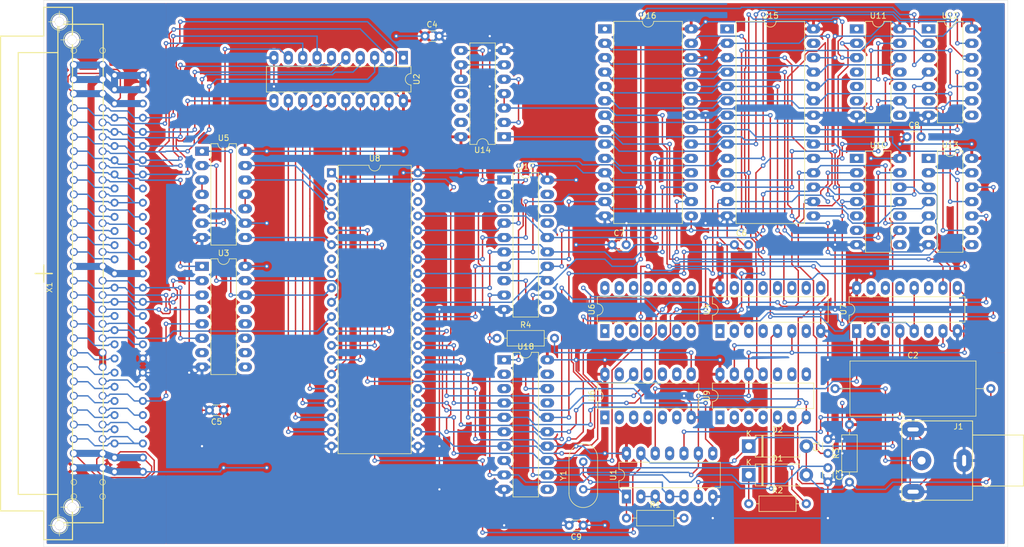
<source format=kicad_pcb>
(kicad_pcb (version 20171130) (host pcbnew "(5.1.10)-1")
  (layers (0 F.Cu signal) (31 B.Cu signal) (34 B.Paste user) (35 F.Paste user) (36 B.SilkS user) (37 F.SilkS user) (38 B.Mask user) (39 F.Mask user) (44 Edge.Cuts user))
  (net 0 "")
  (net 1 "Net-(U1-Pad11)")
  (net 2 "Net-(U1-Pad12)")
  (net 3 "Net-(U1-Pad4)")
  (net 4 "Net-(U1-Pad6)")
  (net 5 "Net-(U1-Pad8)")
  (net 6 "Net-(U1-Pad9)")
  (net 7 "Net-(U2-Pad1)")
  (net 8 "Net-(U2-Pad9)")
  (net 9 "Net-(U2-Pad2)")
  (net 10 "Net-(U2-Pad3)")
  (net 11 "Net-(U2-Pad11)")
  (net 12 "Net-(U2-Pad4)")
  (net 13 "Net-(U2-Pad12)")
  (net 14 "Net-(U2-Pad5)")
  (net 15 "Net-(U2-Pad13)")
  (net 16 "Net-(U2-Pad6)")
  (net 17 "Net-(U2-Pad14)")
  (net 18 "Net-(U2-Pad7)")
  (net 19 "Net-(U2-Pad15)")
  (net 20 "Net-(U3-Pad15)")
  (net 21 "Net-(U3-Pad7)")
  (net 22 "Net-(U3-Pad14)")
  (net 23 "Net-(U3-Pad6)")
  (net 24 "Net-(U3-Pad13)")
  (net 25 "Net-(U3-Pad5)")
  (net 26 "Net-(U3-Pad12)")
  (net 27 "Net-(U3-Pad4)")
  (net 28 "Net-(U3-Pad11)")
  (net 29 "Net-(U3-Pad3)")
  (net 30 "Net-(U3-Pad10)")
  (net 31 "Net-(U3-Pad2)")
  (net 32 "Net-(U3-Pad9)")
  (net 33 "Net-(U3-Pad1)")
  (net 34 "Net-(U4-Pad3)")
  (net 35 "Net-(U4-Pad2)")
  (net 36 "Net-(U4-Pad1)")
  (net 37 "Net-(U5-Pad3)")
  (net 38 "Net-(U6-Pad1)")
  (net 39 "Net-(U6-Pad2)")
  (net 40 "Net-(U6-Pad3)")
  (net 41 "Net-(U6-Pad4)")
  (net 42 "Net-(U6-Pad5)")
  (net 43 "Net-(U6-Pad6)")
  (net 44 "Net-(U7-Pad3)")
  (net 45 "Net-(U7-Pad11)")
  (net 46 "Net-(U7-Pad12)")
  (net 47 "Net-(U7-Pad13)")
  (net 48 "Net-(U7-Pad6)")
  (net 49 "Net-(U7-Pad14)")
  (net 50 "Net-(U7-Pad7)")
  (net 51 "Net-(U7-Pad15)")
  (net 52 "Net-(U8-Pad2)")
  (net 53 "Net-(U8-Pad7)")
  (net 54 "Net-(U8-Pad8)")
  (net 55 "Net-(U8-Pad11)")
  (net 56 "Net-(U8-Pad38)")
  (net 57 "Net-(U8-Pad39)")
  (net 58 "Net-(U10-Pad13)")
  (net 59 "Net-(U10-Pad6)")
  (net 60 "Net-(U10-Pad12)")
  (net 61 "Net-(U10-Pad5)")
  (net 62 "Net-(U10-Pad11)")
  (net 63 "Net-(U10-Pad10)")
  (net 64 "Net-(U10-Pad8)")
  (net 65 "Net-(U10-Pad1)")
  (net 66 "Net-(U11-Pad1)")
  (net 67 "Net-(U11-Pad8)")
  (net 68 "Net-(U11-Pad9)")
  (net 69 "Net-(U11-Pad10)")
  (net 70 "Net-(U11-Pad4)")
  (net 71 "Net-(U11-Pad11)")
  (net 72 "Net-(U11-Pad5)")
  (net 73 "Net-(U11-Pad12)")
  (net 74 "Net-(U11-Pad6)")
  (net 75 "Net-(U11-Pad13)")
  (net 76 "Net-(U12-Pad13)")
  (net 77 "Net-(U12-Pad6)")
  (net 78 "Net-(U12-Pad12)")
  (net 79 "Net-(U12-Pad11)")
  (net 80 "Net-(U12-Pad10)")
  (net 81 "Net-(U12-Pad8)")
  (net 82 "Net-(U12-Pad1)")
  (net 83 "Net-(U13-Pad1)")
  (net 84 "Net-(U13-Pad6)")
  (net 85 "Net-(U13-Pad8)")
  (net 86 "Net-(U13-Pad10)")
  (net 87 "Net-(U13-Pad11)")
  (net 88 "Net-(U13-Pad12)")
  (net 89 "Net-(U13-Pad13)")
  (net 90 "Net-(U14-Pad10)")
  (net 91 "Net-(U14-Pad8)")
  (net 92 "Net-(U14-Pad2)")
  (net 93 "Net-(U14-Pad1)")
  (net 94 "Net-(U15-Pad1)")
  (net 95 "Net-(X1-PadA09)")
  (net 96 "Net-(X1-PadA10)")
  (net 97 "Net-(X1-PadA11)")
  (net 98 "Net-(X1-PadA12)")
  (net 99 "Net-(X1-PadA13)")
  (net 100 "Net-(X1-PadA14)")
  (net 101 "Net-(X1-PadA15)")
  (net 102 "Net-(X1-PadA18)")
  (net 103 "Net-(X1-PadA20)")
  (net 104 "Net-(X1-PadA21)")
  (net 105 "Net-(X1-PadA22)")
  (net 106 "Net-(X1-PadA23)")
  (net 107 "Net-(X1-PadA24)")
  (net 108 "Net-(X1-PadA25)")
  (net 109 "Net-(X1-PadA26)")
  (net 110 "Net-(X1-PadA27)")
  (net 111 "Net-(X1-PadA28)")
  (net 112 "Net-(X1-PadC03)")
  (net 113 "Net-(X1-PadC09)")
  (net 114 "Net-(X1-PadC11)")
  (net 115 "Net-(X1-PadC12)")
  (net 116 "Net-(X1-PadC13)")
  (net 117 "Net-(X1-PadC14)")
  (net 118 "Net-(X1-PadC15)")
  (net 119 "Net-(X1-PadC18)")
  (net 120 "Net-(X1-PadC19)")
  (net 121 "Net-(X1-PadC20)")
  (net 122 "Net-(X1-PadC23)")
  (net 123 "Net-(X1-PadC25)")
  (net 124 "Net-(X1-PadC26)")
  (net 125 "Net-(X1-PadC28)")
  (net 126 "Net-(X1-PadA03)")
  (net 127 "Net-(U17-Pad3)")
  (net 128 "Net-(U17-Pad2)")
  (net 129 GND)
  (net 130 +5P)
  (net 131 "Net-(U15-Pad27)")
  (net 132 "Net-(U17-Pad11)")
  (net 133 "Net-(U17-Pad17)")
  (net 134 "Net-(U17-Pad8)")
  (net 135 "Net-(U17-Pad18)")
  (net 136 "Net-(U17-Pad19)")
  (net 137 "Net-(U18-Pad19)")
  (net 138 "Net-(U18-Pad17)")
  (net 139 "Net-(U18-Pad3)")
  (net 140 "Net-(U18-Pad2)")
  (net 141 "Net-(U18-Pad11)")
  (net 142 "Net-(C1-Pad1)")
  (net 143 "Net-(C2-Pad2)")
  (net 144 "Net-(C2-Pad1)")
  (net 145 "Net-(C3-Pad1)")
  (net 146 "Net-(D1-Pad1)")
  (net 147 "Net-(D2-Pad1)")
  (net 148 "Net-(R1-Pad2)")
  (net 149 "Net-(R1-Pad1)")
  (net 150 "Net-(R2-Pad2)")
  (net 151 "Net-(R4-Pad2)")
  (net 152 "Net-(U1-Pad10)")
  (net 153 "Net-(U2-Pad16)")
  (net 154 "Net-(U2-Pad17)")
  (net 155 "Net-(U2-Pad8)")
  (net 156 "Net-(U2-Pad18)")
  (net 157 "Net-(U2-Pad19)")
  (net 158 "Net-(U4-Pad9)")
  (net 159 "Net-(U4-Pad10)")
  (net 160 "Net-(U4-Pad11)")
  (net 161 "Net-(U4-Pad4)")
  (net 162 "Net-(U4-Pad12)")
  (net 163 "Net-(U4-Pad13)")
  (net 164 "Net-(U4-Pad7)")
  (net 165 "Net-(U4-Pad15)")
  (net 166 "Net-(U5-Pad10)")
  (net 167 "Net-(U5-Pad12)")
  (net 168 "Net-(U5-Pad13)")
  (net 169 "Net-(U6-Pad13)")
  (net 170 "Net-(U6-Pad12)")
  (net 171 "Net-(U6-Pad11)")
  (net 172 "Net-(U6-Pad10)")
  (net 173 "Net-(U6-Pad9)")
  (net 174 /A0)
  (net 175 /A1)
  (net 176 /A2)
  (net 177 /A3)
  (net 178 /A4)
  (net 179 /A5)
  (net 180 /A6)
  (net 181 /A7)
  (net 182 /A8)
  (net 183 /A9)
  (net 184 /A10)
  (net 185 /A11)
  (net 186 /A12)
  (net 187 "Net-(U16-Pad17)")
  (net 188 "Net-(U16-Pad18)")
  (net 189 "Net-(U16-Pad19)")
  (net 190 "Net-(U16-Pad27)")
  (net 191 "Net-(U16-Pad1)")
  (module Libs:chinch (layer F.Cu) (at 208.28 156.21 180)
    (fp_text reference J1 (at -4 6) (layer F.SilkS))
    (fp_text value Conn_Coaxial)
    (pad 2 thru_hole oval (at 4 5.5 180) (size 4 2.7) (drill oval 2 0.7) (layers *.Cu *.Mask) (net 129 GND))
    (pad 2 thru_hole oval (at 4 -5.5 180) (size 4 2.7) (drill oval 2 0.7) (layers *.Cu *.Mask) (net 129 GND))
    (pad 1 thru_hole circle (at 2.5 0 180) (size 3.4 3.4) (drill 1.4) (layers *.Cu *.Mask) (net 144 "Net-(C2-Pad1)"))
    (pad 2 thru_hole oval (at -5 0 180) (size 2.7 4) (drill oval 0.7 2) (layers *.Cu *.Mask) (net 129 GND))
  )
  (module Capacitor_THT:C_Disc_D3.0mm_W1.6mm_P2.50mm (layer F.Cu) (at 146.05 167.64 180)
    (fp_text reference C9 (at 1.25 -2.05) (layer F.SilkS))
    (fp_text value 100nF)
    (pad 2 thru_hole circle (at 2.5 0 180) (size 1.6 1.6) (drill 0.8) (layers *.Cu *.Mask) (net 129 GND))
    (pad 1 thru_hole circle (at 0 0 180) (size 1.6 1.6) (drill 0.8) (layers *.Cu *.Mask) (net 130 +5P))
  )
  (module Capacitor_THT:C_Disc_D3.0mm_W1.6mm_P2.50mm (layer F.Cu) (at 203.2 99.06)
    (fp_text reference C8 (at 1.25 -2.05) (layer F.SilkS))
    (fp_text value 100nF)
    (pad 2 thru_hole circle (at 2.5 0) (size 1.6 1.6) (drill 0.8) (layers *.Cu *.Mask) (net 129 GND))
    (pad 1 thru_hole circle (at 0 0) (size 1.6 1.6) (drill 0.8) (layers *.Cu *.Mask) (net 130 +5P))
  )
  (module Capacitor_THT:C_Disc_D3.0mm_W1.6mm_P2.50mm (layer F.Cu) (at 151.13 118.11)
    (fp_text reference C7 (at 1.25 -2.05) (layer F.SilkS))
    (fp_text value 100nF)
    (pad 2 thru_hole circle (at 2.5 0) (size 1.6 1.6) (drill 0.8) (layers *.Cu *.Mask) (net 129 GND))
    (pad 1 thru_hole circle (at 0 0) (size 1.6 1.6) (drill 0.8) (layers *.Cu *.Mask) (net 130 +5P))
  )
  (module Capacitor_THT:C_Disc_D3.0mm_W1.6mm_P2.50mm (layer F.Cu) (at 172.72 118.11)
    (fp_text reference C6 (at 1.25 -2.05) (layer F.SilkS))
    (fp_text value 100nF)
    (pad 2 thru_hole circle (at 2.5 0) (size 1.6 1.6) (drill 0.8) (layers *.Cu *.Mask) (net 129 GND))
    (pad 1 thru_hole circle (at 0 0) (size 1.6 1.6) (drill 0.8) (layers *.Cu *.Mask) (net 130 +5P))
  )
  (module Capacitor_THT:C_Disc_D3.0mm_W1.6mm_P2.50mm (layer F.Cu) (at 82.55 147.32 180)
    (fp_text reference C5 (at 1.25 -2.05) (layer F.SilkS))
    (fp_text value 100nF)
    (pad 2 thru_hole circle (at 2.5 0 180) (size 1.6 1.6) (drill 0.8) (layers *.Cu *.Mask) (net 129 GND))
    (pad 1 thru_hole circle (at 0 0 180) (size 1.6 1.6) (drill 0.8) (layers *.Cu *.Mask) (net 130 +5P))
  )
  (module Capacitor_THT:C_Disc_D3.0mm_W1.6mm_P2.50mm (layer F.Cu) (at 118.11 81.28)
    (fp_text reference C4 (at 1.25 -2.05) (layer F.SilkS))
    (fp_text value 100nF)
    (pad 2 thru_hole circle (at 2.5 0) (size 1.6 1.6) (drill 0.8) (layers *.Cu *.Mask) (net 129 GND))
    (pad 1 thru_hole circle (at 0 0) (size 1.6 1.6) (drill 0.8) (layers *.Cu *.Mask) (net 130 +5P))
  )
  (module Crystal:Crystal_HC49-U_Vertical (layer F.Cu) (at 146.05 161.29 90)
    (fp_text reference Y1 (at 2.44 -3.525 90) (layer F.SilkS))
    (fp_text value Crystal)
    (pad 2 thru_hole circle (at 4.88 0 90) (size 1.5 1.5) (drill 0.8) (layers *.Cu *.Mask) (net 3 "Net-(U1-Pad4)"))
    (pad 1 thru_hole circle (at 0 0 90) (size 1.5 1.5) (drill 0.8) (layers *.Cu *.Mask) (net 149 "Net-(R1-Pad1)"))
  )
  (module Package_DIP:DIP-14_W7.62mm_LongPads (layer F.Cu) (at 170.18 148.59 90)
    (fp_text reference U9 (at 3.81 -2.33 90) (layer F.SilkS))
    (fp_text value 74LS86)
    (pad 14 thru_hole oval (at 7.62 0 90) (size 2.4 1.6) (drill 0.8) (layers *.Cu *.Mask) (net 130 +5P))
    (pad 7 thru_hole oval (at 0 15.24 90) (size 2.4 1.6) (drill 0.8) (layers *.Cu *.Mask) (net 129 GND))
    (pad 13 thru_hole oval (at 7.62 2.54 90) (size 2.4 1.6) (drill 0.8) (layers *.Cu *.Mask) (net 50 "Net-(U7-Pad7)"))
    (pad 6 thru_hole oval (at 0 12.7 90) (size 2.4 1.6) (drill 0.8) (layers *.Cu *.Mask))
    (pad 12 thru_hole oval (at 7.62 5.08 90) (size 2.4 1.6) (drill 0.8) (layers *.Cu *.Mask) (net 6 "Net-(U1-Pad9)"))
    (pad 5 thru_hole oval (at 0 10.16 90) (size 2.4 1.6) (drill 0.8) (layers *.Cu *.Mask))
    (pad 11 thru_hole oval (at 7.62 7.62 90) (size 2.4 1.6) (drill 0.8) (layers *.Cu *.Mask) (net 190 "Net-(U16-Pad27)"))
    (pad 4 thru_hole oval (at 0 7.62 90) (size 2.4 1.6) (drill 0.8) (layers *.Cu *.Mask))
    (pad 10 thru_hole oval (at 7.62 10.16 90) (size 2.4 1.6) (drill 0.8) (layers *.Cu *.Mask))
    (pad 3 thru_hole oval (at 0 5.08 90) (size 2.4 1.6) (drill 0.8) (layers *.Cu *.Mask))
    (pad 9 thru_hole oval (at 7.62 12.7 90) (size 2.4 1.6) (drill 0.8) (layers *.Cu *.Mask))
    (pad 2 thru_hole oval (at 0 2.54 90) (size 2.4 1.6) (drill 0.8) (layers *.Cu *.Mask))
    (pad 8 thru_hole oval (at 7.62 15.24 90) (size 2.4 1.6) (drill 0.8) (layers *.Cu *.Mask))
    (pad 1 thru_hole rect (at 0 0 90) (size 2.4 1.6) (drill 0.8) (layers *.Cu *.Mask))
  )
  (module Resistor_THT:R_Axial_DIN0207_L6.3mm_D2.5mm_P10.16mm_Horizontal (layer F.Cu) (at 130.81 134.62)
    (fp_text reference R4 (at 5.08 -2.37) (layer F.SilkS))
    (fp_text value 100)
    (pad 2 thru_hole oval (at 10.16 0) (size 1.6 1.6) (drill 0.8) (layers *.Cu *.Mask) (net 151 "Net-(R4-Pad2)"))
    (pad 1 thru_hole circle (at 0 0) (size 1.6 1.6) (drill 0.8) (layers *.Cu *.Mask) (net 145 "Net-(C3-Pad1)"))
  )
  (module Resistor_THT:R_Axial_DIN0207_L6.3mm_D2.5mm_P10.16mm_Horizontal (layer F.Cu) (at 193.04 160.02 90)
    (fp_text reference R3 (at 5.08 -2.37 90) (layer F.SilkS))
    (fp_text value 390)
    (pad 2 thru_hole oval (at 10.16 0 90) (size 1.6 1.6) (drill 0.8) (layers *.Cu *.Mask) (net 130 +5P))
    (pad 1 thru_hole circle (at 0 0 90) (size 1.6 1.6) (drill 0.8) (layers *.Cu *.Mask) (net 143 "Net-(C2-Pad2)"))
  )
  (module Resistor_THT:R_Axial_DIN0207_L6.3mm_D2.5mm_P10.16mm_Horizontal (layer F.Cu) (at 175.26 163.83)
    (fp_text reference R2 (at 5.08 -2.37) (layer F.SilkS))
    (fp_text value 150)
    (pad 2 thru_hole oval (at 10.16 0) (size 1.6 1.6) (drill 0.8) (layers *.Cu *.Mask) (net 150 "Net-(R2-Pad2)"))
    (pad 1 thru_hole circle (at 0 0) (size 1.6 1.6) (drill 0.8) (layers *.Cu *.Mask) (net 146 "Net-(D1-Pad1)"))
  )
  (module Resistor_THT:R_Axial_DIN0207_L6.3mm_D2.5mm_P10.16mm_Horizontal (layer F.Cu) (at 153.67 166.37)
    (fp_text reference R1 (at 5.08 -2.37) (layer F.SilkS))
    (fp_text value 470)
    (pad 2 thru_hole oval (at 10.16 0) (size 1.6 1.6) (drill 0.8) (layers *.Cu *.Mask) (net 148 "Net-(R1-Pad2)"))
    (pad 1 thru_hole circle (at 0 0) (size 1.6 1.6) (drill 0.8) (layers *.Cu *.Mask) (net 149 "Net-(R1-Pad1)"))
  )
  (module Diode_THT:D_DO-15_P10.16mm_Horizontal (layer F.Cu) (at 175.26 153.67)
    (fp_text reference D2 (at 5.08 -2.92) (layer F.SilkS))
    (fp_text value 1N4148)
    (fp_text user K (at 0 -2.2) (layer F.SilkS))
    (pad 2 thru_hole oval (at 10.16 0) (size 2.4 2.4) (drill 1.2) (layers *.Cu *.Mask) (net 143 "Net-(C2-Pad2)"))
    (pad 1 thru_hole rect (at 0 0) (size 2.4 2.4) (drill 1.2) (layers *.Cu *.Mask) (net 147 "Net-(D2-Pad1)"))
  )
  (module Diode_THT:D_DO-15_P10.16mm_Horizontal (layer F.Cu) (at 175.26 158.75)
    (fp_text reference D1 (at 5.08 -2.92) (layer F.SilkS))
    (fp_text value 1N4148)
    (fp_text user K (at 0 -2.2) (layer F.SilkS))
    (pad 2 thru_hole oval (at 10.16 0) (size 2.4 2.4) (drill 1.2) (layers *.Cu *.Mask) (net 143 "Net-(C2-Pad2)"))
    (pad 1 thru_hole rect (at 0 0) (size 2.4 2.4) (drill 1.2) (layers *.Cu *.Mask) (net 146 "Net-(D1-Pad1)"))
  )
  (module Capacitor_THT:C_Disc_D3.0mm_W1.6mm_P2.50mm (layer F.Cu) (at 189.23 157.48 270)
    (fp_text reference C3 (at 1.25 -2.05 90) (layer F.SilkS))
    (fp_text value 220pF)
    (pad 2 thru_hole circle (at 2.5 0 270) (size 1.6 1.6) (drill 0.8) (layers *.Cu *.Mask) (net 129 GND))
    (pad 1 thru_hole circle (at 0 0 270) (size 1.6 1.6) (drill 0.8) (layers *.Cu *.Mask) (net 145 "Net-(C3-Pad1)"))
  )
  (module Capacitor_THT:C_Axial_L22.0mm_D9.5mm_P27.50mm_Horizontal (layer F.Cu) (at 190.5 143.51)
    (fp_text reference C2 (at 13.75 -5.87) (layer F.SilkS))
    (fp_text value 2µ2)
    (pad 2 thru_hole oval (at 27.5 0) (size 1.6 1.6) (drill 0.8) (layers *.Cu *.Mask) (net 143 "Net-(C2-Pad2)"))
    (pad 1 thru_hole circle (at 0 0) (size 1.6 1.6) (drill 0.8) (layers *.Cu *.Mask) (net 144 "Net-(C2-Pad1)"))
  )
  (module Capacitor_THT:C_Disc_D3.0mm_W1.6mm_P2.50mm (layer F.Cu) (at 189.23 154.94 90)
    (fp_text reference C1 (at 1.25 -2.05 90) (layer F.SilkS))
    (fp_text value 220pF)
    (pad 2 thru_hole circle (at 2.5 0 90) (size 1.6 1.6) (drill 0.8) (layers *.Cu *.Mask) (net 129 GND))
    (pad 1 thru_hole circle (at 0 0 90) (size 1.6 1.6) (drill 0.8) (layers *.Cu *.Mask) (net 142 "Net-(C1-Pad1)"))
  )
  (module Package_DIP:DIP-14_W7.62mm_LongPads (layer F.Cu) (at 153.67 162.56 90)
    (fp_text reference U1 (at 3.81 -2.33 90) (layer F.SilkS))
    (fp_text value 74LS04)
    (pad 14 thru_hole oval (at 7.62 0 90) (size 2.4 1.6) (drill 0.8) (layers *.Cu *.Mask) (net 130 +5P))
    (pad 7 thru_hole oval (at 0 15.24 90) (size 2.4 1.6) (drill 0.8) (layers *.Cu *.Mask) (net 129 GND))
    (pad 13 thru_hole oval (at 7.62 2.54 90) (size 2.4 1.6) (drill 0.8) (layers *.Cu *.Mask) (net 147 "Net-(D2-Pad1)"))
    (pad 6 thru_hole oval (at 0 12.7 90) (size 2.4 1.6) (drill 0.8) (layers *.Cu *.Mask) (net 4 "Net-(U1-Pad6)"))
    (pad 12 thru_hole oval (at 7.62 5.08 90) (size 2.4 1.6) (drill 0.8) (layers *.Cu *.Mask) (net 2 "Net-(U1-Pad12)"))
    (pad 5 thru_hole oval (at 0 10.16 90) (size 2.4 1.6) (drill 0.8) (layers *.Cu *.Mask) (net 3 "Net-(U1-Pad4)"))
    (pad 11 thru_hole oval (at 7.62 7.62 90) (size 2.4 1.6) (drill 0.8) (layers *.Cu *.Mask) (net 1 "Net-(U1-Pad11)"))
    (pad 4 thru_hole oval (at 0 7.62 90) (size 2.4 1.6) (drill 0.8) (layers *.Cu *.Mask) (net 3 "Net-(U1-Pad4)"))
    (pad 10 thru_hole oval (at 7.62 10.16 90) (size 2.4 1.6) (drill 0.8) (layers *.Cu *.Mask) (net 152 "Net-(U1-Pad10)"))
    (pad 3 thru_hole oval (at 0 5.08 90) (size 2.4 1.6) (drill 0.8) (layers *.Cu *.Mask) (net 148 "Net-(R1-Pad2)"))
    (pad 9 thru_hole oval (at 7.62 12.7 90) (size 2.4 1.6) (drill 0.8) (layers *.Cu *.Mask) (net 6 "Net-(U1-Pad9)"))
    (pad 2 thru_hole oval (at 0 2.54 90) (size 2.4 1.6) (drill 0.8) (layers *.Cu *.Mask) (net 148 "Net-(R1-Pad2)"))
    (pad 8 thru_hole oval (at 7.62 15.24 90) (size 2.4 1.6) (drill 0.8) (layers *.Cu *.Mask) (net 5 "Net-(U1-Pad8)"))
    (pad 1 thru_hole rect (at 0 0 90) (size 2.4 1.6) (drill 0.8) (layers *.Cu *.Mask) (net 149 "Net-(R1-Pad1)"))
  )
  (module Package_DIP:DIP-14_W7.62mm_LongPads (layer F.Cu) (at 149.86 148.59 90)
    (fp_text reference U6 (at 3.81 -2.33 90) (layer F.SilkS))
    (fp_text value 74LS74)
    (pad 14 thru_hole oval (at 7.62 0 90) (size 2.4 1.6) (drill 0.8) (layers *.Cu *.Mask) (net 130 +5P))
    (pad 7 thru_hole oval (at 0 15.24 90) (size 2.4 1.6) (drill 0.8) (layers *.Cu *.Mask) (net 129 GND))
    (pad 13 thru_hole oval (at 7.62 2.54 90) (size 2.4 1.6) (drill 0.8) (layers *.Cu *.Mask) (net 169 "Net-(U6-Pad13)"))
    (pad 6 thru_hole oval (at 0 12.7 90) (size 2.4 1.6) (drill 0.8) (layers *.Cu *.Mask))
    (pad 12 thru_hole oval (at 7.62 5.08 90) (size 2.4 1.6) (drill 0.8) (layers *.Cu *.Mask) (net 170 "Net-(U6-Pad12)"))
    (pad 5 thru_hole oval (at 0 10.16 90) (size 2.4 1.6) (drill 0.8) (layers *.Cu *.Mask))
    (pad 11 thru_hole oval (at 7.62 7.62 90) (size 2.4 1.6) (drill 0.8) (layers *.Cu *.Mask) (net 171 "Net-(U6-Pad11)"))
    (pad 4 thru_hole oval (at 0 7.62 90) (size 2.4 1.6) (drill 0.8) (layers *.Cu *.Mask))
    (pad 10 thru_hole oval (at 7.62 10.16 90) (size 2.4 1.6) (drill 0.8) (layers *.Cu *.Mask) (net 172 "Net-(U6-Pad10)"))
    (pad 3 thru_hole oval (at 0 5.08 90) (size 2.4 1.6) (drill 0.8) (layers *.Cu *.Mask))
    (pad 9 thru_hole oval (at 7.62 12.7 90) (size 2.4 1.6) (drill 0.8) (layers *.Cu *.Mask) (net 173 "Net-(U6-Pad9)"))
    (pad 2 thru_hole oval (at 0 2.54 90) (size 2.4 1.6) (drill 0.8) (layers *.Cu *.Mask))
    (pad 8 thru_hole oval (at 7.62 15.24 90) (size 2.4 1.6) (drill 0.8) (layers *.Cu *.Mask) (net 151 "Net-(R4-Pad2)"))
    (pad 1 thru_hole rect (at 0 0 90) (size 2.4 1.6) (drill 0.8) (layers *.Cu *.Mask))
  )
  (module Package_DIP:DIP-20_W7.62mm_LongPads (layer F.Cu) (at 114.3 85.09 270)
    (fp_text reference U2 (at 3.81 -2.33 90) (layer F.SilkS))
    (fp_text value DS8286D)
    (pad 1 thru_hole rect (at 0 0 270) (size 2.4 1.6) (drill 0.8) (layers *.Cu *.Mask) (net 7 "Net-(U2-Pad1)"))
    (pad 11 thru_hole oval (at 7.62 22.86 270) (size 2.4 1.6) (drill 0.8) (layers *.Cu *.Mask) (net 11 "Net-(U2-Pad11)"))
    (pad 2 thru_hole oval (at 0 2.54 270) (size 2.4 1.6) (drill 0.8) (layers *.Cu *.Mask) (net 9 "Net-(U2-Pad2)"))
    (pad 12 thru_hole oval (at 7.62 20.32 270) (size 2.4 1.6) (drill 0.8) (layers *.Cu *.Mask) (net 13 "Net-(U2-Pad12)"))
    (pad 3 thru_hole oval (at 0 5.08 270) (size 2.4 1.6) (drill 0.8) (layers *.Cu *.Mask) (net 10 "Net-(U2-Pad3)"))
    (pad 13 thru_hole oval (at 7.62 17.78 270) (size 2.4 1.6) (drill 0.8) (layers *.Cu *.Mask) (net 15 "Net-(U2-Pad13)"))
    (pad 4 thru_hole oval (at 0 7.62 270) (size 2.4 1.6) (drill 0.8) (layers *.Cu *.Mask) (net 12 "Net-(U2-Pad4)"))
    (pad 14 thru_hole oval (at 7.62 15.24 270) (size 2.4 1.6) (drill 0.8) (layers *.Cu *.Mask) (net 17 "Net-(U2-Pad14)"))
    (pad 5 thru_hole oval (at 0 10.16 270) (size 2.4 1.6) (drill 0.8) (layers *.Cu *.Mask) (net 14 "Net-(U2-Pad5)"))
    (pad 15 thru_hole oval (at 7.62 12.7 270) (size 2.4 1.6) (drill 0.8) (layers *.Cu *.Mask) (net 19 "Net-(U2-Pad15)"))
    (pad 6 thru_hole oval (at 0 12.7 270) (size 2.4 1.6) (drill 0.8) (layers *.Cu *.Mask) (net 16 "Net-(U2-Pad6)"))
    (pad 16 thru_hole oval (at 7.62 10.16 270) (size 2.4 1.6) (drill 0.8) (layers *.Cu *.Mask) (net 153 "Net-(U2-Pad16)"))
    (pad 7 thru_hole oval (at 0 15.24 270) (size 2.4 1.6) (drill 0.8) (layers *.Cu *.Mask) (net 18 "Net-(U2-Pad7)"))
    (pad 17 thru_hole oval (at 7.62 7.62 270) (size 2.4 1.6) (drill 0.8) (layers *.Cu *.Mask) (net 154 "Net-(U2-Pad17)"))
    (pad 8 thru_hole oval (at 0 17.78 270) (size 2.4 1.6) (drill 0.8) (layers *.Cu *.Mask) (net 155 "Net-(U2-Pad8)"))
    (pad 18 thru_hole oval (at 7.62 5.08 270) (size 2.4 1.6) (drill 0.8) (layers *.Cu *.Mask) (net 156 "Net-(U2-Pad18)"))
    (pad 9 thru_hole oval (at 0 20.32 270) (size 2.4 1.6) (drill 0.8) (layers *.Cu *.Mask) (net 8 "Net-(U2-Pad9)"))
    (pad 19 thru_hole oval (at 7.62 2.54 270) (size 2.4 1.6) (drill 0.8) (layers *.Cu *.Mask) (net 157 "Net-(U2-Pad19)"))
    (pad 10 thru_hole oval (at 0 22.86 270) (size 2.4 1.6) (drill 0.8) (layers *.Cu *.Mask) (net 129 GND))
    (pad 20 thru_hole oval (at 7.62 0 270) (size 2.4 1.6) (drill 0.8) (layers *.Cu *.Mask) (net 130 +5P))
  )
  (module Package_DIP:DIP-16_W7.62mm_LongPads (layer F.Cu) (at 78.74 121.92)
    (fp_text reference U3 (at 3.81 -2.33) (layer F.SilkS))
    (fp_text value DS8205D)
    (pad 1 thru_hole rect (at 0 0) (size 2.4 1.6) (drill 0.8) (layers *.Cu *.Mask) (net 33 "Net-(U3-Pad1)"))
    (pad 9 thru_hole oval (at 7.62 17.78) (size 2.4 1.6) (drill 0.8) (layers *.Cu *.Mask) (net 32 "Net-(U3-Pad9)"))
    (pad 2 thru_hole oval (at 0 2.54) (size 2.4 1.6) (drill 0.8) (layers *.Cu *.Mask) (net 31 "Net-(U3-Pad2)"))
    (pad 10 thru_hole oval (at 7.62 15.24) (size 2.4 1.6) (drill 0.8) (layers *.Cu *.Mask) (net 30 "Net-(U3-Pad10)"))
    (pad 3 thru_hole oval (at 0 5.08) (size 2.4 1.6) (drill 0.8) (layers *.Cu *.Mask) (net 29 "Net-(U3-Pad3)"))
    (pad 11 thru_hole oval (at 7.62 12.7) (size 2.4 1.6) (drill 0.8) (layers *.Cu *.Mask) (net 28 "Net-(U3-Pad11)"))
    (pad 4 thru_hole oval (at 0 7.62) (size 2.4 1.6) (drill 0.8) (layers *.Cu *.Mask) (net 27 "Net-(U3-Pad4)"))
    (pad 12 thru_hole oval (at 7.62 10.16) (size 2.4 1.6) (drill 0.8) (layers *.Cu *.Mask) (net 26 "Net-(U3-Pad12)"))
    (pad 5 thru_hole oval (at 0 10.16) (size 2.4 1.6) (drill 0.8) (layers *.Cu *.Mask) (net 25 "Net-(U3-Pad5)"))
    (pad 13 thru_hole oval (at 7.62 7.62) (size 2.4 1.6) (drill 0.8) (layers *.Cu *.Mask) (net 24 "Net-(U3-Pad13)"))
    (pad 6 thru_hole oval (at 0 12.7) (size 2.4 1.6) (drill 0.8) (layers *.Cu *.Mask) (net 23 "Net-(U3-Pad6)"))
    (pad 14 thru_hole oval (at 7.62 5.08) (size 2.4 1.6) (drill 0.8) (layers *.Cu *.Mask) (net 22 "Net-(U3-Pad14)"))
    (pad 7 thru_hole oval (at 0 15.24) (size 2.4 1.6) (drill 0.8) (layers *.Cu *.Mask) (net 21 "Net-(U3-Pad7)"))
    (pad 15 thru_hole oval (at 7.62 2.54) (size 2.4 1.6) (drill 0.8) (layers *.Cu *.Mask) (net 20 "Net-(U3-Pad15)"))
    (pad 8 thru_hole oval (at 0 17.78) (size 2.4 1.6) (drill 0.8) (layers *.Cu *.Mask) (net 129 GND))
    (pad 16 thru_hole oval (at 7.62 0) (size 2.4 1.6) (drill 0.8) (layers *.Cu *.Mask) (net 130 +5P))
  )
  (module Package_DIP:DIP-16_W7.62mm_LongPads (layer F.Cu) (at 194.31 133.35 90)
    (fp_text reference U7 (at 3.81 -2.33 90) (layer F.SilkS))
    (fp_text value 74LS175)
    (pad 16 thru_hole oval (at 7.62 0 90) (size 2.4 1.6) (drill 0.8) (layers *.Cu *.Mask) (net 130 +5P))
    (pad 8 thru_hole oval (at 0 17.78 90) (size 2.4 1.6) (drill 0.8) (layers *.Cu *.Mask) (net 129 GND))
    (pad 15 thru_hole oval (at 7.62 2.54 90) (size 2.4 1.6) (drill 0.8) (layers *.Cu *.Mask) (net 51 "Net-(U7-Pad15)"))
    (pad 7 thru_hole oval (at 0 15.24 90) (size 2.4 1.6) (drill 0.8) (layers *.Cu *.Mask) (net 50 "Net-(U7-Pad7)"))
    (pad 14 thru_hole oval (at 7.62 5.08 90) (size 2.4 1.6) (drill 0.8) (layers *.Cu *.Mask) (net 49 "Net-(U7-Pad14)"))
    (pad 6 thru_hole oval (at 0 12.7 90) (size 2.4 1.6) (drill 0.8) (layers *.Cu *.Mask) (net 48 "Net-(U7-Pad6)"))
    (pad 13 thru_hole oval (at 7.62 7.62 90) (size 2.4 1.6) (drill 0.8) (layers *.Cu *.Mask) (net 47 "Net-(U7-Pad13)"))
    (pad 5 thru_hole oval (at 0 10.16 90) (size 2.4 1.6) (drill 0.8) (layers *.Cu *.Mask) (net 46 "Net-(U7-Pad12)"))
    (pad 12 thru_hole oval (at 7.62 10.16 90) (size 2.4 1.6) (drill 0.8) (layers *.Cu *.Mask) (net 46 "Net-(U7-Pad12)"))
    (pad 4 thru_hole oval (at 0 7.62 90) (size 2.4 1.6) (drill 0.8) (layers *.Cu *.Mask) (net 152 "Net-(U1-Pad10)"))
    (pad 11 thru_hole oval (at 7.62 12.7 90) (size 2.4 1.6) (drill 0.8) (layers *.Cu *.Mask) (net 45 "Net-(U7-Pad11)"))
    (pad 3 thru_hole oval (at 0 5.08 90) (size 2.4 1.6) (drill 0.8) (layers *.Cu *.Mask) (net 44 "Net-(U7-Pad3)"))
    (pad 10 thru_hole oval (at 7.62 15.24 90) (size 2.4 1.6) (drill 0.8) (layers *.Cu *.Mask) (net 93 "Net-(U14-Pad1)"))
    (pad 2 thru_hole oval (at 0 2.54 90) (size 2.4 1.6) (drill 0.8) (layers *.Cu *.Mask) (net 46 "Net-(U7-Pad12)"))
    (pad 9 thru_hole oval (at 7.62 17.78 90) (size 2.4 1.6) (drill 0.8) (layers *.Cu *.Mask) (net 6 "Net-(U1-Pad9)"))
    (pad 1 thru_hole rect (at 0 0 90) (size 2.4 1.6) (drill 0.8) (layers *.Cu *.Mask) (net 2 "Net-(U1-Pad12)"))
  )
  (module Package_DIP:DIP-14_W7.62mm_LongPads (layer F.Cu) (at 132.08 99.06 180)
    (fp_text reference U14 (at 3.81 -2.33) (layer F.SilkS))
    (fp_text value 74LS00)
    (pad 14 thru_hole oval (at 7.62 0 180) (size 2.4 1.6) (drill 0.8) (layers *.Cu *.Mask) (net 130 +5P))
    (pad 7 thru_hole oval (at 0 15.24 180) (size 2.4 1.6) (drill 0.8) (layers *.Cu *.Mask) (net 129 GND))
    (pad 13 thru_hole oval (at 7.62 2.54 180) (size 2.4 1.6) (drill 0.8) (layers *.Cu *.Mask))
    (pad 6 thru_hole oval (at 0 12.7 180) (size 2.4 1.6) (drill 0.8) (layers *.Cu *.Mask) (net 90 "Net-(U14-Pad10)"))
    (pad 12 thru_hole oval (at 7.62 5.08 180) (size 2.4 1.6) (drill 0.8) (layers *.Cu *.Mask))
    (pad 5 thru_hole oval (at 0 10.16 180) (size 2.4 1.6) (drill 0.8) (layers *.Cu *.Mask) (net 92 "Net-(U14-Pad2)"))
    (pad 11 thru_hole oval (at 7.62 7.62 180) (size 2.4 1.6) (drill 0.8) (layers *.Cu *.Mask))
    (pad 4 thru_hole oval (at 0 7.62 180) (size 2.4 1.6) (drill 0.8) (layers *.Cu *.Mask) (net 142 "Net-(C1-Pad1)"))
    (pad 10 thru_hole oval (at 7.62 10.16 180) (size 2.4 1.6) (drill 0.8) (layers *.Cu *.Mask) (net 90 "Net-(U14-Pad10)"))
    (pad 3 thru_hole oval (at 0 5.08 180) (size 2.4 1.6) (drill 0.8) (layers *.Cu *.Mask) (net 142 "Net-(C1-Pad1)"))
    (pad 9 thru_hole oval (at 7.62 12.7 180) (size 2.4 1.6) (drill 0.8) (layers *.Cu *.Mask) (net 90 "Net-(U14-Pad10)"))
    (pad 2 thru_hole oval (at 0 2.54 180) (size 2.4 1.6) (drill 0.8) (layers *.Cu *.Mask) (net 92 "Net-(U14-Pad2)"))
    (pad 8 thru_hole oval (at 7.62 15.24 180) (size 2.4 1.6) (drill 0.8) (layers *.Cu *.Mask) (net 91 "Net-(U14-Pad8)"))
    (pad 1 thru_hole rect (at 0 0 180) (size 2.4 1.6) (drill 0.8) (layers *.Cu *.Mask) (net 93 "Net-(U14-Pad1)"))
  )
  (module Package_DIP:DIP-14_W7.62mm_LongPads (layer F.Cu) (at 78.74 101.6)
    (fp_text reference U5 (at 3.81 -2.33) (layer F.SilkS))
    (fp_text value 74LS86)
    (pad 1 thru_hole rect (at 0 0) (size 2.4 1.6) (drill 0.8) (layers *.Cu *.Mask) (net 22 "Net-(U3-Pad14)"))
    (pad 8 thru_hole oval (at 7.62 15.24) (size 2.4 1.6) (drill 0.8) (layers *.Cu *.Mask) (net 147 "Net-(D2-Pad1)"))
    (pad 2 thru_hole oval (at 0 2.54) (size 2.4 1.6) (drill 0.8) (layers *.Cu *.Mask) (net 20 "Net-(U3-Pad15)"))
    (pad 9 thru_hole oval (at 7.62 12.7) (size 2.4 1.6) (drill 0.8) (layers *.Cu *.Mask) (net 130 +5P))
    (pad 3 thru_hole oval (at 0 5.08) (size 2.4 1.6) (drill 0.8) (layers *.Cu *.Mask) (net 37 "Net-(U5-Pad3)"))
    (pad 10 thru_hole oval (at 7.62 10.16) (size 2.4 1.6) (drill 0.8) (layers *.Cu *.Mask) (net 166 "Net-(U5-Pad10)"))
    (pad 4 thru_hole oval (at 0 7.62) (size 2.4 1.6) (drill 0.8) (layers *.Cu *.Mask) (net 37 "Net-(U5-Pad3)"))
    (pad 11 thru_hole oval (at 7.62 7.62) (size 2.4 1.6) (drill 0.8) (layers *.Cu *.Mask) (net 166 "Net-(U5-Pad10)"))
    (pad 5 thru_hole oval (at 0 10.16) (size 2.4 1.6) (drill 0.8) (layers *.Cu *.Mask) (net 130 +5P))
    (pad 12 thru_hole oval (at 7.62 5.08) (size 2.4 1.6) (drill 0.8) (layers *.Cu *.Mask) (net 167 "Net-(U5-Pad12)"))
    (pad 6 thru_hole oval (at 0 12.7) (size 2.4 1.6) (drill 0.8) (layers *.Cu *.Mask) (net 8 "Net-(U2-Pad9)"))
    (pad 13 thru_hole oval (at 7.62 2.54) (size 2.4 1.6) (drill 0.8) (layers *.Cu *.Mask) (net 168 "Net-(U5-Pad13)"))
    (pad 7 thru_hole oval (at 0 15.24) (size 2.4 1.6) (drill 0.8) (layers *.Cu *.Mask) (net 129 GND))
    (pad 14 thru_hole oval (at 7.62 0) (size 2.4 1.6) (drill 0.8) (layers *.Cu *.Mask) (net 130 +5P))
  )
  (module Package_DIP:DIP-14_W7.62mm_LongPads (layer F.Cu) (at 149.86 133.35 90)
    (fp_text reference U6 (at 3.81 -2.33 90) (layer F.SilkS))
    (fp_text value 74LS74)
    (pad 1 thru_hole rect (at 0 0 90) (size 2.4 1.6) (drill 0.8) (layers *.Cu *.Mask) (net 38 "Net-(U6-Pad1)"))
    (pad 8 thru_hole oval (at 7.62 15.24 90) (size 2.4 1.6) (drill 0.8) (layers *.Cu *.Mask))
    (pad 2 thru_hole oval (at 0 2.54 90) (size 2.4 1.6) (drill 0.8) (layers *.Cu *.Mask) (net 39 "Net-(U6-Pad2)"))
    (pad 9 thru_hole oval (at 7.62 12.7 90) (size 2.4 1.6) (drill 0.8) (layers *.Cu *.Mask))
    (pad 3 thru_hole oval (at 0 5.08 90) (size 2.4 1.6) (drill 0.8) (layers *.Cu *.Mask) (net 40 "Net-(U6-Pad3)"))
    (pad 10 thru_hole oval (at 7.62 10.16 90) (size 2.4 1.6) (drill 0.8) (layers *.Cu *.Mask))
    (pad 4 thru_hole oval (at 0 7.62 90) (size 2.4 1.6) (drill 0.8) (layers *.Cu *.Mask) (net 41 "Net-(U6-Pad4)"))
    (pad 11 thru_hole oval (at 7.62 7.62 90) (size 2.4 1.6) (drill 0.8) (layers *.Cu *.Mask))
    (pad 5 thru_hole oval (at 0 10.16 90) (size 2.4 1.6) (drill 0.8) (layers *.Cu *.Mask) (net 42 "Net-(U6-Pad5)"))
    (pad 12 thru_hole oval (at 7.62 5.08 90) (size 2.4 1.6) (drill 0.8) (layers *.Cu *.Mask))
    (pad 6 thru_hole oval (at 0 12.7 90) (size 2.4 1.6) (drill 0.8) (layers *.Cu *.Mask) (net 43 "Net-(U6-Pad6)"))
    (pad 13 thru_hole oval (at 7.62 2.54 90) (size 2.4 1.6) (drill 0.8) (layers *.Cu *.Mask))
    (pad 7 thru_hole oval (at 0 15.24 90) (size 2.4 1.6) (drill 0.8) (layers *.Cu *.Mask))
    (pad 14 thru_hole oval (at 7.62 0 90) (size 2.4 1.6) (drill 0.8) (layers *.Cu *.Mask))
  )
  (module Package_DIP:DIP-16_W7.62mm_LongPads (layer F.Cu) (at 170.18 133.35 90)
    (fp_text reference U4 (at 3.81 -2.33 90) (layer F.SilkS))
    (fp_text value 74LS193)
    (pad 1 thru_hole rect (at 0 0 90) (size 2.4 1.6) (drill 0.8) (layers *.Cu *.Mask) (net 36 "Net-(U4-Pad1)"))
    (pad 9 thru_hole oval (at 7.62 17.78 90) (size 2.4 1.6) (drill 0.8) (layers *.Cu *.Mask) (net 158 "Net-(U4-Pad9)"))
    (pad 2 thru_hole oval (at 0 2.54 90) (size 2.4 1.6) (drill 0.8) (layers *.Cu *.Mask) (net 35 "Net-(U4-Pad2)"))
    (pad 10 thru_hole oval (at 7.62 15.24 90) (size 2.4 1.6) (drill 0.8) (layers *.Cu *.Mask) (net 159 "Net-(U4-Pad10)"))
    (pad 3 thru_hole oval (at 0 5.08 90) (size 2.4 1.6) (drill 0.8) (layers *.Cu *.Mask) (net 34 "Net-(U4-Pad3)"))
    (pad 11 thru_hole oval (at 7.62 12.7 90) (size 2.4 1.6) (drill 0.8) (layers *.Cu *.Mask) (net 160 "Net-(U4-Pad11)"))
    (pad 4 thru_hole oval (at 0 7.62 90) (size 2.4 1.6) (drill 0.8) (layers *.Cu *.Mask) (net 161 "Net-(U4-Pad4)"))
    (pad 12 thru_hole oval (at 7.62 10.16 90) (size 2.4 1.6) (drill 0.8) (layers *.Cu *.Mask) (net 162 "Net-(U4-Pad12)"))
    (pad 5 thru_hole oval (at 0 10.16 90) (size 2.4 1.6) (drill 0.8) (layers *.Cu *.Mask) (net 4 "Net-(U1-Pad6)"))
    (pad 13 thru_hole oval (at 7.62 7.62 90) (size 2.4 1.6) (drill 0.8) (layers *.Cu *.Mask) (net 163 "Net-(U4-Pad13)"))
    (pad 6 thru_hole oval (at 0 12.7 90) (size 2.4 1.6) (drill 0.8) (layers *.Cu *.Mask) (net 6 "Net-(U1-Pad9)"))
    (pad 14 thru_hole oval (at 7.62 5.08 90) (size 2.4 1.6) (drill 0.8) (layers *.Cu *.Mask) (net 129 GND))
    (pad 7 thru_hole oval (at 0 15.24 90) (size 2.4 1.6) (drill 0.8) (layers *.Cu *.Mask) (net 164 "Net-(U4-Pad7)"))
    (pad 15 thru_hole oval (at 7.62 2.54 90) (size 2.4 1.6) (drill 0.8) (layers *.Cu *.Mask) (net 165 "Net-(U4-Pad15)"))
    (pad 8 thru_hole oval (at 0 17.78 90) (size 2.4 1.6) (drill 0.8) (layers *.Cu *.Mask) (net 129 GND))
    (pad 16 thru_hole oval (at 7.62 0 90) (size 2.4 1.6) (drill 0.8) (layers *.Cu *.Mask) (net 130 +5P))
  )
  (module Package_DIP:DIP-40_W15.24mm (layer F.Cu) (at 101.6 105.41)
    (fp_text reference U8 (at 7.62 -2.54) (layer F.SilkS))
    (fp_text value 82720)
    (pad 1 thru_hole rect (at 0 0) (size 1.6 1.6) (drill 0.8) (layers *.Cu *.Mask) (net 5 "Net-(U1-Pad8)"))
    (pad 21 thru_hole oval (at 15.24 48.26) (size 1.6 1.6) (drill 0.8) (layers *.Cu *.Mask) (net 129 GND))
    (pad 2 thru_hole oval (at 0 2.54) (size 1.6 1.6) (drill 0.8) (layers *.Cu *.Mask) (net 52 "Net-(U8-Pad2)"))
    (pad 22 thru_hole oval (at 15.24 45.72) (size 1.6 1.6) (drill 0.8) (layers *.Cu *.Mask) (net 174 /A0))
    (pad 3 thru_hole oval (at 0 5.08) (size 1.6 1.6) (drill 0.8) (layers *.Cu *.Mask) (net 168 "Net-(U5-Pad13)"))
    (pad 23 thru_hole oval (at 15.24 43.18) (size 1.6 1.6) (drill 0.8) (layers *.Cu *.Mask) (net 175 /A1))
    (pad 4 thru_hole oval (at 0 7.62) (size 1.6 1.6) (drill 0.8) (layers *.Cu *.Mask) (net 167 "Net-(U5-Pad12)"))
    (pad 24 thru_hole oval (at 15.24 40.64) (size 1.6 1.6) (drill 0.8) (layers *.Cu *.Mask) (net 176 /A2))
    (pad 5 thru_hole oval (at 0 10.16) (size 1.6 1.6) (drill 0.8) (layers *.Cu *.Mask) (net 170 "Net-(U6-Pad12)"))
    (pad 25 thru_hole oval (at 15.24 38.1) (size 1.6 1.6) (drill 0.8) (layers *.Cu *.Mask) (net 177 /A3))
    (pad 6 thru_hole oval (at 0 12.7) (size 1.6 1.6) (drill 0.8) (layers *.Cu *.Mask) (net 147 "Net-(D2-Pad1)"))
    (pad 26 thru_hole oval (at 15.24 35.56) (size 1.6 1.6) (drill 0.8) (layers *.Cu *.Mask) (net 178 /A4))
    (pad 7 thru_hole oval (at 0 15.24) (size 1.6 1.6) (drill 0.8) (layers *.Cu *.Mask) (net 53 "Net-(U8-Pad7)"))
    (pad 27 thru_hole oval (at 15.24 33.02) (size 1.6 1.6) (drill 0.8) (layers *.Cu *.Mask) (net 179 /A5))
    (pad 8 thru_hole oval (at 0 17.78) (size 1.6 1.6) (drill 0.8) (layers *.Cu *.Mask) (net 54 "Net-(U8-Pad8)"))
    (pad 28 thru_hole oval (at 15.24 30.48) (size 1.6 1.6) (drill 0.8) (layers *.Cu *.Mask) (net 180 /A6))
    (pad 9 thru_hole oval (at 0 20.32) (size 1.6 1.6) (drill 0.8) (layers *.Cu *.Mask) (net 22 "Net-(U3-Pad14)"))
    (pad 29 thru_hole oval (at 15.24 27.94) (size 1.6 1.6) (drill 0.8) (layers *.Cu *.Mask) (net 181 /A7))
    (pad 10 thru_hole oval (at 0 22.86) (size 1.6 1.6) (drill 0.8) (layers *.Cu *.Mask) (net 20 "Net-(U3-Pad15)"))
    (pad 30 thru_hole oval (at 15.24 25.4) (size 1.6 1.6) (drill 0.8) (layers *.Cu *.Mask) (net 182 /A8))
    (pad 11 thru_hole oval (at 0 25.4) (size 1.6 1.6) (drill 0.8) (layers *.Cu *.Mask) (net 55 "Net-(U8-Pad11)"))
    (pad 31 thru_hole oval (at 15.24 22.86) (size 1.6 1.6) (drill 0.8) (layers *.Cu *.Mask) (net 183 /A9))
    (pad 12 thru_hole oval (at 0 27.94) (size 1.6 1.6) (drill 0.8) (layers *.Cu *.Mask) (net 157 "Net-(U2-Pad19)"))
    (pad 32 thru_hole oval (at 15.24 20.32) (size 1.6 1.6) (drill 0.8) (layers *.Cu *.Mask) (net 184 /A10))
    (pad 13 thru_hole oval (at 0 30.48) (size 1.6 1.6) (drill 0.8) (layers *.Cu *.Mask) (net 156 "Net-(U2-Pad18)"))
    (pad 33 thru_hole oval (at 15.24 17.78) (size 1.6 1.6) (drill 0.8) (layers *.Cu *.Mask) (net 185 /A11))
    (pad 14 thru_hole oval (at 0 33.02) (size 1.6 1.6) (drill 0.8) (layers *.Cu *.Mask) (net 154 "Net-(U2-Pad17)"))
    (pad 34 thru_hole oval (at 15.24 15.24) (size 1.6 1.6) (drill 0.8) (layers *.Cu *.Mask) (net 186 /A12))
    (pad 15 thru_hole oval (at 0 35.56) (size 1.6 1.6) (drill 0.8) (layers *.Cu *.Mask) (net 153 "Net-(U2-Pad16)"))
    (pad 35 thru_hole oval (at 15.24 12.7) (size 1.6 1.6) (drill 0.8) (layers *.Cu *.Mask) (net 187 "Net-(U16-Pad17)"))
    (pad 16 thru_hole oval (at 0 38.1) (size 1.6 1.6) (drill 0.8) (layers *.Cu *.Mask) (net 19 "Net-(U2-Pad15)"))
    (pad 36 thru_hole oval (at 15.24 10.16) (size 1.6 1.6) (drill 0.8) (layers *.Cu *.Mask) (net 188 "Net-(U16-Pad18)"))
    (pad 17 thru_hole oval (at 0 40.64) (size 1.6 1.6) (drill 0.8) (layers *.Cu *.Mask) (net 17 "Net-(U2-Pad14)"))
    (pad 37 thru_hole oval (at 15.24 7.62) (size 1.6 1.6) (drill 0.8) (layers *.Cu *.Mask) (net 189 "Net-(U16-Pad19)"))
    (pad 18 thru_hole oval (at 0 43.18) (size 1.6 1.6) (drill 0.8) (layers *.Cu *.Mask) (net 15 "Net-(U2-Pad13)"))
    (pad 38 thru_hole oval (at 15.24 5.08) (size 1.6 1.6) (drill 0.8) (layers *.Cu *.Mask) (net 56 "Net-(U8-Pad38)"))
    (pad 19 thru_hole oval (at 0 45.72) (size 1.6 1.6) (drill 0.8) (layers *.Cu *.Mask) (net 13 "Net-(U2-Pad12)"))
    (pad 39 thru_hole oval (at 15.24 2.54) (size 1.6 1.6) (drill 0.8) (layers *.Cu *.Mask) (net 57 "Net-(U8-Pad39)"))
    (pad 20 thru_hole oval (at 0 48.26) (size 1.6 1.6) (drill 0.8) (layers *.Cu *.Mask) (net 129 GND))
    (pad 40 thru_hole oval (at 15.24 0) (size 1.6 1.6) (drill 0.8) (layers *.Cu *.Mask) (net 130 +5P))
  )
  (module Package_DIP:DIP-14_W7.62mm_LongPads (layer F.Cu) (at 194.31 102.87)
    (fp_text reference U10 (at 3.81 -2.33) (layer F.SilkS))
    (fp_text value 74LS295)
    (pad 1 thru_hole rect (at 0 0) (size 2.4 1.6) (drill 0.8) (layers *.Cu *.Mask) (net 65 "Net-(U10-Pad1)"))
    (pad 8 thru_hole oval (at 7.62 15.24) (size 2.4 1.6) (drill 0.8) (layers *.Cu *.Mask) (net 64 "Net-(U10-Pad8)"))
    (pad 2 thru_hole oval (at 0 2.54) (size 2.4 1.6) (drill 0.8) (layers *.Cu *.Mask) (net 174 /A0))
    (pad 9 thru_hole oval (at 7.62 12.7) (size 2.4 1.6) (drill 0.8) (layers *.Cu *.Mask) (net 147 "Net-(D2-Pad1)"))
    (pad 3 thru_hole oval (at 0 5.08) (size 2.4 1.6) (drill 0.8) (layers *.Cu *.Mask) (net 175 /A1))
    (pad 10 thru_hole oval (at 7.62 10.16) (size 2.4 1.6) (drill 0.8) (layers *.Cu *.Mask) (net 63 "Net-(U10-Pad10)"))
    (pad 4 thru_hole oval (at 0 7.62) (size 2.4 1.6) (drill 0.8) (layers *.Cu *.Mask) (net 177 /A3))
    (pad 11 thru_hole oval (at 7.62 7.62) (size 2.4 1.6) (drill 0.8) (layers *.Cu *.Mask) (net 62 "Net-(U10-Pad11)"))
    (pad 5 thru_hole oval (at 0 10.16) (size 2.4 1.6) (drill 0.8) (layers *.Cu *.Mask) (net 61 "Net-(U10-Pad5)"))
    (pad 12 thru_hole oval (at 7.62 5.08) (size 2.4 1.6) (drill 0.8) (layers *.Cu *.Mask) (net 60 "Net-(U10-Pad12)"))
    (pad 6 thru_hole oval (at 0 12.7) (size 2.4 1.6) (drill 0.8) (layers *.Cu *.Mask) (net 59 "Net-(U10-Pad6)"))
    (pad 13 thru_hole oval (at 7.62 2.54) (size 2.4 1.6) (drill 0.8) (layers *.Cu *.Mask) (net 58 "Net-(U10-Pad13)"))
    (pad 7 thru_hole oval (at 0 15.24) (size 2.4 1.6) (drill 0.8) (layers *.Cu *.Mask) (net 129 GND))
    (pad 14 thru_hole oval (at 7.62 0) (size 2.4 1.6) (drill 0.8) (layers *.Cu *.Mask) (net 130 +5P))
  )
  (module Package_DIP:DIP-14_W7.62mm_LongPads (layer F.Cu) (at 194.31 80.01)
    (fp_text reference U11 (at 3.81 -2.33) (layer F.SilkS))
    (fp_text value 74LS295)
    (pad 14 thru_hole oval (at 7.62 0) (size 2.4 1.6) (drill 0.8) (layers *.Cu *.Mask) (net 130 +5P))
    (pad 7 thru_hole oval (at 0 15.24) (size 2.4 1.6) (drill 0.8) (layers *.Cu *.Mask) (net 129 GND))
    (pad 13 thru_hole oval (at 7.62 2.54) (size 2.4 1.6) (drill 0.8) (layers *.Cu *.Mask) (net 75 "Net-(U11-Pad13)"))
    (pad 6 thru_hole oval (at 0 12.7) (size 2.4 1.6) (drill 0.8) (layers *.Cu *.Mask) (net 74 "Net-(U11-Pad6)"))
    (pad 12 thru_hole oval (at 7.62 5.08) (size 2.4 1.6) (drill 0.8) (layers *.Cu *.Mask) (net 73 "Net-(U11-Pad12)"))
    (pad 5 thru_hole oval (at 0 10.16) (size 2.4 1.6) (drill 0.8) (layers *.Cu *.Mask) (net 72 "Net-(U11-Pad5)"))
    (pad 11 thru_hole oval (at 7.62 7.62) (size 2.4 1.6) (drill 0.8) (layers *.Cu *.Mask) (net 71 "Net-(U11-Pad11)"))
    (pad 4 thru_hole oval (at 0 7.62) (size 2.4 1.6) (drill 0.8) (layers *.Cu *.Mask) (net 70 "Net-(U11-Pad4)"))
    (pad 10 thru_hole oval (at 7.62 10.16) (size 2.4 1.6) (drill 0.8) (layers *.Cu *.Mask) (net 69 "Net-(U11-Pad10)"))
    (pad 3 thru_hole oval (at 0 5.08) (size 2.4 1.6) (drill 0.8) (layers *.Cu *.Mask) (net 176 /A2))
    (pad 9 thru_hole oval (at 7.62 12.7) (size 2.4 1.6) (drill 0.8) (layers *.Cu *.Mask) (net 68 "Net-(U11-Pad9)"))
    (pad 2 thru_hole oval (at 0 2.54) (size 2.4 1.6) (drill 0.8) (layers *.Cu *.Mask) (net 178 /A4))
    (pad 8 thru_hole oval (at 7.62 15.24) (size 2.4 1.6) (drill 0.8) (layers *.Cu *.Mask) (net 67 "Net-(U11-Pad8)"))
    (pad 1 thru_hole rect (at 0 0) (size 2.4 1.6) (drill 0.8) (layers *.Cu *.Mask) (net 66 "Net-(U11-Pad1)"))
  )
  (module Package_DIP:DIP-14_W7.62mm_LongPads (layer F.Cu) (at 207.01 80.01)
    (fp_text reference U12 (at 3.81 -2.33) (layer F.SilkS))
    (fp_text value 74LS295)
    (pad 1 thru_hole rect (at 0 0) (size 2.4 1.6) (drill 0.8) (layers *.Cu *.Mask) (net 82 "Net-(U12-Pad1)"))
    (pad 8 thru_hole oval (at 7.62 15.24) (size 2.4 1.6) (drill 0.8) (layers *.Cu *.Mask) (net 81 "Net-(U12-Pad8)"))
    (pad 2 thru_hole oval (at 0 2.54) (size 2.4 1.6) (drill 0.8) (layers *.Cu *.Mask) (net 185 /A11))
    (pad 9 thru_hole oval (at 7.62 12.7) (size 2.4 1.6) (drill 0.8) (layers *.Cu *.Mask) (net 68 "Net-(U11-Pad9)"))
    (pad 3 thru_hole oval (at 0 5.08) (size 2.4 1.6) (drill 0.8) (layers *.Cu *.Mask) (net 183 /A9))
    (pad 10 thru_hole oval (at 7.62 10.16) (size 2.4 1.6) (drill 0.8) (layers *.Cu *.Mask) (net 80 "Net-(U12-Pad10)"))
    (pad 4 thru_hole oval (at 0 7.62) (size 2.4 1.6) (drill 0.8) (layers *.Cu *.Mask) (net 181 /A7))
    (pad 11 thru_hole oval (at 7.62 7.62) (size 2.4 1.6) (drill 0.8) (layers *.Cu *.Mask) (net 79 "Net-(U12-Pad11)"))
    (pad 5 thru_hole oval (at 0 10.16) (size 2.4 1.6) (drill 0.8) (layers *.Cu *.Mask) (net 179 /A5))
    (pad 12 thru_hole oval (at 7.62 5.08) (size 2.4 1.6) (drill 0.8) (layers *.Cu *.Mask) (net 78 "Net-(U12-Pad12)"))
    (pad 6 thru_hole oval (at 0 12.7) (size 2.4 1.6) (drill 0.8) (layers *.Cu *.Mask) (net 77 "Net-(U12-Pad6)"))
    (pad 13 thru_hole oval (at 7.62 2.54) (size 2.4 1.6) (drill 0.8) (layers *.Cu *.Mask) (net 76 "Net-(U12-Pad13)"))
    (pad 7 thru_hole oval (at 0 15.24) (size 2.4 1.6) (drill 0.8) (layers *.Cu *.Mask) (net 129 GND))
    (pad 14 thru_hole oval (at 7.62 0) (size 2.4 1.6) (drill 0.8) (layers *.Cu *.Mask) (net 130 +5P))
  )
  (module Package_DIP:DIP-14_W7.62mm_LongPads (layer F.Cu) (at 207.01 102.87)
    (fp_text reference U13 (at 3.81 -2.33) (layer F.SilkS))
    (fp_text value 74LS295)
    (pad 14 thru_hole oval (at 7.62 0) (size 2.4 1.6) (drill 0.8) (layers *.Cu *.Mask) (net 130 +5P))
    (pad 7 thru_hole oval (at 0 15.24) (size 2.4 1.6) (drill 0.8) (layers *.Cu *.Mask) (net 129 GND))
    (pad 13 thru_hole oval (at 7.62 2.54) (size 2.4 1.6) (drill 0.8) (layers *.Cu *.Mask) (net 89 "Net-(U13-Pad13)"))
    (pad 6 thru_hole oval (at 0 12.7) (size 2.4 1.6) (drill 0.8) (layers *.Cu *.Mask) (net 84 "Net-(U13-Pad6)"))
    (pad 12 thru_hole oval (at 7.62 5.08) (size 2.4 1.6) (drill 0.8) (layers *.Cu *.Mask) (net 88 "Net-(U13-Pad12)"))
    (pad 5 thru_hole oval (at 0 10.16) (size 2.4 1.6) (drill 0.8) (layers *.Cu *.Mask) (net 180 /A6))
    (pad 11 thru_hole oval (at 7.62 7.62) (size 2.4 1.6) (drill 0.8) (layers *.Cu *.Mask) (net 87 "Net-(U13-Pad11)"))
    (pad 4 thru_hole oval (at 0 7.62) (size 2.4 1.6) (drill 0.8) (layers *.Cu *.Mask) (net 182 /A8))
    (pad 10 thru_hole oval (at 7.62 10.16) (size 2.4 1.6) (drill 0.8) (layers *.Cu *.Mask) (net 86 "Net-(U13-Pad10)"))
    (pad 3 thru_hole oval (at 0 5.08) (size 2.4 1.6) (drill 0.8) (layers *.Cu *.Mask) (net 184 /A10))
    (pad 9 thru_hole oval (at 7.62 12.7) (size 2.4 1.6) (drill 0.8) (layers *.Cu *.Mask) (net 68 "Net-(U11-Pad9)"))
    (pad 2 thru_hole oval (at 0 2.54) (size 2.4 1.6) (drill 0.8) (layers *.Cu *.Mask) (net 186 /A12))
    (pad 8 thru_hole oval (at 7.62 15.24) (size 2.4 1.6) (drill 0.8) (layers *.Cu *.Mask) (net 85 "Net-(U13-Pad8)"))
    (pad 1 thru_hole rect (at 0 0) (size 2.4 1.6) (drill 0.8) (layers *.Cu *.Mask) (net 83 "Net-(U13-Pad1)"))
  )
  (module Package_DIP:DIP-28_W15.24mm_LongPads (layer F.Cu) (at 171.45 80.01)
    (fp_text reference U15 (at 7.62 -2.33) (layer F.SilkS))
    (fp_text value U6264D)
    (pad 1 thru_hole rect (at 0 0) (size 2.4 1.6) (drill 0.8) (layers *.Cu *.Mask) (net 94 "Net-(U15-Pad1)"))
    (pad 15 thru_hole oval (at 15.24 33.02) (size 2.4 1.6) (drill 0.8) (layers *.Cu *.Mask) (net 177 /A3))
    (pad 2 thru_hole oval (at 0 2.54) (size 2.4 1.6) (drill 0.8) (layers *.Cu *.Mask) (net 62 "Net-(U10-Pad11)"))
    (pad 16 thru_hole oval (at 15.24 30.48) (size 2.4 1.6) (drill 0.8) (layers *.Cu *.Mask) (net 178 /A4))
    (pad 3 thru_hole oval (at 0 5.08) (size 2.4 1.6) (drill 0.8) (layers *.Cu *.Mask) (net 60 "Net-(U10-Pad12)"))
    (pad 17 thru_hole oval (at 15.24 27.94) (size 2.4 1.6) (drill 0.8) (layers *.Cu *.Mask) (net 179 /A5))
    (pad 4 thru_hole oval (at 0 7.62) (size 2.4 1.6) (drill 0.8) (layers *.Cu *.Mask) (net 58 "Net-(U10-Pad13)"))
    (pad 18 thru_hole oval (at 15.24 25.4) (size 2.4 1.6) (drill 0.8) (layers *.Cu *.Mask) (net 180 /A6))
    (pad 5 thru_hole oval (at 0 10.16) (size 2.4 1.6) (drill 0.8) (layers *.Cu *.Mask) (net 86 "Net-(U13-Pad10)"))
    (pad 19 thru_hole oval (at 15.24 22.86) (size 2.4 1.6) (drill 0.8) (layers *.Cu *.Mask) (net 181 /A7))
    (pad 6 thru_hole oval (at 0 12.7) (size 2.4 1.6) (drill 0.8) (layers *.Cu *.Mask) (net 80 "Net-(U12-Pad10)"))
    (pad 20 thru_hole oval (at 15.24 20.32) (size 2.4 1.6) (drill 0.8) (layers *.Cu *.Mask) (net 68 "Net-(U11-Pad9)"))
    (pad 7 thru_hole oval (at 0 15.24) (size 2.4 1.6) (drill 0.8) (layers *.Cu *.Mask) (net 88 "Net-(U13-Pad12)"))
    (pad 21 thru_hole oval (at 15.24 17.78) (size 2.4 1.6) (drill 0.8) (layers *.Cu *.Mask) (net 79 "Net-(U12-Pad11)"))
    (pad 8 thru_hole oval (at 0 17.78) (size 2.4 1.6) (drill 0.8) (layers *.Cu *.Mask) (net 89 "Net-(U13-Pad13)"))
    (pad 22 thru_hole oval (at 15.24 15.24) (size 2.4 1.6) (drill 0.8) (layers *.Cu *.Mask) (net 129 GND))
    (pad 9 thru_hole oval (at 0 20.32) (size 2.4 1.6) (drill 0.8) (layers *.Cu *.Mask) (net 78 "Net-(U12-Pad12)"))
    (pad 23 thru_hole oval (at 15.24 12.7) (size 2.4 1.6) (drill 0.8) (layers *.Cu *.Mask) (net 87 "Net-(U13-Pad11)"))
    (pad 10 thru_hole oval (at 0 22.86) (size 2.4 1.6) (drill 0.8) (layers *.Cu *.Mask) (net 76 "Net-(U12-Pad13)"))
    (pad 24 thru_hole oval (at 15.24 10.16) (size 2.4 1.6) (drill 0.8) (layers *.Cu *.Mask) (net 75 "Net-(U11-Pad13)"))
    (pad 11 thru_hole oval (at 0 25.4) (size 2.4 1.6) (drill 0.8) (layers *.Cu *.Mask) (net 176 /A2))
    (pad 25 thru_hole oval (at 15.24 7.62) (size 2.4 1.6) (drill 0.8) (layers *.Cu *.Mask) (net 73 "Net-(U11-Pad12)"))
    (pad 12 thru_hole oval (at 0 27.94) (size 2.4 1.6) (drill 0.8) (layers *.Cu *.Mask) (net 175 /A1))
    (pad 26 thru_hole oval (at 15.24 5.08) (size 2.4 1.6) (drill 0.8) (layers *.Cu *.Mask) (net 130 +5P))
    (pad 13 thru_hole oval (at 0 30.48) (size 2.4 1.6) (drill 0.8) (layers *.Cu *.Mask) (net 174 /A0))
    (pad 27 thru_hole oval (at 15.24 2.54) (size 2.4 1.6) (drill 0.8) (layers *.Cu *.Mask) (net 131 "Net-(U15-Pad27)"))
    (pad 14 thru_hole oval (at 0 33.02) (size 2.4 1.6) (drill 0.8) (layers *.Cu *.Mask) (net 129 GND))
    (pad 28 thru_hole oval (at 15.24 0) (size 2.4 1.6) (drill 0.8) (layers *.Cu *.Mask) (net 130 +5P))
  )
  (module Package_DIP:DIP-28_W15.24mm_LongPads (layer F.Cu) (at 149.86 80.01)
    (fp_text reference U16 (at 7.62 -2.33) (layer F.SilkS))
    (fp_text value U6264D)
    (pad 28 thru_hole oval (at 15.24 0) (size 2.4 1.6) (drill 0.8) (layers *.Cu *.Mask) (net 130 +5P))
    (pad 14 thru_hole oval (at 0 33.02) (size 2.4 1.6) (drill 0.8) (layers *.Cu *.Mask) (net 129 GND))
    (pad 27 thru_hole oval (at 15.24 2.54) (size 2.4 1.6) (drill 0.8) (layers *.Cu *.Mask) (net 190 "Net-(U16-Pad27)"))
    (pad 13 thru_hole oval (at 0 30.48) (size 2.4 1.6) (drill 0.8) (layers *.Cu *.Mask) (net 182 /A8))
    (pad 26 thru_hole oval (at 15.24 5.08) (size 2.4 1.6) (drill 0.8) (layers *.Cu *.Mask) (net 130 +5P))
    (pad 12 thru_hole oval (at 0 27.94) (size 2.4 1.6) (drill 0.8) (layers *.Cu *.Mask) (net 183 /A9))
    (pad 25 thru_hole oval (at 15.24 7.62) (size 2.4 1.6) (drill 0.8) (layers *.Cu *.Mask) (net 73 "Net-(U11-Pad12)"))
    (pad 11 thru_hole oval (at 0 25.4) (size 2.4 1.6) (drill 0.8) (layers *.Cu *.Mask) (net 184 /A10))
    (pad 24 thru_hole oval (at 15.24 10.16) (size 2.4 1.6) (drill 0.8) (layers *.Cu *.Mask) (net 75 "Net-(U11-Pad13)"))
    (pad 10 thru_hole oval (at 0 22.86) (size 2.4 1.6) (drill 0.8) (layers *.Cu *.Mask) (net 76 "Net-(U12-Pad13)"))
    (pad 23 thru_hole oval (at 15.24 12.7) (size 2.4 1.6) (drill 0.8) (layers *.Cu *.Mask) (net 87 "Net-(U13-Pad11)"))
    (pad 9 thru_hole oval (at 0 20.32) (size 2.4 1.6) (drill 0.8) (layers *.Cu *.Mask) (net 78 "Net-(U12-Pad12)"))
    (pad 22 thru_hole oval (at 15.24 15.24) (size 2.4 1.6) (drill 0.8) (layers *.Cu *.Mask) (net 129 GND))
    (pad 8 thru_hole oval (at 0 17.78) (size 2.4 1.6) (drill 0.8) (layers *.Cu *.Mask) (net 89 "Net-(U13-Pad13)"))
    (pad 21 thru_hole oval (at 15.24 17.78) (size 2.4 1.6) (drill 0.8) (layers *.Cu *.Mask) (net 79 "Net-(U12-Pad11)"))
    (pad 7 thru_hole oval (at 0 15.24) (size 2.4 1.6) (drill 0.8) (layers *.Cu *.Mask) (net 88 "Net-(U13-Pad12)"))
    (pad 20 thru_hole oval (at 15.24 20.32) (size 2.4 1.6) (drill 0.8) (layers *.Cu *.Mask) (net 68 "Net-(U11-Pad9)"))
    (pad 6 thru_hole oval (at 0 12.7) (size 2.4 1.6) (drill 0.8) (layers *.Cu *.Mask) (net 80 "Net-(U12-Pad10)"))
    (pad 19 thru_hole oval (at 15.24 22.86) (size 2.4 1.6) (drill 0.8) (layers *.Cu *.Mask) (net 189 "Net-(U16-Pad19)"))
    (pad 5 thru_hole oval (at 0 10.16) (size 2.4 1.6) (drill 0.8) (layers *.Cu *.Mask) (net 86 "Net-(U13-Pad10)"))
    (pad 18 thru_hole oval (at 15.24 25.4) (size 2.4 1.6) (drill 0.8) (layers *.Cu *.Mask) (net 188 "Net-(U16-Pad18)"))
    (pad 4 thru_hole oval (at 0 7.62) (size 2.4 1.6) (drill 0.8) (layers *.Cu *.Mask) (net 58 "Net-(U10-Pad13)"))
    (pad 17 thru_hole oval (at 15.24 27.94) (size 2.4 1.6) (drill 0.8) (layers *.Cu *.Mask) (net 187 "Net-(U16-Pad17)"))
    (pad 3 thru_hole oval (at 0 5.08) (size 2.4 1.6) (drill 0.8) (layers *.Cu *.Mask) (net 60 "Net-(U10-Pad12)"))
    (pad 16 thru_hole oval (at 15.24 30.48) (size 2.4 1.6) (drill 0.8) (layers *.Cu *.Mask) (net 186 /A12))
    (pad 2 thru_hole oval (at 0 2.54) (size 2.4 1.6) (drill 0.8) (layers *.Cu *.Mask) (net 62 "Net-(U10-Pad11)"))
    (pad 15 thru_hole oval (at 15.24 33.02) (size 2.4 1.6) (drill 0.8) (layers *.Cu *.Mask) (net 185 /A11))
    (pad 1 thru_hole rect (at 0 0) (size 2.4 1.6) (drill 0.8) (layers *.Cu *.Mask) (net 191 "Net-(U16-Pad1)"))
  )
  (module Package_DIP:DIP-20_W7.62mm_LongPads (layer F.Cu) (at 132.08 106.68)
    (fp_text reference U17 (at 3.81 -2.33) (layer F.SilkS))
    (fp_text value 74LS299)
    (pad 1 thru_hole rect (at 0 0) (size 2.4 1.6) (drill 0.8) (layers *.Cu *.Mask) (net 91 "Net-(U14-Pad8)"))
    (pad 11 thru_hole oval (at 7.62 22.86) (size 2.4 1.6) (drill 0.8) (layers *.Cu *.Mask) (net 132 "Net-(U17-Pad11)"))
    (pad 2 thru_hole oval (at 0 2.54) (size 2.4 1.6) (drill 0.8) (layers *.Cu *.Mask) (net 128 "Net-(U17-Pad2)"))
    (pad 12 thru_hole oval (at 7.62 20.32) (size 2.4 1.6) (drill 0.8) (layers *.Cu *.Mask) (net 6 "Net-(U1-Pad9)"))
    (pad 3 thru_hole oval (at 0 5.08) (size 2.4 1.6) (drill 0.8) (layers *.Cu *.Mask) (net 127 "Net-(U17-Pad3)"))
    (pad 13 thru_hole oval (at 7.62 17.78) (size 2.4 1.6) (drill 0.8) (layers *.Cu *.Mask) (net 183 /A9))
    (pad 4 thru_hole oval (at 0 7.62) (size 2.4 1.6) (drill 0.8) (layers *.Cu *.Mask) (net 188 "Net-(U16-Pad18)"))
    (pad 14 thru_hole oval (at 7.62 15.24) (size 2.4 1.6) (drill 0.8) (layers *.Cu *.Mask) (net 185 /A11))
    (pad 5 thru_hole oval (at 0 10.16) (size 2.4 1.6) (drill 0.8) (layers *.Cu *.Mask) (net 186 /A12))
    (pad 15 thru_hole oval (at 7.62 12.7) (size 2.4 1.6) (drill 0.8) (layers *.Cu *.Mask) (net 187 "Net-(U16-Pad17)"))
    (pad 6 thru_hole oval (at 0 12.7) (size 2.4 1.6) (drill 0.8) (layers *.Cu *.Mask) (net 184 /A10))
    (pad 16 thru_hole oval (at 7.62 10.16) (size 2.4 1.6) (drill 0.8) (layers *.Cu *.Mask) (net 189 "Net-(U16-Pad19)"))
    (pad 7 thru_hole oval (at 0 15.24) (size 2.4 1.6) (drill 0.8) (layers *.Cu *.Mask) (net 182 /A8))
    (pad 17 thru_hole oval (at 7.62 7.62) (size 2.4 1.6) (drill 0.8) (layers *.Cu *.Mask) (net 133 "Net-(U17-Pad17)"))
    (pad 8 thru_hole oval (at 0 17.78) (size 2.4 1.6) (drill 0.8) (layers *.Cu *.Mask) (net 134 "Net-(U17-Pad8)"))
    (pad 18 thru_hole oval (at 7.62 5.08) (size 2.4 1.6) (drill 0.8) (layers *.Cu *.Mask) (net 135 "Net-(U17-Pad18)"))
    (pad 9 thru_hole oval (at 0 20.32) (size 2.4 1.6) (drill 0.8) (layers *.Cu *.Mask) (net 145 "Net-(C3-Pad1)"))
    (pad 19 thru_hole oval (at 7.62 2.54) (size 2.4 1.6) (drill 0.8) (layers *.Cu *.Mask) (net 136 "Net-(U17-Pad19)"))
    (pad 10 thru_hole oval (at 0 22.86) (size 2.4 1.6) (drill 0.8) (layers *.Cu *.Mask) (net 129 GND))
    (pad 20 thru_hole oval (at 7.62 0) (size 2.4 1.6) (drill 0.8) (layers *.Cu *.Mask) (net 130 +5P))
  )
  (module Package_DIP:DIP-20_W7.62mm_LongPads (layer F.Cu) (at 132.08 138.43)
    (fp_text reference U18 (at 3.81 -2.33) (layer F.SilkS))
    (fp_text value 74LS299)
    (pad 20 thru_hole oval (at 7.62 0) (size 2.4 1.6) (drill 0.8) (layers *.Cu *.Mask) (net 130 +5P))
    (pad 10 thru_hole oval (at 0 22.86) (size 2.4 1.6) (drill 0.8) (layers *.Cu *.Mask) (net 129 GND))
    (pad 19 thru_hole oval (at 7.62 2.54) (size 2.4 1.6) (drill 0.8) (layers *.Cu *.Mask) (net 137 "Net-(U18-Pad19)"))
    (pad 9 thru_hole oval (at 0 20.32) (size 2.4 1.6) (drill 0.8) (layers *.Cu *.Mask) (net 145 "Net-(C3-Pad1)"))
    (pad 18 thru_hole oval (at 7.62 5.08) (size 2.4 1.6) (drill 0.8) (layers *.Cu *.Mask) (net 134 "Net-(U17-Pad8)"))
    (pad 8 thru_hole oval (at 0 17.78) (size 2.4 1.6) (drill 0.8) (layers *.Cu *.Mask) (net 150 "Net-(R2-Pad2)"))
    (pad 17 thru_hole oval (at 7.62 7.62) (size 2.4 1.6) (drill 0.8) (layers *.Cu *.Mask) (net 138 "Net-(U18-Pad17)"))
    (pad 7 thru_hole oval (at 0 15.24) (size 2.4 1.6) (drill 0.8) (layers *.Cu *.Mask) (net 174 /A0))
    (pad 16 thru_hole oval (at 7.62 10.16) (size 2.4 1.6) (drill 0.8) (layers *.Cu *.Mask) (net 181 /A7))
    (pad 6 thru_hole oval (at 0 12.7) (size 2.4 1.6) (drill 0.8) (layers *.Cu *.Mask) (net 176 /A2))
    (pad 15 thru_hole oval (at 7.62 12.7) (size 2.4 1.6) (drill 0.8) (layers *.Cu *.Mask) (net 179 /A5))
    (pad 5 thru_hole oval (at 0 10.16) (size 2.4 1.6) (drill 0.8) (layers *.Cu *.Mask) (net 178 /A4))
    (pad 14 thru_hole oval (at 7.62 15.24) (size 2.4 1.6) (drill 0.8) (layers *.Cu *.Mask) (net 177 /A3))
    (pad 4 thru_hole oval (at 0 7.62) (size 2.4 1.6) (drill 0.8) (layers *.Cu *.Mask) (net 180 /A6))
    (pad 13 thru_hole oval (at 7.62 17.78) (size 2.4 1.6) (drill 0.8) (layers *.Cu *.Mask) (net 175 /A1))
    (pad 3 thru_hole oval (at 0 5.08) (size 2.4 1.6) (drill 0.8) (layers *.Cu *.Mask) (net 139 "Net-(U18-Pad3)"))
    (pad 12 thru_hole oval (at 7.62 20.32) (size 2.4 1.6) (drill 0.8) (layers *.Cu *.Mask) (net 6 "Net-(U1-Pad9)"))
    (pad 2 thru_hole oval (at 0 2.54) (size 2.4 1.6) (drill 0.8) (layers *.Cu *.Mask) (net 140 "Net-(U18-Pad2)"))
    (pad 11 thru_hole oval (at 7.62 22.86) (size 2.4 1.6) (drill 0.8) (layers *.Cu *.Mask) (net 141 "Net-(U18-Pad11)"))
    (pad 1 thru_hole rect (at 0 0) (size 2.4 1.6) (drill 0.8) (layers *.Cu *.Mask) (net 91 "Net-(U14-Pad8)"))
  )
  (module K1520:K1520_EFS2x29_DIN_male (layer F.Cu) (at 50.8 123.19 270)
    (fp_text reference X1 (at 1.4 -1 90) (layer F.SilkS) (effects (justify right)))
    (fp_text value K1520_2x29-AC)
    (pad "" thru_hole circle (at -44.45 -2.7686 270) (size 1.61 1.61) (drill 1.6) (layers *.Cu *.Mask))
    (pad "" thru_hole circle (at 44.45 -2.7686 270) (size 1.61 1.61) (drill 1.6) (layers *.Cu *.Mask))
    (pad A01 thru_hole circle (at -36.83 -5.3086 270) (size 1.4 1.4) (drill 1) (layers *.Cu *.Mask) (net 129 GND))
    (pad A02 thru_hole circle (at -34.29 -5.3086 270) (size 1.4 1.4) (drill 1) (layers *.Cu *.Mask) (net 129 GND))
    (pad A04 thru_hole circle (at -29.21 -5.3086 270) (size 1.4 1.4) (drill 1) (layers *.Cu *.Mask) (net 155 "Net-(U2-Pad8)"))
    (pad A05 thru_hole circle (at -26.67 -5.3086 270) (size 1.4 1.4) (drill 1) (layers *.Cu *.Mask) (net 16 "Net-(U2-Pad6)"))
    (pad A06 thru_hole circle (at -24.13 -5.3086 270) (size 1.4 1.4) (drill 1) (layers *.Cu *.Mask) (net 12 "Net-(U2-Pad4)"))
    (pad A07 thru_hole circle (at -21.59 -5.3086 270) (size 1.4 1.4) (drill 1) (layers *.Cu *.Mask) (net 9 "Net-(U2-Pad2)"))
    (pad A08 thru_hole circle (at -19.05 -5.3086 270) (size 1.4 1.4) (drill 1) (layers *.Cu *.Mask) (net 33 "Net-(U3-Pad1)"))
    (pad A09 thru_hole circle (at -16.51 -5.3086 270) (size 1.4 1.4) (drill 1) (layers *.Cu *.Mask) (net 95 "Net-(X1-PadA09)"))
    (pad A10 thru_hole circle (at -13.97 -5.3086 270) (size 1.4 1.4) (drill 1) (layers *.Cu *.Mask) (net 96 "Net-(X1-PadA10)"))
    (pad A11 thru_hole circle (at -11.43 -5.3086 270) (size 1.4 1.4) (drill 1) (layers *.Cu *.Mask) (net 97 "Net-(X1-PadA11)"))
    (pad A12 thru_hole circle (at -8.89 -5.3086 270) (size 1.4 1.4) (drill 1) (layers *.Cu *.Mask) (net 98 "Net-(X1-PadA12)"))
    (pad A13 thru_hole circle (at -6.35 -5.3086 270) (size 1.4 1.4) (drill 1) (layers *.Cu *.Mask) (net 99 "Net-(X1-PadA13)"))
    (pad A14 thru_hole circle (at -3.81 -5.3086 270) (size 1.4 1.4) (drill 1) (layers *.Cu *.Mask) (net 100 "Net-(X1-PadA14)"))
    (pad A15 thru_hole circle (at -1.27 -5.3086 270) (size 1.4 1.4) (drill 1) (layers *.Cu *.Mask) (net 101 "Net-(X1-PadA15)"))
    (pad A16 thru_hole circle (at 1.27 -5.3086 270) (size 1.4 1.4) (drill 1) (layers *.Cu *.Mask) (net 27 "Net-(U3-Pad4)"))
    (pad A17 thru_hole circle (at 3.81 -5.3086 270) (size 1.4 1.4) (drill 1) (layers *.Cu *.Mask) (net 29 "Net-(U3-Pad3)"))
    (pad A18 thru_hole circle (at 6.35 -5.3086 270) (size 1.4 1.4) (drill 1) (layers *.Cu *.Mask) (net 102 "Net-(X1-PadA18)"))
    (pad A19 thru_hole circle (at 8.89 -5.3086 270) (size 1.4 1.4) (drill 1) (layers *.Cu *.Mask) (net 55 "Net-(U8-Pad11)"))
    (pad A20 thru_hole circle (at 11.43 -5.3086 270) (size 1.4 1.4) (drill 1) (layers *.Cu *.Mask) (net 103 "Net-(X1-PadA20)"))
    (pad A21 thru_hole circle (at 13.97 -5.3086 270) (size 1.4 1.4) (drill 1) (layers *.Cu *.Mask) (net 104 "Net-(X1-PadA21)"))
    (pad A22 thru_hole circle (at 16.51 -5.3086 270) (size 1.4 1.4) (drill 1) (layers *.Cu *.Mask) (net 105 "Net-(X1-PadA22)"))
    (pad A23 thru_hole circle (at 19.05 -5.3086 270) (size 1.4 1.4) (drill 1) (layers *.Cu *.Mask) (net 106 "Net-(X1-PadA23)"))
    (pad A24 thru_hole circle (at 21.59 -5.3086 270) (size 1.4 1.4) (drill 1) (layers *.Cu *.Mask) (net 107 "Net-(X1-PadA24)"))
    (pad A25 thru_hole circle (at 24.13 -5.3086 270) (size 1.4 1.4) (drill 1) (layers *.Cu *.Mask) (net 108 "Net-(X1-PadA25)"))
    (pad A26 thru_hole circle (at 26.67 -5.3086 270) (size 1.4 1.4) (drill 1) (layers *.Cu *.Mask) (net 109 "Net-(X1-PadA26)"))
    (pad A27 thru_hole circle (at 29.21 -5.3086 270) (size 1.4 1.4) (drill 1) (layers *.Cu *.Mask) (net 110 "Net-(X1-PadA27)"))
    (pad A28 thru_hole circle (at 31.75 -5.3086 270) (size 1.4 1.4) (drill 1) (layers *.Cu *.Mask) (net 111 "Net-(X1-PadA28)"))
    (pad A29 thru_hole circle (at 34.29 -5.3086 270) (size 1.4 1.4) (drill 1) (layers *.Cu *.Mask) (net 130 +5P))
    (pad C01 thru_hole circle (at -36.83 -10.3886 270) (size 1.4 1.4) (drill 1) (layers *.Cu *.Mask) (net 129 GND))
    (pad C02 thru_hole circle (at -34.29 -10.3886 270) (size 1.4 1.4) (drill 1) (layers *.Cu *.Mask) (net 129 GND))
    (pad C03 thru_hole circle (at -31.75 -10.3886 270) (size 1.4 1.4) (drill 1) (layers *.Cu *.Mask) (net 112 "Net-(X1-PadC03)"))
    (pad C04 thru_hole circle (at -29.21 -10.3886 270) (size 1.4 1.4) (drill 1) (layers *.Cu *.Mask) (net 18 "Net-(U2-Pad7)"))
    (pad C05 thru_hole circle (at -26.67 -10.3886 270) (size 1.4 1.4) (drill 1) (layers *.Cu *.Mask) (net 14 "Net-(U2-Pad5)"))
    (pad C06 thru_hole circle (at -24.13 -10.3886 270) (size 1.4 1.4) (drill 1) (layers *.Cu *.Mask) (net 10 "Net-(U2-Pad3)"))
    (pad C07 thru_hole circle (at -21.59 -10.3886 270) (size 1.4 1.4) (drill 1) (layers *.Cu *.Mask) (net 7 "Net-(U2-Pad1)"))
    (pad C08 thru_hole circle (at -19.05 -10.3886 270) (size 1.4 1.4) (drill 1) (layers *.Cu *.Mask) (net 11 "Net-(U2-Pad11)"))
    (pad C09 thru_hole circle (at -16.51 -10.3886 270) (size 1.4 1.4) (drill 1) (layers *.Cu *.Mask) (net 113 "Net-(X1-PadC09)"))
    (pad C10 thru_hole circle (at -13.97 -10.3886 270) (size 1.4 1.4) (drill 1) (layers *.Cu *.Mask) (net 96 "Net-(X1-PadA10)"))
    (pad C11 thru_hole circle (at -11.43 -10.3886 270) (size 1.4 1.4) (drill 1) (layers *.Cu *.Mask) (net 114 "Net-(X1-PadC11)"))
    (pad C12 thru_hole circle (at -8.89 -10.3886 270) (size 1.4 1.4) (drill 1) (layers *.Cu *.Mask) (net 115 "Net-(X1-PadC12)"))
    (pad C13 thru_hole circle (at -6.35 -10.3886 270) (size 1.4 1.4) (drill 1) (layers *.Cu *.Mask) (net 116 "Net-(X1-PadC13)"))
    (pad C14 thru_hole circle (at -3.81 -10.3886 270) (size 1.4 1.4) (drill 1) (layers *.Cu *.Mask) (net 117 "Net-(X1-PadC14)"))
    (pad C15 thru_hole circle (at -1.27 -10.3886 270) (size 1.4 1.4) (drill 1) (layers *.Cu *.Mask) (net 118 "Net-(X1-PadC15)"))
    (pad C16 thru_hole circle (at 1.27 -10.3886 270) (size 1.4 1.4) (drill 1) (layers *.Cu *.Mask) (net 23 "Net-(U3-Pad6)"))
    (pad C17 thru_hole circle (at 3.81 -10.3886 270) (size 1.4 1.4) (drill 1) (layers *.Cu *.Mask) (net 31 "Net-(U3-Pad2)"))
    (pad C18 thru_hole circle (at 6.35 -10.3886 270) (size 1.4 1.4) (drill 1) (layers *.Cu *.Mask) (net 119 "Net-(X1-PadC18)"))
    (pad C19 thru_hole circle (at 8.89 -10.3886 270) (size 1.4 1.4) (drill 1) (layers *.Cu *.Mask) (net 120 "Net-(X1-PadC19)"))
    (pad C20 thru_hole circle (at 11.43 -10.3886 270) (size 1.4 1.4) (drill 1) (layers *.Cu *.Mask) (net 121 "Net-(X1-PadC20)"))
    (pad C21 thru_hole circle (at 13.97 -10.3886 270) (size 1.4 1.4) (drill 1) (layers *.Cu *.Mask) (net 129 GND))
    (pad C22 thru_hole circle (at 16.51 -10.3886 270) (size 1.4 1.4) (drill 1) (layers *.Cu *.Mask) (net 129 GND))
    (pad C23 thru_hole circle (at 19.05 -10.3886 270) (size 1.4 1.4) (drill 1) (layers *.Cu *.Mask) (net 122 "Net-(X1-PadC23)"))
    (pad C24 thru_hole circle (at 21.59 -10.3886 270) (size 1.4 1.4) (drill 1) (layers *.Cu *.Mask) (net 25 "Net-(U3-Pad5)"))
    (pad C25 thru_hole circle (at 24.13 -10.3886 270) (size 1.4 1.4) (drill 1) (layers *.Cu *.Mask) (net 123 "Net-(X1-PadC25)"))
    (pad C26 thru_hole circle (at 26.67 -10.3886 270) (size 1.4 1.4) (drill 1) (layers *.Cu *.Mask) (net 124 "Net-(X1-PadC26)"))
    (pad C27 thru_hole circle (at 29.21 -10.3886 270) (size 1.4 1.4) (drill 1) (layers *.Cu *.Mask) (net 110 "Net-(X1-PadA27)"))
    (pad C28 thru_hole circle (at 31.75 -10.3886 270) (size 1.4 1.4) (drill 1) (layers *.Cu *.Mask) (net 125 "Net-(X1-PadC28)"))
    (pad C29 thru_hole circle (at 34.29 -10.3886 270) (size 1.4 1.4) (drill 1) (layers *.Cu *.Mask) (net 130 +5P))
    (pad "" thru_hole circle (at -41.25 -5 270) (size 1.61 1.61) (drill 1.6) (layers *.Cu *.Mask))
    (pad "" thru_hole circle (at 41.25 -5 270) (size 1.61 1.61) (drill 1.6) (layers *.Cu))
    (pad C01 thru_hole circle (at -35 -17.5 270) (size 1.4 1.4) (drill 0.8) (layers *.Cu *.Mask) (net 129 GND))
    (pad C02 thru_hole circle (at -32.5 -17.5 270) (size 1.4 1.4) (drill 0.8) (layers *.Cu *.Mask) (net 129 GND))
    (pad C03 thru_hole circle (at -30 -17.5 270) (size 1.4 1.4) (drill 0.8) (layers *.Cu *.Mask) (net 112 "Net-(X1-PadC03)"))
    (pad C04 thru_hole circle (at -27.5 -17.5 270) (size 1.4 1.4) (drill 0.8) (layers *.Cu *.Mask) (net 18 "Net-(U2-Pad7)"))
    (pad C05 thru_hole circle (at -25 -17.5 270) (size 1.4 1.4) (drill 0.8) (layers *.Cu *.Mask) (net 14 "Net-(U2-Pad5)"))
    (pad C06 thru_hole circle (at -22.5 -17.5 270) (size 1.4 1.4) (drill 0.8) (layers *.Cu *.Mask) (net 10 "Net-(U2-Pad3)"))
    (pad C07 thru_hole circle (at -20 -17.5 270) (size 1.4 1.4) (drill 0.8) (layers *.Cu *.Mask) (net 7 "Net-(U2-Pad1)"))
    (pad C08 thru_hole circle (at -17.5 -17.5 270) (size 1.4 1.4) (drill 0.8) (layers *.Cu *.Mask) (net 11 "Net-(U2-Pad11)"))
    (pad C09 thru_hole circle (at -15 -17.5 270) (size 1.4 1.4) (drill 0.8) (layers *.Cu *.Mask) (net 113 "Net-(X1-PadC09)"))
    (pad C10 thru_hole circle (at -12.5 -17.5 270) (size 1.4 1.4) (drill 0.8) (layers *.Cu *.Mask) (net 96 "Net-(X1-PadA10)"))
    (pad C11 thru_hole circle (at -10 -17.5 270) (size 1.4 1.4) (drill 0.8) (layers *.Cu *.Mask) (net 114 "Net-(X1-PadC11)"))
    (pad C12 thru_hole circle (at -7.5 -17.5 270) (size 1.4 1.4) (drill 0.8) (layers *.Cu *.Mask) (net 115 "Net-(X1-PadC12)"))
    (pad C13 thru_hole circle (at -5 -17.5 270) (size 1.4 1.4) (drill 0.8) (layers *.Cu *.Mask) (net 116 "Net-(X1-PadC13)"))
    (pad C14 thru_hole circle (at -2.5 -17.5 270) (size 1.4 1.4) (drill 0.8) (layers *.Cu *.Mask) (net 117 "Net-(X1-PadC14)"))
    (pad C15 thru_hole circle (at 0 -17.5 270) (size 1.4 1.4) (drill 0.8) (layers *.Cu *.Mask) (net 118 "Net-(X1-PadC15)"))
    (pad C16 thru_hole circle (at 2.5 -17.5 270) (size 1.4 1.4) (drill 0.8) (layers *.Cu *.Mask) (net 23 "Net-(U3-Pad6)"))
    (pad C17 thru_hole circle (at 5 -17.5 270) (size 1.4 1.4) (drill 0.8) (layers *.Cu *.Mask) (net 31 "Net-(U3-Pad2)"))
    (pad C18 thru_hole circle (at 7.5 -17.5 270) (size 1.4 1.4) (drill 0.8) (layers *.Cu *.Mask) (net 119 "Net-(X1-PadC18)"))
    (pad C19 thru_hole circle (at 10 -17.5 270) (size 1.4 1.4) (drill 0.8) (layers *.Cu *.Mask) (net 120 "Net-(X1-PadC19)"))
    (pad C20 thru_hole circle (at 12.5 -17.5 270) (size 1.4 1.4) (drill 0.8) (layers *.Cu *.Mask) (net 121 "Net-(X1-PadC20)"))
    (pad C21 thru_hole circle (at 15 -17.5 270) (size 1.4 1.4) (drill 0.8) (layers *.Cu *.Mask) (net 129 GND))
    (pad C22 thru_hole circle (at 17.5 -17.5 270) (size 1.4 1.4) (drill 0.8) (layers *.Cu *.Mask) (net 129 GND))
    (pad C23 thru_hole circle (at 20 -17.5 270) (size 1.4 1.4) (drill 0.8) (layers *.Cu *.Mask) (net 122 "Net-(X1-PadC23)"))
    (pad C24 thru_hole circle (at 22.5 -17.5 270) (size 1.4 1.4) (drill 0.8) (layers *.Cu *.Mask) (net 25 "Net-(U3-Pad5)"))
    (pad C25 thru_hole circle (at 25 -17.5 270) (size 1.4 1.4) (drill 0.8) (layers *.Cu *.Mask) (net 123 "Net-(X1-PadC25)"))
    (pad C26 thru_hole circle (at 27.5 -17.5 270) (size 1.4 1.4) (drill 0.8) (layers *.Cu *.Mask) (net 124 "Net-(X1-PadC26)"))
    (pad C27 thru_hole circle (at 30 -17.5 270) (size 1.4 1.4) (drill 0.8) (layers *.Cu *.Mask) (net 110 "Net-(X1-PadA27)"))
    (pad C28 thru_hole circle (at 32.5 -17.5 270) (size 1.4 1.4) (drill 0.8) (layers *.Cu *.Mask) (net 125 "Net-(X1-PadC28)"))
    (pad C29 thru_hole circle (at 35 -17.5 270) (size 1.4 1.4) (drill 0.8) (layers *.Cu *.Mask) (net 130 +5P))
    (pad A01 thru_hole circle (at -35 -12.5 270) (size 1.4 1.4) (drill 0.8) (layers *.Cu *.Mask) (net 129 GND))
    (pad A02 thru_hole circle (at -32.5 -12.5 270) (size 1.4 1.4) (drill 0.8) (layers *.Cu *.Mask) (net 129 GND))
    (pad A03 thru_hole circle (at -30 -12.5 270) (size 1.4 1.4) (drill 0.8) (layers *.Cu *.Mask) (net 126 "Net-(X1-PadA03)"))
    (pad A04 thru_hole circle (at -27.5 -12.5 270) (size 1.4 1.4) (drill 0.8) (layers *.Cu *.Mask) (net 155 "Net-(U2-Pad8)"))
    (pad A05 thru_hole circle (at -25 -12.5 270) (size 1.4 1.4) (drill 0.8) (layers *.Cu *.Mask) (net 16 "Net-(U2-Pad6)"))
    (pad A06 thru_hole circle (at -22.5 -12.5 270) (size 1.4 1.4) (drill 0.8) (layers *.Cu *.Mask) (net 12 "Net-(U2-Pad4)"))
    (pad A07 thru_hole circle (at -20 -12.5 270) (size 1.4 1.4) (drill 0.8) (layers *.Cu *.Mask) (net 9 "Net-(U2-Pad2)"))
    (pad A08 thru_hole circle (at -17.5 -12.5 270) (size 1.4 1.4) (drill 0.8) (layers *.Cu *.Mask) (net 33 "Net-(U3-Pad1)"))
    (pad A09 thru_hole circle (at -15 -12.5 270) (size 1.4 1.4) (drill 0.8) (layers *.Cu *.Mask) (net 95 "Net-(X1-PadA09)"))
    (pad A10 thru_hole circle (at -12.5 -12.5 270) (size 1.4 1.4) (drill 0.8) (layers *.Cu *.Mask) (net 96 "Net-(X1-PadA10)"))
    (pad A11 thru_hole circle (at -10 -12.5 270) (size 1.4 1.4) (drill 0.8) (layers *.Cu *.Mask) (net 97 "Net-(X1-PadA11)"))
    (pad A12 thru_hole circle (at -7.5 -12.5 270) (size 1.4 1.4) (drill 0.8) (layers *.Cu *.Mask) (net 98 "Net-(X1-PadA12)"))
    (pad A13 thru_hole circle (at -5 -12.5 270) (size 1.4 1.4) (drill 0.8) (layers *.Cu *.Mask) (net 99 "Net-(X1-PadA13)"))
    (pad A14 thru_hole circle (at -2.5 -12.5 270) (size 1.4 1.4) (drill 0.8) (layers *.Cu *.Mask) (net 100 "Net-(X1-PadA14)"))
    (pad A15 thru_hole circle (at 0 -12.5 270) (size 1.4 1.4) (drill 0.8) (layers *.Cu *.Mask) (net 101 "Net-(X1-PadA15)"))
    (pad A16 thru_hole circle (at 2.5 -12.5 270) (size 1.4 1.4) (drill 0.8) (layers *.Cu *.Mask) (net 27 "Net-(U3-Pad4)"))
    (pad A17 thru_hole circle (at 5 -12.5 270) (size 1.4 1.4) (drill 0.8) (layers *.Cu *.Mask) (net 29 "Net-(U3-Pad3)"))
    (pad A18 thru_hole circle (at 7.5 -12.5 270) (size 1.4 1.4) (drill 0.8) (layers *.Cu *.Mask) (net 102 "Net-(X1-PadA18)"))
    (pad A19 thru_hole circle (at 10 -12.5 270) (size 1.4 1.4) (drill 0.8) (layers *.Cu *.Mask) (net 55 "Net-(U8-Pad11)"))
    (pad A20 thru_hole circle (at 12.5 -12.5 270) (size 1.4 1.4) (drill 0.8) (layers *.Cu *.Mask) (net 103 "Net-(X1-PadA20)"))
    (pad A21 thru_hole circle (at 15 -12.5 270) (size 1.4 1.4) (drill 0.8) (layers *.Cu *.Mask) (net 104 "Net-(X1-PadA21)"))
    (pad A22 thru_hole circle (at 17.5 -12.5 270) (size 1.4 1.4) (drill 0.8) (layers *.Cu *.Mask) (net 105 "Net-(X1-PadA22)"))
    (pad A23 thru_hole circle (at 20 -12.5 270) (size 1.4 1.4) (drill 0.8) (layers *.Cu *.Mask) (net 106 "Net-(X1-PadA23)"))
    (pad A24 thru_hole circle (at 22.5 -12.5 270) (size 1.4 1.4) (drill 0.8) (layers *.Cu *.Mask) (net 107 "Net-(X1-PadA24)"))
    (pad A25 thru_hole circle (at 25 -12.5 270) (size 1.4 1.4) (drill 0.8) (layers *.Cu *.Mask) (net 108 "Net-(X1-PadA25)"))
    (pad A26 thru_hole circle (at 27.5 -12.5 270) (size 1.4 1.4) (drill 0.8) (layers *.Cu *.Mask) (net 109 "Net-(X1-PadA26)"))
    (pad A27 thru_hole circle (at 30 -12.5 270) (size 1.4 1.4) (drill 0.8) (layers *.Cu *.Mask) (net 110 "Net-(X1-PadA27)"))
    (pad A28 thru_hole circle (at 32.5 -12.5 270) (size 1.4 1.4) (drill 0.8) (layers *.Cu *.Mask) (net 111 "Net-(X1-PadA28)"))
    (pad A29 thru_hole circle (at 35 -12.5 270) (size 1.4 1.4) (drill 0.8) (layers *.Cu *.Mask) (net 130 +5P))
    (pad A03 thru_hole circle (at -31.75 -5.3086 270) (size 1.4 1.4) (drill 1) (layers *.Cu *.Mask) (net 126 "Net-(X1-PadA03)"))
    (pad C01 smd custom (at -35 -17.5 270) (size 1.4 1.4) (layers B.Cu) (net 129 GND) (options (clearance outline) (anchor circle)) (primitives (gr_line (start 0.75 12.2) (end 0.75 7.1) (width 1.25)) (gr_line (start 0.75 7.1) (end 2.55 5) (width 1.25)) (gr_line (start -1.8 12.2) (end -1.8 7.05) (width 1.25)) (gr_line (start 2.55 5) (end 2.55 0) (width 1.25)) (gr_line (start 2.55 0) (end 0.05 0) (width 1.25)) (gr_line (start 0.05 0) (end 0.05 5) (width 1.25)) (gr_line (start 0.05 5) (end -1.8 7.1) (width 1.25)) (gr_line (start -1.8 7.1) (end 0.7 7.1) (width 1.25)) (gr_line (start 2.55 5) (end 0.1 5) (width 1.25)) (gr_line (start 0.75 12.2) (end -1.8 12.2) (width 1.25))))
    (pad C02 smd custom (at -34.3 -10.4 270) (size 1.4 1.4) (layers F.Cu) (net 129 GND) (options (clearance outline) (anchor circle)) (primitives (gr_line (start 1 2.05) (end 0 1.05) (width 1.25)) (gr_line (start 0 0) (end 0 1.05) (width 1.25)) (gr_line (start 48.25 1.05) (end 47.25 2.05) (width 1.25)) (gr_line (start 48.25 1.05) (end 48.25 0) (width 1.25)) (gr_line (start 47.25 2.05) (end 1 2.05) (width 1.25))))
    (pad C02 smd custom (at -32.5 -17.5 270) (size 1.4 1.4) (layers F.Cu) (net 129 GND) (options (clearance outline) (anchor circle)) (primitives (gr_line (start 47.5 1.05) (end 46.5 2.05) (width 1.25)) (gr_line (start 47.5 1.05) (end 47.5 0) (width 1.25)) (gr_line (start 1 2.05) (end 46.5 2.05) (width 1.25)) (gr_line (start 1 2.05) (end 0 1.05) (width 1.25)) (gr_line (start 0 0) (end 0 1.05) (width 1.25))))
    (pad C21 smd custom (at 13.95 -10.4 270) (size 1.4 1.4) (layers F.Cu) (net 129 GND) (options (clearance outline) (anchor circle)) (primitives (gr_line (start 0 0) (end 2.55 0) (width 1.25))))
    (pad C21 smd custom (at 15 -17.5 270) (size 1.4 1.4) (layers F.Cu) (net 129 GND) (options (clearance outline) (anchor circle)) (primitives (gr_line (start 0 0) (end 2.5 0) (width 1.25))))
    (pad C03 smd custom (at -30 -17.5 270) (size 1.4 1.4) (layers B.Cu) (net 112 "Net-(X1-PadC03)") (options (clearance outline) (anchor circle)) (primitives (gr_line (start -1.75 12.2) (end -1.75 7.1) (width 1.25)) (gr_line (start -1.75 7.1) (end 0 5) (width 1.25)) (gr_line (start 0 5) (end 0 0) (width 1.25))))
    (pad A04 smd custom (at -27.5 -12.5 270) (size 1.4 1.4) (layers B.Cu) (net 155 "Net-(U2-Pad8)") (options (clearance outline) (anchor circle)) (primitives (gr_line (start -0.4 3.5) (end -1.7 4.8) (width 0.25)) (gr_line (start -1.7 4.8) (end -1.7 7.2) (width 0.25)) (gr_line (start 0 0) (end 0 0.9) (width 0.25)) (gr_line (start 0 0.9) (end -0.4 1.3) (width 0.25)) (gr_line (start -0.4 1.3) (end -0.4 3.5) (width 0.25))))
    (pad C04 smd custom (at -27.5 -17.5 270) (size 1.4 1.4) (layers B.Cu) (net 18 "Net-(U2-Pad7)") (options (clearance outline) (anchor circle)) (primitives (gr_line (start -1.7 6.1) (end -1.2 5.6) (width 0.25)) (gr_line (start -1.2 5.6) (end -1.2 2.7) (width 0.25)) (gr_line (start -1.7 7.1) (end -1.7 6.1) (width 0.25)) (gr_line (start 0 1.5) (end 0 0) (width 0.25)) (gr_line (start -1.2 2.7) (end 0 1.5) (width 0.25))))
    (pad C05 smd custom (at -25 -17.5 270) (size 1.4 1.4) (layers B.Cu) (net 14 "Net-(U2-Pad5)") (options (clearance outline) (anchor circle)) (primitives (gr_line (start -1.2 5.6) (end -1.2 2.7) (width 0.25)) (gr_line (start -1.2 2.7) (end 0 1.5) (width 0.25)) (gr_line (start -1.7 7.1) (end -1.7 6.1) (width 0.25)) (gr_line (start -1.7 6.1) (end -1.2 5.6) (width 0.25)) (gr_line (start 0 1.5) (end 0 0) (width 0.25))))
    (pad C06 smd custom (at -22.5 -17.5 270) (size 1.4 1.4) (layers B.Cu) (net 10 "Net-(U2-Pad3)") (options (clearance outline) (anchor circle)) (primitives (gr_line (start -1.2 5.7) (end -1.2 2.7) (width 0.25)) (gr_line (start -1.6 7.1) (end -1.6 6.1) (width 0.25)) (gr_line (start 0 1.5) (end 0 0) (width 0.25)) (gr_line (start -1.2 2.7) (end 0 1.5) (width 0.25)) (gr_line (start -1.6 6.1) (end -1.2 5.7) (width 0.25))))
    (pad C07 smd custom (at -20 -17.5 270) (size 1.4 1.4) (layers B.Cu) (net 7 "Net-(U2-Pad1)") (options (clearance outline) (anchor circle)) (primitives (gr_line (start -1.6 6.1) (end -1.2 5.7) (width 0.25)) (gr_line (start -1.6 7.1) (end -1.6 6.1) (width 0.25)) (gr_line (start -1.2 2.7) (end 0 1.5) (width 0.25)) (gr_line (start -1.2 5.7) (end -1.2 2.7) (width 0.25)) (gr_line (start 0 1.5) (end 0 0) (width 0.25))))
    (pad C08 smd custom (at -17.5 -17.5 270) (size 1.4 1.4) (layers B.Cu) (net 11 "Net-(U2-Pad11)") (options (clearance outline) (anchor circle)) (primitives (gr_line (start -1.5 6.1) (end -1.2 5.8) (width 0.25)) (gr_line (start 0 1.5) (end 0 0) (width 0.25)) (gr_line (start -1.2 5.8) (end -1.2 2.7) (width 0.25)) (gr_line (start -1.2 2.7) (end 0 1.5) (width 0.25)) (gr_line (start -1.5 7.1) (end -1.5 6.1) (width 0.25))))
    (pad C09 smd custom (at -15 -17.5 270) (size 1.4 1.4) (layers B.Cu) (net 113 "Net-(X1-PadC09)") (options (clearance outline) (anchor circle)) (primitives (gr_line (start -1.5 7.1) (end -1.5 6.1) (width 0.25)) (gr_line (start 0 1.5) (end 0 0) (width 0.25)) (gr_line (start -1.2 5.8) (end -1.2 2.7) (width 0.25)) (gr_line (start -1.2 2.7) (end 0 1.5) (width 0.25)) (gr_line (start -1.5 6.1) (end -1.2 5.8) (width 0.25))))
    (pad C10 smd custom (at -12.5 -17.5 270) (size 1.4 1.4) (layers B.Cu) (net 96 "Net-(X1-PadA10)") (options (clearance outline) (anchor circle)) (primitives (gr_line (start -1.2 2.7) (end 0 1.5) (width 0.25)) (gr_line (start -1.2 5.8) (end -1.2 2.7) (width 0.25)) (gr_line (start -1.5 6.1) (end -1.2 5.8) (width 0.25)) (gr_line (start -1.5 7.1) (end -1.5 6.1) (width 0.25)) (gr_line (start 0 1.5) (end 0 0) (width 0.25))))
    (pad C11 smd custom (at -10 -17.5 270) (size 1.4 1.4) (layers B.Cu) (net 114 "Net-(X1-PadC11)") (options (clearance outline) (anchor circle)) (primitives (gr_line (start -1.2 2.7) (end 0 1.5) (width 0.25)) (gr_line (start 0 1.5) (end 0 0) (width 0.25)) (gr_line (start -1.4 6.1) (end -1.2 5.9) (width 0.25)) (gr_line (start -1.2 5.9) (end -1.2 2.7) (width 0.25)) (gr_line (start -1.4 7.1) (end -1.4 6.1) (width 0.25))))
    (pad C12 smd custom (at -7.5 -17.5 270) (size 1.4 1.4) (layers B.Cu) (net 115 "Net-(X1-PadC12)") (options (clearance outline) (anchor circle)) (primitives (gr_line (start -1.4 7.1) (end -1.4 6.1) (width 0.25)) (gr_line (start -1.4 6.1) (end -1.2 5.9) (width 0.25)) (gr_line (start -1.2 5.9) (end -1.2 2.7) (width 0.25)) (gr_line (start -1.2 2.7) (end 0 1.5) (width 0.25)) (gr_line (start 0 1.5) (end 0 0) (width 0.25))))
    (pad C13 smd custom (at -5 -17.5 270) (size 1.4 1.4) (layers B.Cu) (net 116 "Net-(X1-PadC13)") (options (clearance outline) (anchor circle)) (primitives (gr_line (start 0 1.5) (end 0 0) (width 0.25)) (gr_line (start -1.4 6.1) (end -1.2 5.9) (width 0.25)) (gr_line (start -1.2 5.9) (end -1.2 2.7) (width 0.25)) (gr_line (start -1.2 2.7) (end 0 1.5) (width 0.25)) (gr_line (start -1.4 7.1) (end -1.4 6.1) (width 0.25))))
    (pad C14 smd custom (at -2.5 -17.5 270) (size 1.4 1.4) (layers B.Cu) (net 117 "Net-(X1-PadC14)") (options (clearance outline) (anchor circle)) (primitives (gr_line (start -1.3 7.1) (end -1.3 6.1) (width 0.25)) (gr_line (start -1.3 6.1) (end -1.2 6) (width 0.25)) (gr_line (start -1.2 6) (end -1.2 2.7) (width 0.25)) (gr_line (start -1.2 2.7) (end 0 1.5) (width 0.25)) (gr_line (start 0 1.5) (end 0 0) (width 0.25))))
    (pad C16 smd custom (at 2.5 -17.5 270) (size 1.4 1.4) (layers B.Cu) (net 23 "Net-(U3-Pad6)") (options (clearance outline) (anchor circle)) (primitives (gr_line (start 0 1.5) (end 0 0) (width 0.25)) (gr_line (start -1.2 7.1) (end -1.2 2.7) (width 0.25)) (gr_line (start -1.2 2.7) (end 0 1.5) (width 0.25))))
    (pad C17 smd custom (at 5 -17.5 270) (size 1.4 1.4) (layers B.Cu) (net 31 "Net-(U3-Pad2)") (options (clearance outline) (anchor circle)) (primitives (gr_line (start -1.2 7.1) (end -1.2 2.7) (width 0.25)) (gr_line (start -1.2 2.7) (end 0 1.5) (width 0.25)) (gr_line (start 0 1.5) (end 0 0) (width 0.25))))
    (pad C18 smd custom (at 7.5 -17.5 270) (size 1.4 1.4) (layers B.Cu) (net 119 "Net-(X1-PadC18)") (options (clearance outline) (anchor circle)) (primitives (gr_line (start -1.2 7.2) (end -1.2 2.7) (width 0.25)) (gr_line (start -1.2 2.7) (end 0 1.5) (width 0.25)) (gr_line (start 0 1.5) (end 0 0) (width 0.25))))
    (pad C19 smd custom (at 10 -17.5 270) (size 1.4 1.4) (layers B.Cu) (net 120 "Net-(X1-PadC19)") (options (clearance outline) (anchor circle)) (primitives (gr_line (start -1.1 6.1) (end -1.2 6) (width 0.25)) (gr_line (start -1.2 6) (end -1.2 2.7) (width 0.25)) (gr_line (start -1.2 2.7) (end 0 1.5) (width 0.25)) (gr_line (start 0 1.5) (end 0 0) (width 0.25)) (gr_line (start -1.1 7.1) (end -1.1 6.1) (width 0.25))))
    (pad C20 smd custom (at 12.5 -17.5 270) (size 1.4 1.4) (layers B.Cu) (net 121 "Net-(X1-PadC20)") (options (clearance outline) (anchor circle)) (primitives (gr_line (start -1.1 7.1) (end -1.1 6.1) (width 0.25)) (gr_line (start -1.1 6.1) (end -1.2 6) (width 0.25)) (gr_line (start -1.2 6) (end -1.2 2.7) (width 0.25)) (gr_line (start -1.2 2.7) (end 0 1.5) (width 0.25)) (gr_line (start 0 1.5) (end 0 0) (width 0.25))))
    (pad C23 smd custom (at 20 -17.5 270) (size 1.4 1.4) (layers B.Cu) (net 122 "Net-(X1-PadC23)") (options (clearance outline) (anchor circle)) (primitives (gr_line (start -1.2 2.7) (end 0 1.5) (width 0.25)) (gr_line (start 0 1.5) (end 0 0) (width 0.25)) (gr_line (start -1 7.1) (end -1 6.1) (width 0.25)) (gr_line (start -1 6.1) (end -1.2 5.9) (width 0.25)) (gr_line (start -1.2 5.9) (end -1.2 2.7) (width 0.25))))
    (pad C24 smd custom (at 22.5 -17.5 270) (size 1.4 1.4) (layers B.Cu) (net 25 "Net-(U3-Pad5)") (options (clearance outline) (anchor circle)) (primitives (gr_line (start -0.9 7.1) (end -0.9 6.1) (width 0.25)) (gr_line (start -0.9 6.1) (end -1.2 5.8) (width 0.25)) (gr_line (start -1.2 5.8) (end -1.2 2.7) (width 0.25)) (gr_line (start -1.2 2.7) (end 0 1.5) (width 0.25)) (gr_line (start 0 1.5) (end 0 0) (width 0.25))))
    (pad C25 smd custom (at 25 -17.5 270) (size 1.4 1.4) (layers B.Cu) (net 123 "Net-(X1-PadC25)") (options (clearance outline) (anchor circle)) (primitives (gr_line (start -0.9 7.1) (end -0.9 6.1) (width 0.25)) (gr_line (start -0.9 6.1) (end -1.2 5.8) (width 0.25)) (gr_line (start -1.2 5.8) (end -1.2 2.7) (width 0.25)) (gr_line (start -1.2 2.7) (end 0 1.5) (width 0.25)) (gr_line (start 0 1.5) (end 0 0) (width 0.25))))
    (pad C26 smd custom (at 27.5 -17.5 270) (size 1.4 1.4) (layers B.Cu) (net 124 "Net-(X1-PadC26)") (options (clearance outline) (anchor circle)) (primitives (gr_line (start -0.8 7.1) (end -0.8 6.1) (width 0.25)) (gr_line (start -1.2 2.7) (end 0 1.5) (width 0.25)) (gr_line (start 0 1.5) (end 0 0) (width 0.25)) (gr_line (start -1.2 2.7) (end -1.2 5.7) (width 0.25)) (gr_line (start -1.2 5.7) (end -0.8 6.1) (width 0.25))))
    (pad C27 smd custom (at 30 -17.5 270) (size 1.4 1.4) (layers B.Cu) (net 110 "Net-(X1-PadA27)") (options (clearance outline) (anchor circle)) (primitives (gr_line (start -0.8 7.1) (end -0.8 6.1) (width 0.25)) (gr_line (start -0.8 6.1) (end -1.2 5.7) (width 0.25)) (gr_line (start -1.2 5.7) (end -1.2 2.7) (width 0.25)) (gr_line (start -1.2 2.7) (end 0 1.5) (width 0.25)) (gr_line (start 0 1.5) (end 0 0) (width 0.25))))
    (pad A05 smd custom (at -25 -12.5 270) (size 1.4 1.4) (layers B.Cu) (net 16 "Net-(U2-Pad6)") (options (clearance outline) (anchor circle)) (primitives (gr_line (start -0.4 1.3) (end -0.4 3.5) (width 0.25)) (gr_line (start -0.4 3.5) (end -1.7 4.8) (width 0.25)) (gr_line (start -1.7 4.8) (end -1.7 7.2) (width 0.25)) (gr_line (start 0 0) (end 0 0.9) (width 0.25)) (gr_line (start 0 0.9) (end -0.4 1.3) (width 0.25))))
    (pad A06 smd custom (at -22.5 -12.5 270) (size 1.4 1.4) (layers B.Cu) (net 12 "Net-(U2-Pad4)") (options (clearance outline) (anchor circle)) (primitives (gr_line (start 0 0) (end 0 0.9) (width 0.25)) (gr_line (start 0 0.9) (end -0.4 1.3) (width 0.25)) (gr_line (start -0.4 1.3) (end -0.4 3.5) (width 0.25)) (gr_line (start -0.4 3.5) (end -1.6 4.7) (width 0.25)) (gr_line (start -1.6 4.7) (end -1.6 7.2) (width 0.25))))
    (pad A07 smd custom (at -20 -12.5 270) (size 1.4 1.4) (layers B.Cu) (net 9 "Net-(U2-Pad2)") (options (clearance outline) (anchor circle)) (primitives (gr_line (start 0 0) (end 0 0.9) (width 0.25)) (gr_line (start 0 0.9) (end -0.3 1.2) (width 0.25)) (gr_line (start -0.3 1.2) (end -0.3 3.5) (width 0.25)) (gr_line (start -0.3 3.5) (end -1.6 4.8) (width 0.25)) (gr_line (start -1.6 4.8) (end -1.6 7.2) (width 0.25))))
    (pad A08 smd custom (at -17.5 -12.5 270) (size 1.4 1.4) (layers B.Cu) (net 33 "Net-(U3-Pad1)") (options (clearance outline) (anchor circle)) (primitives (gr_line (start -0.3 3.5) (end -1.6 4.8) (width 0.25)) (gr_line (start -1.6 4.8) (end -1.6 7.2) (width 0.25)) (gr_line (start 0 0) (end 0 0.9) (width 0.25)) (gr_line (start 0 0.9) (end -0.3 1.2) (width 0.25)) (gr_line (start -0.3 1.2) (end -0.3 3.5) (width 0.25))))
    (pad A09 smd custom (at -15 -12.5 270) (size 1.4 1.4) (layers B.Cu) (net 95 "Net-(X1-PadA09)") (options (clearance outline) (anchor circle)) (primitives (gr_line (start 0 0) (end 0 0.9) (width 0.25)) (gr_line (start 0 0.9) (end -0.2 1.1) (width 0.25)) (gr_line (start -0.2 1.1) (end -0.2 3.5) (width 0.25)) (gr_line (start -0.2 3.5) (end -1.5 4.8) (width 0.25)) (gr_line (start -1.5 4.8) (end -1.5 7.2) (width 0.25))))
    (pad A10 smd custom (at -12.5 -12.5 270) (size 1.4 1.4) (layers B.Cu) (net 96 "Net-(X1-PadA10)") (options (clearance outline) (anchor circle)) (primitives (gr_line (start 0 0.9) (end -0.2 1.1) (width 0.25)) (gr_line (start -0.2 1.1) (end -0.2 3.5) (width 0.25)) (gr_line (start -0.2 3.5) (end -1.5 4.8) (width 0.25)) (gr_line (start -1.5 4.8) (end -1.5 7.2) (width 0.25)) (gr_line (start 0 0) (end 0 0.9) (width 0.25))))
    (pad A11 smd custom (at -10 -12.5 270) (size 1.4 1.4) (layers B.Cu) (net 97 "Net-(X1-PadA11)") (options (clearance outline) (anchor circle)) (primitives (gr_line (start 0 0) (end 0 0.9) (width 0.25)) (gr_line (start 0 0.9) (end -0.1 1) (width 0.25)) (gr_line (start -0.1 1) (end -0.1 3.5) (width 0.25)) (gr_line (start -0.1 3.5) (end -1.4 4.8) (width 0.25)) (gr_line (start -1.4 4.8) (end -1.4 7.2) (width 0.25))))
    (pad A12 smd custom (at -7.5 -12.5 270) (size 1.4 1.4) (layers B.Cu) (net 98 "Net-(X1-PadA12)") (options (clearance outline) (anchor circle)) (primitives (gr_line (start 0 0) (end 0 0.9) (width 0.25)) (gr_line (start 0 0.9) (end -0.1 1) (width 0.25)) (gr_line (start -0.1 1) (end -0.1 3.5) (width 0.25)) (gr_line (start -0.1 3.5) (end -1.4 4.8) (width 0.25)) (gr_line (start -1.4 4.8) (end -1.4 7.2) (width 0.25))))
    (pad A13 smd custom (at -5 -12.5 270) (size 1.4 1.4) (layers B.Cu) (net 99 "Net-(X1-PadA13)") (options (clearance outline) (anchor circle)) (primitives (gr_line (start -0.1 1) (end -0.1 3.5) (width 0.25)) (gr_line (start -0.1 3.5) (end -1.4 4.8) (width 0.25)) (gr_line (start -1.4 4.8) (end -1.4 7.2) (width 0.25)) (gr_line (start 0 0) (end 0 0.9) (width 0.25)) (gr_line (start 0 0.9) (end -0.1 1) (width 0.25))))
    (pad A14 smd custom (at -2.5 -12.5 270) (size 1.4 1.4) (layers B.Cu) (net 100 "Net-(X1-PadA14)") (options (clearance outline) (anchor circle)) (primitives (gr_line (start 0 0.9) (end -0.1 1) (width 0.25)) (gr_line (start -0.1 1) (end -0.1 3.5) (width 0.25)) (gr_line (start -0.1 3.5) (end -1.3 4.7) (width 0.25)) (gr_line (start -1.3 4.7) (end -1.3 7.2) (width 0.25)) (gr_line (start 0 0) (end 0 0.9) (width 0.25))))
    (pad A16 smd custom (at 2.5 -12.5 270) (size 1.4 1.4) (layers B.Cu) (net 27 "Net-(U3-Pad4)") (options (clearance outline) (anchor circle)) (primitives (gr_line (start -1.2 4.8) (end -1.2 7.2) (width 0.25)) (gr_line (start 0 0) (end 0 0.9) (width 0.25)) (gr_line (start 0 0.9) (end 0.1 1) (width 0.25)) (gr_line (start 0.1 1) (end 0.1 3.5) (width 0.25)) (gr_line (start 0.1 3.5) (end -1.2 4.8) (width 0.25))))
    (pad A17 smd custom (at 5 -12.5 270) (size 1.4 1.4) (layers B.Cu) (net 29 "Net-(U3-Pad3)") (options (clearance outline) (anchor circle)) (primitives (gr_line (start 0 0) (end 0 0.9) (width 0.25)) (gr_line (start 0 0.9) (end 0.1 1) (width 0.25)) (gr_line (start 0.1 1) (end 0.1 3.5) (width 0.25)) (gr_line (start 0.1 3.5) (end -1.2 4.8) (width 0.25)) (gr_line (start -1.2 4.8) (end -1.2 7.2) (width 0.25))))
    (pad A18 smd custom (at 7.5 -12.5 270) (size 1.4 1.4) (layers B.Cu) (net 102 "Net-(X1-PadA18)") (options (clearance outline) (anchor circle)) (primitives (gr_line (start 0.1 1) (end 0.1 3.5) (width 0.25)) (gr_line (start 0.1 3.5) (end -1.2 4.8) (width 0.25)) (gr_line (start -1.2 4.8) (end -1.2 7.2) (width 0.25)) (gr_line (start 0 0) (end 0 0.9) (width 0.25)) (gr_line (start 0 0.9) (end 0.1 1) (width 0.25))))
    (pad A19 smd custom (at 10 -12.5 270) (size 1.4 1.4) (layers B.Cu) (net 55 "Net-(U8-Pad11)") (options (clearance outline) (anchor circle)) (primitives (gr_line (start 0 0.9) (end 0.2 1.1) (width 0.25)) (gr_line (start 0.2 1.1) (end 0.2 3.5) (width 0.25)) (gr_line (start 0.2 3.5) (end -1.1 4.8) (width 0.25)) (gr_line (start -1.1 4.8) (end -1.1 7.2) (width 0.25)) (gr_line (start 0 0) (end 0 0.9) (width 0.25))))
    (pad A20 smd custom (at 12.5 -12.5 270) (size 1.4 1.4) (layers B.Cu) (net 103 "Net-(X1-PadA20)") (options (clearance outline) (anchor circle)) (primitives (gr_line (start 0 0) (end 0 0.9) (width 0.25)) (gr_line (start 0 0.9) (end 0.2 1.1) (width 0.25)) (gr_line (start 0.2 1.1) (end 0.2 3.5) (width 0.25)) (gr_line (start 0.2 3.5) (end -1.1 4.8) (width 0.25)) (gr_line (start -1.1 4.8) (end -1.1 7.2) (width 0.25))))
    (pad A21 smd custom (at 15 -12.5 270) (size 1.4 1.4) (layers B.Cu) (net 104 "Net-(X1-PadA21)") (options (clearance outline) (anchor circle)) (primitives (gr_line (start 0.2 3.5) (end -1 4.7) (width 0.25)) (gr_line (start -1 4.7) (end -1 7.2) (width 0.25)) (gr_line (start 0 0) (end 0 0.9) (width 0.25)) (gr_line (start 0 0.9) (end 0.2 1.1) (width 0.25)) (gr_line (start 0.2 1.1) (end 0.2 3.5) (width 0.25))))
    (pad A22 smd custom (at 17.5 -12.5 270) (size 1.4 1.4) (layers B.Cu) (net 105 "Net-(X1-PadA22)") (options (clearance outline) (anchor circle)) (primitives (gr_line (start 0 0) (end 0 0.9) (width 0.25)) (gr_line (start 0 0.9) (end 0.3 1.2) (width 0.25)) (gr_line (start 0.3 1.2) (end 0.3 3.5) (width 0.25)) (gr_line (start 0.3 3.5) (end -1 4.8) (width 0.25)) (gr_line (start -1 4.8) (end -1 7.2) (width 0.25))))
    (pad A23 smd custom (at 20 -12.5 270) (size 1.4 1.4) (layers B.Cu) (net 106 "Net-(X1-PadA23)") (options (clearance outline) (anchor circle)) (primitives (gr_line (start 0 0.9) (end 0.3 1.2) (width 0.25)) (gr_line (start 0.3 1.2) (end 0.3 3.5) (width 0.25)) (gr_line (start 0.3 3.5) (end -0.9 4.7) (width 0.25)) (gr_line (start -0.9 4.7) (end -0.9 7.2) (width 0.25)) (gr_line (start 0 0) (end 0 0.9) (width 0.25))))
    (pad A24 smd custom (at 22.5 -12.5 270) (size 1.4 1.4) (layers B.Cu) (net 107 "Net-(X1-PadA24)") (options (clearance outline) (anchor circle)) (primitives (gr_line (start 0 0) (end 0 0.9) (width 0.25)) (gr_line (start 0 0.9) (end 0.3 1.2) (width 0.25)) (gr_line (start 0.3 1.2) (end 0.3 3.5) (width 0.25)) (gr_line (start 0.3 3.5) (end -0.9 4.7) (width 0.25)) (gr_line (start -0.9 4.7) (end -0.9 7.2) (width 0.25))))
    (pad A25 smd custom (at 25 -12.5 270) (size 1.4 1.4) (layers B.Cu) (net 108 "Net-(X1-PadA25)") (options (clearance outline) (anchor circle)) (primitives (gr_line (start 0.4 3.5) (end -0.9 4.8) (width 0.25)) (gr_line (start -0.9 4.8) (end -0.9 7.2) (width 0.25)) (gr_line (start 0 0) (end 0 0.9) (width 0.25)) (gr_line (start 0 0.9) (end 0.4 1.3) (width 0.25)) (gr_line (start 0.4 1.3) (end 0.4 3.5) (width 0.25))))
    (pad A26 smd custom (at 27.5 -12.5 270) (size 1.4 1.4) (layers B.Cu) (net 109 "Net-(X1-PadA26)") (options (clearance outline) (anchor circle)) (primitives (gr_line (start 0 0) (end 0 0.9) (width 0.25)) (gr_line (start 0 0.9) (end 0.4 1.3) (width 0.25)) (gr_line (start 0.4 1.3) (end 0.4 3.5) (width 0.25)) (gr_line (start 0.4 3.5) (end -0.8 4.7) (width 0.25)) (gr_line (start -0.8 4.7) (end -0.8 7.2) (width 0.25))))
    (pad A27 smd custom (at 30 -12.5 270) (size 1.4 1.4) (layers B.Cu) (net 110 "Net-(X1-PadA27)") (options (clearance outline) (anchor circle)) (primitives (gr_line (start 0 0) (end 0 0.9) (width 0.25)) (gr_line (start 0 0.9) (end 0.4 1.3) (width 0.25)) (gr_line (start 0.4 1.3) (end 0.4 3.5) (width 0.25)) (gr_line (start 0.4 3.5) (end -0.8 4.7) (width 0.25)) (gr_line (start -0.8 4.7) (end -0.8 7.2) (width 0.25))))
    (pad C28 smd custom (at 32.5 -17.5 270) (size 1.4 1.4) (layers B.Cu) (net 125 "Net-(X1-PadC28)") (options (clearance outline) (anchor circle)) (primitives (gr_line (start -0.75 7.1) (end 0 5) (width 1.25)) (gr_line (start -0.75 12.2) (end -0.75 7.1) (width 1.25)) (gr_line (start 0 5) (end 0 0) (width 1.25))))
    (pad C29 smd custom (at 35 -17.5 270) (size 1.4 1.4) (layers B.Cu) (net 130 +5P) (options (clearance outline) (anchor circle)) (primitives (gr_line (start 0 0) (end 0 5) (width 1.25)) (gr_line (start 0 5) (end -0.7 7.1) (width 1.25)) (gr_line (start -0.7 7.1) (end -0.7 12.2) (width 1.25))))
    (pad C15 smd custom (at 0 -17.5 270) (size 1.4 1.4) (layers B.Cu) (net 118 "Net-(X1-PadC15)") (options (clearance outline) (anchor circle)) (primitives (gr_line (start -1.25 7.1) (end 0 5) (width 1.25)) (gr_line (start 0 5) (end 0 0) (width 1.25)) (gr_line (start -1.25 12.2) (end -1.25 7.1) (width 1.25))))
  )
  (gr_line (start 50.8 171.45) (end 50.8 74.93) (layer Edge.Cuts) (width 0.05))
  (gr_line (start 220.98 171.45) (end 50.8 171.45) (layer Edge.Cuts) (width 0.05))
  (gr_line (start 220.98 74.93) (end 220.98 171.45) (layer Edge.Cuts) (width 0.05))
  (gr_line (start 50.8 74.93) (end 220.98 74.93) (layer Edge.Cuts) (width 0.05))
  (segment (start 191.77 146.05) (end 191.77 146.05) (width 0.25) (layer F.Cu) (net 0))
  (segment (start 191.77 146.05) (end 191.77 151.674999) (width 0.25) (layer F.Cu) (net 0))
  (via (at 191.77 146.05) (size 0.8) (drill 0.4) (layers F.Cu B.Cu) (net 0))
  (segment (start 158.75 154.94) (end 158.75 143.51) (width 0.25) (layer F.Cu) (net 2))
  (segment (start 158.75 143.51) (end 158.75 143.51) (width 0.25) (layer F.Cu) (net 2))
  (via (at 158.75 143.51) (size 0.8) (drill 0.4) (layers F.Cu B.Cu) (net 2))
  (segment (start 188.834998 143.51) (end 190.104998 142.24) (width 0.25) (layer B.Cu) (net 2))
  (segment (start 158.75 143.51) (end 188.834998 143.51) (width 0.25) (layer B.Cu) (net 2))
  (segment (start 190.104998 142.24) (end 194.31 142.24) (width 0.25) (layer B.Cu) (net 2))
  (segment (start 194.31 142.24) (end 194.31 142.24) (width 0.25) (layer B.Cu) (net 2))
  (via (at 194.31 142.24) (size 0.8) (drill 0.4) (layers F.Cu B.Cu) (net 2))
  (segment (start 194.31 142.24) (end 194.31 133.35) (width 0.25) (layer F.Cu) (net 2))
  (segment (start 147.32 160.02) (end 160.02 160.02) (width 0.25) (layer B.Cu) (net 3))
  (segment (start 160.02 161.29) (end 161.29 162.56) (width 0.25) (layer B.Cu) (net 3))
  (segment (start 160.02 160.02) (end 160.02 161.29) (width 0.25) (layer B.Cu) (net 3))
  (segment (start 161.29 162.56) (end 163.83 162.56) (width 0.25) (layer B.Cu) (net 3))
  (segment (start 147.32 160.02) (end 147.32 160.02) (width 0.25) (layer B.Cu) (net 3))
  (via (at 147.32 160.02) (size 0.8) (drill 0.4) (layers F.Cu B.Cu) (net 3))
  (segment (start 146.05 158.75) (end 147.32 160.02) (width 0.25) (layer F.Cu) (net 3))
  (segment (start 146.05 156.41) (end 146.05 158.75) (width 0.25) (layer F.Cu) (net 3))
  (segment (start 179.21499 134.47501) (end 179.21499 161.14501) (width 0.25) (layer F.Cu) (net 4))
  (segment (start 180.34 133.35) (end 179.21499 134.47501) (width 0.25) (layer F.Cu) (net 4))
  (segment (start 166.37 162.56) (end 166.37 160.02) (width 0.25) (layer F.Cu) (net 4))
  (segment (start 166.37 160.02) (end 166.37 160.02) (width 0.25) (layer F.Cu) (net 4))
  (via (at 166.37 160.02) (size 0.8) (drill 0.4) (layers F.Cu B.Cu) (net 4))
  (segment (start 179.21499 161.14501) (end 179.21499 161.14501) (width 0.25) (layer F.Cu) (net 4))
  (via (at 179.21499 161.14501) (size 0.8) (drill 0.4) (layers F.Cu B.Cu) (net 4))
  (segment (start 166.37 160.02) (end 172.72 160.02) (width 0.25) (layer B.Cu) (net 4))
  (segment (start 173.84501 161.14501) (end 179.21499 161.14501) (width 0.25) (layer B.Cu) (net 4))
  (segment (start 172.72 160.02) (end 173.84501 161.14501) (width 0.25) (layer B.Cu) (net 4))
  (segment (start 102.725001 106.535001) (end 121.775001 106.535001) (width 0.25) (layer B.Cu) (net 5))
  (segment (start 101.6 105.41) (end 102.725001 106.535001) (width 0.25) (layer B.Cu) (net 5))
  (segment (start 121.775001 106.535001) (end 123.19 107.95) (width 0.25) (layer B.Cu) (net 5))
  (segment (start 168.91 154.94) (end 168.91 153.67) (width 0.25) (layer F.Cu) (net 5))
  (segment (start 168.91 153.67) (end 167.64 152.4) (width 0.25) (layer F.Cu) (net 5))
  (segment (start 167.64 152.4) (end 167.64 146.05) (width 0.25) (layer F.Cu) (net 5))
  (segment (start 167.64 146.05) (end 167.64 146.05) (width 0.25) (layer F.Cu) (net 5))
  (via (at 167.64 146.05) (size 0.8) (drill 0.4) (layers F.Cu B.Cu) (net 5))
  (segment (start 121.92 144.78) (end 121.92 144.78) (width 0.25) (layer B.Cu) (net 5))
  (via (at 121.92 144.78) (size 0.8) (drill 0.4) (layers F.Cu B.Cu) (net 5))
  (segment (start 123.19 107.95) (end 123.19 107.95) (width 0.25) (layer B.Cu) (net 5))
  (via (at 123.19 107.95) (size 0.8) (drill 0.4) (layers F.Cu B.Cu) (net 5))
  (segment (start 123.19 107.95) (end 120.65 110.49) (width 0.25) (layer F.Cu) (net 5))
  (segment (start 122.645001 135.361997) (end 121.92 136.086998) (width 0.25) (layer F.Cu) (net 5))
  (segment (start 122.645001 112.485001) (end 122.645001 135.361997) (width 0.25) (layer F.Cu) (net 5))
  (segment (start 120.65 110.49) (end 122.645001 112.485001) (width 0.25) (layer F.Cu) (net 5))
  (segment (start 121.92 136.086998) (end 121.92 144.78) (width 0.25) (layer F.Cu) (net 5))
  (segment (start 143.51 144.78) (end 121.92 144.78) (width 0.25) (layer B.Cu) (net 5))
  (segment (start 144.78 143.51) (end 143.51 144.78) (width 0.25) (layer B.Cu) (net 5))
  (segment (start 154.94 143.51) (end 144.78 143.51) (width 0.25) (layer B.Cu) (net 5))
  (segment (start 156.21 144.78) (end 154.94 143.51) (width 0.25) (layer B.Cu) (net 5))
  (segment (start 156.21 146.05) (end 156.21 144.78) (width 0.25) (layer B.Cu) (net 5))
  (segment (start 167.64 146.05) (end 156.21 146.05) (width 0.25) (layer B.Cu) (net 5))
  (segment (start 213.21501 126.85501) (end 213.21501 136.03499) (width 0.25) (layer F.Cu) (net 6))
  (segment (start 212.09 125.73) (end 213.21501 126.85501) (width 0.25) (layer F.Cu) (net 6))
  (segment (start 213.21501 136.03499) (end 213.36 136.17998) (width 0.25) (layer F.Cu) (net 6))
  (segment (start 213.36 136.17998) (end 213.36 137.16) (width 0.25) (layer F.Cu) (net 6))
  (segment (start 182.88 133.35) (end 182.88 137.16) (width 0.25) (layer F.Cu) (net 6))
  (segment (start 175.26 140.97) (end 175.26 137.16) (width 0.25) (layer F.Cu) (net 6))
  (segment (start 175.26 137.16) (end 175.26 137.16) (width 0.25) (layer F.Cu) (net 6))
  (via (at 175.26 137.16) (size 0.8) (drill 0.4) (layers F.Cu B.Cu) (net 6))
  (segment (start 182.88 137.16) (end 182.88 137.16) (width 0.25) (layer F.Cu) (net 6))
  (via (at 182.88 137.16) (size 0.8) (drill 0.4) (layers F.Cu B.Cu) (net 6))
  (segment (start 213.36 137.16) (end 213.36 137.16) (width 0.25) (layer F.Cu) (net 6))
  (via (at 213.36 137.16) (size 0.8) (drill 0.4) (layers F.Cu B.Cu) (net 6))
  (segment (start 175.26 137.16) (end 182.88 137.16) (width 0.25) (layer B.Cu) (net 6))
  (segment (start 213.36 137.16) (end 182.88 137.16) (width 0.25) (layer B.Cu) (net 6))
  (segment (start 166.37 154.94) (end 166.37 144.78) (width 0.25) (layer F.Cu) (net 6))
  (segment (start 166.37 144.78) (end 166.37 144.78) (width 0.25) (layer F.Cu) (net 6))
  (via (at 166.37 144.78) (size 0.8) (drill 0.4) (layers F.Cu B.Cu) (net 6))
  (segment (start 175.26 140.97) (end 175.26 144.78) (width 0.25) (layer F.Cu) (net 6))
  (segment (start 166.37 144.78) (end 175.26 144.78) (width 0.25) (layer B.Cu) (net 6))
  (segment (start 175.26 144.78) (end 175.26 144.78) (width 0.25) (layer B.Cu) (net 6))
  (via (at 175.26 144.78) (size 0.8) (drill 0.4) (layers F.Cu B.Cu) (net 6))
  (segment (start 139.7 127) (end 137.16 127) (width 0.25) (layer B.Cu) (net 6))
  (segment (start 139.7 158.75) (end 137.16 158.75) (width 0.25) (layer B.Cu) (net 6))
  (segment (start 137.16 127) (end 137.16 127) (width 0.25) (layer B.Cu) (net 6))
  (via (at 137.16 127) (size 0.8) (drill 0.4) (layers F.Cu B.Cu) (net 6))
  (segment (start 137.16 158.75) (end 137.16 158.75) (width 0.25) (layer B.Cu) (net 6))
  (via (at 137.16 158.75) (size 0.8) (drill 0.4) (layers F.Cu B.Cu) (net 6))
  (segment (start 137.16 158.75) (end 137.16 127) (width 0.25) (layer F.Cu) (net 6))
  (segment (start 139.7 158.75) (end 145.41359 158.75) (width 0.25) (layer B.Cu) (net 6))
  (segment (start 145.41359 158.75) (end 145.863599 158.299991) (width 0.25) (layer B.Cu) (net 6))
  (segment (start 145.863599 158.299991) (end 147.1336 158.29999) (width 0.25) (layer B.Cu) (net 6))
  (segment (start 160.83999 158.29999) (end 164.64999 158.29999) (width 0.25) (layer B.Cu) (net 6))
  (segment (start 147.1336 158.29999) (end 160.83999 158.29999) (width 0.25) (layer B.Cu) (net 6))
  (segment (start 160.83999 158.29999) (end 161.29 158.29999) (width 0.25) (layer B.Cu) (net 6))
  (segment (start 164.64999 158.29999) (end 165.1 158.75) (width 0.25) (layer B.Cu) (net 6))
  (segment (start 165.1 158.75) (end 165.1 158.75) (width 0.25) (layer B.Cu) (net 6))
  (via (at 165.1 158.75) (size 0.8) (drill 0.4) (layers F.Cu B.Cu) (net 6))
  (segment (start 166.37 157.48) (end 165.1 158.75) (width 0.25) (layer F.Cu) (net 6))
  (segment (start 166.37 154.94) (end 166.37 157.48) (width 0.25) (layer F.Cu) (net 6))
  (segment (start 114.3 85.09) (end 107.95 78.74) (width 0.25) (layer B.Cu) (net 7))
  (segment (start 107.95 78.74) (end 80.01 78.74) (width 0.25) (layer B.Cu) (net 7))
  (segment (start 80.01 78.74) (end 80.01 78.74) (width 0.25) (layer B.Cu) (net 7))
  (segment (start 68.3 103.19) (end 74.61 103.19) (width 0.25) (layer B.Cu) (net 7))
  (segment (start 74.61 103.19) (end 74.93 102.87) (width 0.25) (layer B.Cu) (net 7))
  (segment (start 74.93 102.87) (end 74.93 102.87) (width 0.25) (layer B.Cu) (net 7))
  (via (at 74.93 102.87) (size 0.8) (drill 0.4) (layers F.Cu B.Cu) (net 7))
  (segment (start 80.01 78.74) (end 74.93 78.74) (width 0.25) (layer B.Cu) (net 7))
  (segment (start 74.93 78.74) (end 74.93 78.74) (width 0.25) (layer B.Cu) (net 7))
  (via (at 74.93 78.74) (size 0.8) (drill 0.4) (layers F.Cu B.Cu) (net 7))
  (segment (start 74.204999 86.708001) (end 74.204999 83.078003) (width 0.25) (layer F.Cu) (net 7))
  (segment (start 74.47999 86.982992) (end 74.204999 86.708001) (width 0.25) (layer F.Cu) (net 7))
  (segment (start 74.47999 96.97001) (end 74.47999 86.982992) (width 0.25) (layer F.Cu) (net 7))
  (segment (start 73.66 97.79) (end 74.47999 96.97001) (width 0.25) (layer F.Cu) (net 7))
  (segment (start 73.66 101.6) (end 73.66 97.79) (width 0.25) (layer F.Cu) (net 7))
  (segment (start 74.93 102.87) (end 73.66 101.6) (width 0.25) (layer F.Cu) (net 7))
  (segment (start 74.831501 78.838499) (end 74.93 78.74) (width 0.25) (layer F.Cu) (net 7))
  (segment (start 74.831501 82.451501) (end 74.831501 78.838499) (width 0.25) (layer F.Cu) (net 7))
  (segment (start 74.204999 83.078003) (end 74.831501 82.451501) (width 0.25) (layer F.Cu) (net 7))
  (segment (start 92.45499 83.56499) (end 82.80501 83.56499) (width 0.25) (layer B.Cu) (net 8))
  (segment (start 93.98 85.09) (end 92.45499 83.56499) (width 0.25) (layer B.Cu) (net 8))
  (via (at 82.80501 83.56499) (size 0.8) (drill 0.4) (layers F.Cu B.Cu) (net 8))
  (segment (start 78.74 114.3) (end 82.55 114.3) (width 0.25) (layer B.Cu) (net 8))
  (segment (start 82.55 114.3) (end 82.55 114.3) (width 0.25) (layer B.Cu) (net 8))
  (via (at 82.55 114.3) (size 0.8) (drill 0.4) (layers F.Cu B.Cu) (net 8))
  (segment (start 82.80501 114.04499) (end 82.55 114.3) (width 0.25) (layer F.Cu) (net 8))
  (segment (start 82.80501 83.56499) (end 82.80501 114.04499) (width 0.25) (layer F.Cu) (net 8))
  (segment (start 111.76 85.09) (end 106.68 80.01) (width 0.25) (layer B.Cu) (net 9))
  (segment (start 106.68 80.01) (end 77.47 80.01) (width 0.25) (layer B.Cu) (net 9))
  (segment (start 77.47 80.01) (end 76.2 80.01) (width 0.25) (layer B.Cu) (net 9))
  (segment (start 76.2 80.01) (end 76.2 80.01) (width 0.25) (layer B.Cu) (net 9))
  (segment (start 67.807999 104.215001) (end 73.584999 104.215001) (width 0.25) (layer B.Cu) (net 9))
  (segment (start 67.482997 103.889999) (end 67.807999 104.215001) (width 0.25) (layer B.Cu) (net 9))
  (segment (start 63.999999 103.889999) (end 67.482997 103.889999) (width 0.25) (layer B.Cu) (net 9))
  (segment (start 63.3 103.19) (end 63.999999 103.889999) (width 0.25) (layer B.Cu) (net 9))
  (segment (start 73.584999 104.215001) (end 73.66 104.14) (width 0.25) (layer B.Cu) (net 9))
  (segment (start 73.66 104.14) (end 74.93 104.14) (width 0.25) (layer B.Cu) (net 9))
  (segment (start 74.93 104.14) (end 74.93 104.14) (width 0.25) (layer B.Cu) (net 9))
  (via (at 74.93 104.14) (size 0.8) (drill 0.4) (layers F.Cu B.Cu) (net 9))
  (segment (start 72.934999 81.628001) (end 72.934999 80.931999) (width 0.25) (layer F.Cu) (net 9))
  (segment (start 73.20999 81.902992) (end 72.934999 81.628001) (width 0.25) (layer F.Cu) (net 9))
  (segment (start 73.20999 94.43001) (end 73.20999 81.902992) (width 0.25) (layer F.Cu) (net 9))
  (segment (start 72.934999 94.705001) (end 73.20999 94.43001) (width 0.25) (layer F.Cu) (net 9))
  (segment (start 72.934999 99.785001) (end 72.934999 94.705001) (width 0.25) (layer F.Cu) (net 9))
  (segment (start 71.12 101.6) (end 72.934999 99.785001) (width 0.25) (layer F.Cu) (net 9))
  (segment (start 73.66 104.14) (end 71.12 101.6) (width 0.25) (layer F.Cu) (net 9))
  (segment (start 72.934999 80.931999) (end 73.758499 80.108499) (width 0.25) (layer F.Cu) (net 9))
  (segment (start 74.93 104.14) (end 73.66 104.14) (width 0.25) (layer F.Cu) (net 9))
  (via (at 73.758499 80.108499) (size 0.8) (drill 0.4) (layers F.Cu B.Cu) (net 9))
  (segment (start 73.856998 80.01) (end 73.758499 80.108499) (width 0.25) (layer B.Cu) (net 9))
  (segment (start 76.2 80.01) (end 73.856998 80.01) (width 0.25) (layer B.Cu) (net 9))
  (segment (start 109.22 85.09) (end 109.22 87.63) (width 0.25) (layer B.Cu) (net 10))
  (segment (start 109.22 87.63) (end 107.95 88.9) (width 0.25) (layer B.Cu) (net 10))
  (segment (start 107.95 88.9) (end 81.28 88.9) (width 0.25) (layer B.Cu) (net 10))
  (segment (start 81.28 88.9) (end 80.01 90.17) (width 0.25) (layer B.Cu) (net 10))
  (segment (start 80.01 90.17) (end 80.01 90.17) (width 0.25) (layer B.Cu) (net 10))
  (via (at 80.01 90.17) (size 0.8) (drill 0.4) (layers F.Cu B.Cu) (net 10))
  (segment (start 68.3 100.69) (end 77.11 100.69) (width 0.25) (layer B.Cu) (net 10))
  (segment (start 77.11 100.69) (end 80.01 97.79) (width 0.25) (layer B.Cu) (net 10))
  (segment (start 80.01 97.79) (end 80.01 97.79) (width 0.25) (layer B.Cu) (net 10))
  (via (at 80.01 97.79) (size 0.8) (drill 0.4) (layers F.Cu B.Cu) (net 10))
  (segment (start 80.01 90.17) (end 80.01 97.79) (width 0.25) (layer F.Cu) (net 10))
  (segment (start 68.3 105.69) (end 75.92 105.69) (width 0.25) (layer B.Cu) (net 11))
  (segment (start 75.92 105.69) (end 76.2 105.41) (width 0.25) (layer B.Cu) (net 11))
  (segment (start 76.2 105.41) (end 76.2 105.41) (width 0.25) (layer B.Cu) (net 11))
  (via (at 76.2 105.41) (size 0.8) (drill 0.4) (layers F.Cu B.Cu) (net 11))
  (segment (start 76.2 103.066998) (end 74.93 101.796998) (width 0.25) (layer F.Cu) (net 11))
  (segment (start 76.2 105.41) (end 76.2 103.066998) (width 0.25) (layer F.Cu) (net 11))
  (segment (start 75.278001 99.785001) (end 76.2 98.863002) (width 0.25) (layer F.Cu) (net 11))
  (segment (start 74.581999 99.785001) (end 75.278001 99.785001) (width 0.25) (layer F.Cu) (net 11))
  (segment (start 74.204999 99.408001) (end 74.581999 99.785001) (width 0.25) (layer F.Cu) (net 11))
  (segment (start 74.204999 101.071997) (end 74.204999 99.408001) (width 0.25) (layer F.Cu) (net 11))
  (segment (start 74.93 101.796998) (end 74.204999 101.071997) (width 0.25) (layer F.Cu) (net 11))
  (segment (start 76.2 98.863002) (end 76.2 92.71) (width 0.25) (layer F.Cu) (net 11))
  (segment (start 76.2 92.71) (end 76.2 92.71) (width 0.25) (layer F.Cu) (net 11))
  (via (at 76.2 92.71) (size 0.8) (drill 0.4) (layers F.Cu B.Cu) (net 11))
  (segment (start 76.2 92.71) (end 91.44 92.71) (width 0.25) (layer B.Cu) (net 11))
  (segment (start 106.68 85.09) (end 106.68 86.36) (width 0.25) (layer B.Cu) (net 12))
  (segment (start 102.23641 87.63) (end 101.7864 88.08001) (width 0.25) (layer B.Cu) (net 12))
  (segment (start 105.41 87.63) (end 102.23641 87.63) (width 0.25) (layer B.Cu) (net 12))
  (segment (start 106.68 86.36) (end 105.41 87.63) (width 0.25) (layer B.Cu) (net 12))
  (segment (start 101.7864 88.08001) (end 79.55999 88.08001) (width 0.25) (layer B.Cu) (net 12))
  (segment (start 79.55999 88.08001) (end 78.74 88.9) (width 0.25) (layer B.Cu) (net 12))
  (segment (start 78.74 88.9) (end 78.74 88.9) (width 0.25) (layer B.Cu) (net 12))
  (via (at 78.74 88.9) (size 0.8) (drill 0.4) (layers F.Cu B.Cu) (net 12))
  (segment (start 72.39 101.6) (end 72.39 101.6) (width 0.25) (layer B.Cu) (net 12))
  (segment (start 78.74 88.9) (end 78.74 97.593002) (width 0.25) (layer F.Cu) (net 12))
  (segment (start 76.2 101.6) (end 76.2 101.6) (width 0.25) (layer B.Cu) (net 12))
  (via (at 76.2 101.6) (size 0.8) (drill 0.4) (layers F.Cu B.Cu) (net 12))
  (segment (start 77.371501 98.961501) (end 77.371501 100.428499) (width 0.25) (layer F.Cu) (net 12))
  (segment (start 78.74 97.593002) (end 77.371501 98.961501) (width 0.25) (layer F.Cu) (net 12))
  (segment (start 77.371501 100.428499) (end 76.2 101.6) (width 0.25) (layer F.Cu) (net 12))
  (segment (start 66.155001 101.715001) (end 65.13 100.69) (width 0.25) (layer B.Cu) (net 12))
  (segment (start 65.13 100.69) (end 63.3 100.69) (width 0.25) (layer B.Cu) (net 12))
  (segment (start 72.274999 101.715001) (end 66.155001 101.715001) (width 0.25) (layer B.Cu) (net 12))
  (segment (start 72.39 101.6) (end 72.274999 101.715001) (width 0.25) (layer B.Cu) (net 12))
  (segment (start 76.2 101.6) (end 72.39 101.6) (width 0.25) (layer B.Cu) (net 12))
  (segment (start 93.98 92.71) (end 93.98 151.13) (width 0.25) (layer F.Cu) (net 13))
  (segment (start 93.98 151.13) (end 93.98 151.13) (width 0.25) (layer F.Cu) (net 13))
  (via (at 93.98 151.13) (size 0.8) (drill 0.4) (layers F.Cu B.Cu) (net 13))
  (segment (start 101.6 151.13) (end 93.98 151.13) (width 0.25) (layer B.Cu) (net 13))
  (segment (start 104.14 85.09) (end 101.6 87.63) (width 0.25) (layer B.Cu) (net 14))
  (segment (start 101.6 87.63) (end 77.47 87.63) (width 0.25) (layer B.Cu) (net 14))
  (segment (start 77.47 87.63) (end 77.47 87.63) (width 0.25) (layer B.Cu) (net 14))
  (via (at 77.47 87.63) (size 0.8) (drill 0.4) (layers F.Cu B.Cu) (net 14))
  (segment (start 68.3 98.19) (end 77.07 98.19) (width 0.25) (layer B.Cu) (net 14))
  (segment (start 77.07 98.19) (end 77.47 97.79) (width 0.25) (layer B.Cu) (net 14))
  (segment (start 77.47 97.79) (end 77.47 97.79) (width 0.25) (layer B.Cu) (net 14))
  (via (at 77.47 97.79) (size 0.8) (drill 0.4) (layers F.Cu B.Cu) (net 14))
  (segment (start 77.47 87.63) (end 77.47 97.79) (width 0.25) (layer F.Cu) (net 14))
  (segment (start 96.52 92.71) (end 96.52 93.98) (width 0.25) (layer F.Cu) (net 15))
  (segment (start 96.52 93.98) (end 95.25 95.25) (width 0.25) (layer F.Cu) (net 15))
  (segment (start 95.25 95.25) (end 95.25 123.19) (width 0.25) (layer F.Cu) (net 15))
  (segment (start 95.25 123.19) (end 95.25 148.59) (width 0.25) (layer F.Cu) (net 15))
  (segment (start 95.25 148.59) (end 95.25 148.59) (width 0.25) (layer F.Cu) (net 15))
  (via (at 95.25 148.59) (size 0.8) (drill 0.4) (layers F.Cu B.Cu) (net 15))
  (segment (start 101.6 148.59) (end 95.25 148.59) (width 0.25) (layer B.Cu) (net 15))
  (segment (start 101.6 85.09) (end 101.6 86.36) (width 0.25) (layer B.Cu) (net 16))
  (segment (start 99.525994 86.61501) (end 75.18501 86.61501) (width 0.25) (layer B.Cu) (net 16))
  (segment (start 99.781004 86.36) (end 99.525994 86.61501) (width 0.25) (layer B.Cu) (net 16))
  (segment (start 101.6 86.36) (end 99.781004 86.36) (width 0.25) (layer B.Cu) (net 16))
  (segment (start 75.18501 86.61501) (end 74.93 86.36) (width 0.25) (layer B.Cu) (net 16))
  (segment (start 74.93 86.36) (end 74.93 86.36) (width 0.25) (layer B.Cu) (net 16))
  (via (at 74.93 86.36) (size 0.8) (drill 0.4) (layers F.Cu B.Cu) (net 16))
  (segment (start 63.3 98.19) (end 64.32001 98.19) (width 0.25) (layer B.Cu) (net 16))
  (segment (start 64.32001 98.19) (end 64.77 98.63999) (width 0.25) (layer B.Cu) (net 16))
  (segment (start 64.77 98.63999) (end 65.61999 98.63999) (width 0.25) (layer B.Cu) (net 16))
  (segment (start 66.195001 99.215001) (end 74.774999 99.215001) (width 0.25) (layer B.Cu) (net 16))
  (segment (start 65.61999 98.63999) (end 66.195001 99.215001) (width 0.25) (layer B.Cu) (net 16))
  (segment (start 74.774999 99.215001) (end 74.93 99.06) (width 0.25) (layer B.Cu) (net 16))
  (segment (start 74.93 99.06) (end 74.93 99.06) (width 0.25) (layer B.Cu) (net 16))
  (via (at 74.93 99.06) (size 0.8) (drill 0.4) (layers F.Cu B.Cu) (net 16))
  (segment (start 74.93 99.06) (end 74.93 96.52) (width 0.25) (layer F.Cu) (net 16))
  (segment (start 74.93 96.52) (end 74.93 86.36) (width 0.25) (layer F.Cu) (net 16))
  (segment (start 99.06 92.71) (end 96.52 95.25) (width 0.25) (layer F.Cu) (net 17))
  (segment (start 96.52 95.25) (end 96.52 129.54) (width 0.25) (layer F.Cu) (net 17))
  (segment (start 96.52 129.54) (end 96.52 143.51) (width 0.25) (layer F.Cu) (net 17))
  (segment (start 96.52 143.51) (end 96.52 146.05) (width 0.25) (layer F.Cu) (net 17))
  (segment (start 96.52 146.05) (end 96.52 146.05) (width 0.25) (layer F.Cu) (net 17))
  (via (at 96.52 146.05) (size 0.8) (drill 0.4) (layers F.Cu B.Cu) (net 17))
  (segment (start 101.6 146.05) (end 96.52 146.05) (width 0.25) (layer B.Cu) (net 17))
  (segment (start 99.06 85.09) (end 99.06 81.28) (width 0.25) (layer B.Cu) (net 18))
  (segment (start 99.06 81.28) (end 73.66 81.28) (width 0.25) (layer B.Cu) (net 18))
  (segment (start 73.66 81.28) (end 73.66 81.28) (width 0.25) (layer B.Cu) (net 18))
  (via (at 73.66 81.28) (size 0.8) (drill 0.4) (layers F.Cu B.Cu) (net 18))
  (segment (start 68.3 95.69) (end 73.22 95.69) (width 0.25) (layer B.Cu) (net 18))
  (segment (start 73.22 95.69) (end 73.66 95.25) (width 0.25) (layer B.Cu) (net 18))
  (segment (start 73.66 95.25) (end 73.66 95.25) (width 0.25) (layer B.Cu) (net 18))
  (via (at 73.66 95.25) (size 0.8) (drill 0.4) (layers F.Cu B.Cu) (net 18))
  (segment (start 73.66 95.25) (end 73.66 81.28) (width 0.25) (layer F.Cu) (net 18))
  (segment (start 101.6 92.71) (end 97.79 96.52) (width 0.25) (layer F.Cu) (net 19))
  (segment (start 97.79 96.52) (end 97.79 111.76) (width 0.25) (layer F.Cu) (net 19))
  (segment (start 97.79 111.76) (end 97.79 113.03) (width 0.25) (layer F.Cu) (net 19))
  (segment (start 97.79 113.03) (end 97.79 143.51) (width 0.25) (layer F.Cu) (net 19))
  (segment (start 97.79 143.51) (end 97.79 143.51) (width 0.25) (layer F.Cu) (net 19))
  (via (at 97.79 143.51) (size 0.8) (drill 0.4) (layers F.Cu B.Cu) (net 19))
  (segment (start 101.6 143.51) (end 97.79 143.51) (width 0.25) (layer B.Cu) (net 19))
  (segment (start 102.725001 127.144999) (end 101.6 128.27) (width 0.25) (layer B.Cu) (net 20))
  (segment (start 102.725001 125.189999) (end 102.725001 127.144999) (width 0.25) (layer B.Cu) (net 20))
  (segment (start 101.995002 124.46) (end 102.725001 125.189999) (width 0.25) (layer B.Cu) (net 20))
  (segment (start 86.36 124.46) (end 101.995002 124.46) (width 0.25) (layer B.Cu) (net 20))
  (segment (start 86.36 124.46) (end 82.55 124.46) (width 0.25) (layer B.Cu) (net 20))
  (segment (start 78.74 104.14) (end 81.28 104.14) (width 0.25) (layer B.Cu) (net 20))
  (segment (start 82.55 124.46) (end 81.28 124.46) (width 0.25) (layer B.Cu) (net 20))
  (segment (start 81.28 104.14) (end 81.28 104.14) (width 0.25) (layer B.Cu) (net 20))
  (via (at 81.28 104.14) (size 0.8) (drill 0.4) (layers F.Cu B.Cu) (net 20))
  (segment (start 81.28 124.46) (end 81.28 124.46) (width 0.25) (layer B.Cu) (net 20))
  (via (at 81.28 124.46) (size 0.8) (drill 0.4) (layers F.Cu B.Cu) (net 20))
  (segment (start 81.28 104.14) (end 81.28 124.46) (width 0.25) (layer F.Cu) (net 20))
  (segment (start 100.33 127) (end 101.6 125.73) (width 0.25) (layer B.Cu) (net 22))
  (segment (start 86.36 127) (end 100.33 127) (width 0.25) (layer B.Cu) (net 22))
  (segment (start 78.74 101.6) (end 83.82 101.6) (width 0.25) (layer B.Cu) (net 22))
  (segment (start 86.36 127) (end 83.82 127) (width 0.25) (layer B.Cu) (net 22))
  (segment (start 83.82 101.6) (end 83.82 101.6) (width 0.25) (layer B.Cu) (net 22))
  (via (at 83.82 101.6) (size 0.8) (drill 0.4) (layers F.Cu B.Cu) (net 22))
  (segment (start 83.82 127) (end 83.82 127) (width 0.25) (layer B.Cu) (net 22))
  (via (at 83.82 127) (size 0.8) (drill 0.4) (layers F.Cu B.Cu) (net 22))
  (segment (start 83.82 127) (end 83.82 101.6) (width 0.25) (layer F.Cu) (net 22))
  (segment (start 68.3 125.69) (end 74.89 125.69) (width 0.25) (layer B.Cu) (net 23))
  (segment (start 78.74 134.62) (end 74.93 134.62) (width 0.25) (layer B.Cu) (net 23))
  (segment (start 74.93 134.62) (end 74.93 134.62) (width 0.25) (layer B.Cu) (net 23))
  (via (at 74.93 134.62) (size 0.8) (drill 0.4) (layers F.Cu B.Cu) (net 23))
  (segment (start 74.89 125.69) (end 74.89 125.69) (width 0.25) (layer B.Cu) (net 23))
  (via (at 74.89 125.69) (size 0.8) (drill 0.4) (layers F.Cu B.Cu) (net 23))
  (segment (start 74.93 134.62) (end 74.93 125.73) (width 0.25) (layer F.Cu) (net 23))
  (segment (start 74.93 125.73) (end 74.89 125.69) (width 0.25) (layer F.Cu) (net 23))
  (segment (start 78.74 132.08) (end 72.39 132.08) (width 0.25) (layer B.Cu) (net 25))
  (segment (start 68.3 145.69) (end 71.48 145.69) (width 0.25) (layer B.Cu) (net 25))
  (segment (start 71.48 145.69) (end 72.39 144.78) (width 0.25) (layer B.Cu) (net 25))
  (segment (start 72.39 132.08) (end 72.39 132.08) (width 0.25) (layer B.Cu) (net 25))
  (via (at 72.39 132.08) (size 0.8) (drill 0.4) (layers F.Cu B.Cu) (net 25))
  (segment (start 72.39 144.78) (end 72.39 144.78) (width 0.25) (layer B.Cu) (net 25))
  (via (at 72.39 144.78) (size 0.8) (drill 0.4) (layers F.Cu B.Cu) (net 25))
  (segment (start 72.39 144.78) (end 72.39 144.78) (width 0.25) (layer B.Cu) (net 25))
  (via (at 72.39 144.78) (size 0.8) (drill 0.4) (layers F.Cu B.Cu) (net 25))
  (segment (start 72.39 144.78) (end 72.39 132.08) (width 0.25) (layer F.Cu) (net 25))
  (segment (start 63.3 125.69) (end 65.19001 125.69) (width 0.25) (layer B.Cu) (net 27))
  (segment (start 65.19001 125.69) (end 66.50001 127) (width 0.25) (layer B.Cu) (net 27))
  (segment (start 66.50001 127) (end 72.39 127) (width 0.25) (layer B.Cu) (net 27))
  (segment (start 78.74 129.54) (end 72.39 129.54) (width 0.25) (layer B.Cu) (net 27))
  (segment (start 72.39 127) (end 72.39 127) (width 0.25) (layer B.Cu) (net 27))
  (via (at 72.39 127) (size 0.8) (drill 0.4) (layers F.Cu B.Cu) (net 27))
  (segment (start 72.39 129.54) (end 72.39 129.54) (width 0.25) (layer B.Cu) (net 27))
  (via (at 72.39 129.54) (size 0.8) (drill 0.4) (layers F.Cu B.Cu) (net 27))
  (segment (start 72.39 127) (end 72.39 129.54) (width 0.25) (layer F.Cu) (net 27))
  (segment (start 63.3 128.19) (end 65.96 128.19) (width 0.25) (layer B.Cu) (net 29))
  (segment (start 65.96 128.19) (end 67.31 129.54) (width 0.25) (layer B.Cu) (net 29))
  (segment (start 67.31 129.54) (end 71.12 129.54) (width 0.25) (layer B.Cu) (net 29))
  (segment (start 78.74 127) (end 73.66 127) (width 0.25) (layer B.Cu) (net 29))
  (segment (start 73.66 127) (end 73.66 127) (width 0.25) (layer B.Cu) (net 29))
  (via (at 73.66 127) (size 0.8) (drill 0.4) (layers F.Cu B.Cu) (net 29))
  (segment (start 71.12 129.54) (end 71.12 129.54) (width 0.25) (layer B.Cu) (net 29))
  (via (at 71.12 129.54) (size 0.8) (drill 0.4) (layers F.Cu B.Cu) (net 29))
  (segment (start 71.845001 130.265001) (end 72.934999 130.265001) (width 0.25) (layer F.Cu) (net 29))
  (segment (start 71.12 129.54) (end 71.845001 130.265001) (width 0.25) (layer F.Cu) (net 29))
  (segment (start 72.926501 127.733499) (end 73.66 127) (width 0.25) (layer F.Cu) (net 29))
  (segment (start 73.115001 128.798003) (end 72.926501 128.609503) (width 0.25) (layer F.Cu) (net 29))
  (segment (start 73.115001 130.084999) (end 73.115001 128.798003) (width 0.25) (layer F.Cu) (net 29))
  (segment (start 72.926501 128.609503) (end 72.926501 127.733499) (width 0.25) (layer F.Cu) (net 29))
  (segment (start 72.934999 130.265001) (end 73.115001 130.084999) (width 0.25) (layer F.Cu) (net 29))
  (segment (start 68.3 128.19) (end 73.58 128.19) (width 0.25) (layer B.Cu) (net 31))
  (segment (start 73.58 128.19) (end 73.66 128.27) (width 0.25) (layer B.Cu) (net 31))
  (segment (start 78.74 124.46) (end 73.66 124.46) (width 0.25) (layer B.Cu) (net 31))
  (segment (start 73.66 124.46) (end 73.66 124.46) (width 0.25) (layer B.Cu) (net 31))
  (via (at 73.66 124.46) (size 0.8) (drill 0.4) (layers F.Cu B.Cu) (net 31))
  (segment (start 73.66 128.27) (end 73.66 128.27) (width 0.25) (layer B.Cu) (net 31))
  (via (at 73.66 128.27) (size 0.8) (drill 0.4) (layers F.Cu B.Cu) (net 31))
  (segment (start 73.66 125.533002) (end 73.66 124.46) (width 0.25) (layer F.Cu) (net 31))
  (segment (start 74.385001 126.258003) (end 73.66 125.533002) (width 0.25) (layer F.Cu) (net 31))
  (segment (start 74.385001 127.544999) (end 74.385001 126.258003) (width 0.25) (layer F.Cu) (net 31))
  (segment (start 73.66 128.27) (end 74.385001 127.544999) (width 0.25) (layer F.Cu) (net 31))
  (segment (start 67.482997 106.389999) (end 67.807999 106.715001) (width 0.25) (layer B.Cu) (net 33))
  (segment (start 63.999999 106.389999) (end 67.482997 106.389999) (width 0.25) (layer B.Cu) (net 33))
  (segment (start 63.3 105.69) (end 63.999999 106.389999) (width 0.25) (layer B.Cu) (net 33))
  (segment (start 67.807999 106.715001) (end 74.894999 106.715001) (width 0.25) (layer B.Cu) (net 33))
  (segment (start 74.894999 106.715001) (end 74.93 106.68) (width 0.25) (layer B.Cu) (net 33))
  (segment (start 78.74 121.92) (end 76.2 121.92) (width 0.25) (layer B.Cu) (net 33))
  (segment (start 76.2 121.92) (end 74.93 121.92) (width 0.25) (layer B.Cu) (net 33))
  (segment (start 74.93 121.92) (end 74.93 121.92) (width 0.25) (layer B.Cu) (net 33))
  (via (at 74.93 121.92) (size 0.8) (drill 0.4) (layers F.Cu B.Cu) (net 33))
  (segment (start 74.93 106.68) (end 74.93 106.68) (width 0.25) (layer B.Cu) (net 33))
  (via (at 74.93 106.68) (size 0.8) (drill 0.4) (layers F.Cu B.Cu) (net 33))
  (segment (start 74.93 121.92) (end 74.93 106.68) (width 0.25) (layer F.Cu) (net 33))
  (segment (start 78.74 106.68) (end 78.74 109.22) (width 0.25) (layer F.Cu) (net 37))
  (segment (start 196.85 133.35) (end 196.85 132.08) (width 0.25) (layer B.Cu) (net 46))
  (segment (start 202.94499 131.82499) (end 204.47 133.35) (width 0.25) (layer B.Cu) (net 46))
  (segment (start 197.10501 131.82499) (end 202.94499 131.82499) (width 0.25) (layer B.Cu) (net 46))
  (segment (start 196.85 132.08) (end 197.10501 131.82499) (width 0.25) (layer B.Cu) (net 46))
  (segment (start 204.47 125.73) (end 204.47 133.35) (width 0.25) (layer F.Cu) (net 46))
  (segment (start 209.55 133.35) (end 209.55 135.89) (width 0.25) (layer F.Cu) (net 50))
  (segment (start 172.72 140.97) (end 172.72 135.89) (width 0.25) (layer F.Cu) (net 50))
  (segment (start 172.72 135.89) (end 172.72 135.89) (width 0.25) (layer F.Cu) (net 50))
  (via (at 172.72 135.89) (size 0.8) (drill 0.4) (layers F.Cu B.Cu) (net 50))
  (segment (start 209.55 135.89) (end 209.55 135.89) (width 0.25) (layer F.Cu) (net 50))
  (via (at 209.55 135.89) (size 0.8) (drill 0.4) (layers F.Cu B.Cu) (net 50))
  (segment (start 172.72 135.89) (end 209.55 135.89) (width 0.25) (layer B.Cu) (net 50))
  (segment (start 99.06 133.35) (end 101.6 130.81) (width 0.25) (layer B.Cu) (net 55))
  (segment (start 73.66 133.35) (end 99.06 133.35) (width 0.25) (layer B.Cu) (net 55))
  (segment (start 72.39 134.62) (end 73.66 133.35) (width 0.25) (layer B.Cu) (net 55))
  (segment (start 67.31 134.62) (end 72.39 134.62) (width 0.25) (layer B.Cu) (net 55))
  (segment (start 65.88 133.19) (end 67.31 134.62) (width 0.25) (layer B.Cu) (net 55))
  (segment (start 63.3 133.19) (end 65.88 133.19) (width 0.25) (layer B.Cu) (net 55))
  (segment (start 149.86 87.63) (end 150.98501 88.75501) (width 0.25) (layer B.Cu) (net 58))
  (segment (start 170.18 87.63) (end 169.05499 88.75501) (width 0.25) (layer B.Cu) (net 58))
  (segment (start 171.45 87.63) (end 170.18 87.63) (width 0.25) (layer B.Cu) (net 58))
  (segment (start 150.98501 88.75501) (end 169.05499 88.75501) (width 0.25) (layer B.Cu) (net 58))
  (segment (start 171.45 87.63) (end 181.61 87.63) (width 0.25) (layer B.Cu) (net 58))
  (segment (start 181.61 87.63) (end 181.61 87.63) (width 0.25) (layer B.Cu) (net 58))
  (via (at 181.61 87.63) (size 0.8) (drill 0.4) (layers F.Cu B.Cu) (net 58))
  (segment (start 181.61 87.63) (end 181.61 104.14) (width 0.25) (layer F.Cu) (net 58))
  (segment (start 181.61 104.14) (end 181.61 115.57) (width 0.25) (layer F.Cu) (net 58))
  (segment (start 181.61 115.57) (end 181.61 115.57) (width 0.25) (layer F.Cu) (net 58))
  (via (at 181.61 115.57) (size 0.8) (drill 0.4) (layers F.Cu B.Cu) (net 58))
  (segment (start 181.61 115.57) (end 182.88 116.84) (width 0.25) (layer B.Cu) (net 58))
  (segment (start 182.88 116.84) (end 198.12 116.84) (width 0.25) (layer B.Cu) (net 58))
  (segment (start 201.93 105.41) (end 198.12 105.41) (width 0.25) (layer B.Cu) (net 58))
  (segment (start 198.12 116.84) (end 198.12 116.84) (width 0.25) (layer B.Cu) (net 58))
  (via (at 198.12 116.84) (size 0.8) (drill 0.4) (layers F.Cu B.Cu) (net 58))
  (segment (start 198.12 105.41) (end 198.12 105.41) (width 0.25) (layer B.Cu) (net 58))
  (via (at 198.12 105.41) (size 0.8) (drill 0.4) (layers F.Cu B.Cu) (net 58))
  (segment (start 198.12 105.41) (end 198.12 116.84) (width 0.25) (layer F.Cu) (net 58))
  (segment (start 149.86 85.09) (end 150.98501 86.21501) (width 0.25) (layer B.Cu) (net 60))
  (segment (start 171.45 85.09) (end 169.89002 85.09) (width 0.25) (layer B.Cu) (net 60))
  (segment (start 169.89002 85.09) (end 168.76501 86.21501) (width 0.25) (layer B.Cu) (net 60))
  (segment (start 150.98501 86.21501) (end 168.76501 86.21501) (width 0.25) (layer B.Cu) (net 60))
  (segment (start 171.45 85.09) (end 181.61 85.09) (width 0.25) (layer B.Cu) (net 60))
  (segment (start 181.61 85.09) (end 181.61 85.09) (width 0.25) (layer B.Cu) (net 60))
  (via (at 181.61 85.09) (size 0.8) (drill 0.4) (layers F.Cu B.Cu) (net 60))
  (segment (start 181.61 85.09) (end 182.88 86.36) (width 0.25) (layer F.Cu) (net 60))
  (segment (start 182.88 86.36) (end 182.88 99.06) (width 0.25) (layer F.Cu) (net 60))
  (segment (start 182.154999 88.527983) (end 182.154999 111.034999) (width 0.25) (layer F.Cu) (net 60))
  (segment (start 185.16499 84.624006) (end 185.16499 85.517992) (width 0.25) (layer F.Cu) (net 60))
  (segment (start 185.824006 83.96499) (end 185.16499 84.624006) (width 0.25) (layer F.Cu) (net 60))
  (segment (start 185.16499 85.517992) (end 182.154999 88.527983) (width 0.25) (layer F.Cu) (net 60))
  (segment (start 187.266014 83.96499) (end 185.824006 83.96499) (width 0.25) (layer F.Cu) (net 60))
  (segment (start 188.77999 82.451014) (end 187.266014 83.96499) (width 0.25) (layer F.Cu) (net 60))
  (segment (start 188.77999 101.589402) (end 188.77999 82.451014) (width 0.25) (layer F.Cu) (net 60))
  (segment (start 185.409402 101.589402) (end 188.77999 101.589402) (width 0.25) (layer F.Cu) (net 60))
  (segment (start 182.88 99.06) (end 185.409402 101.589402) (width 0.25) (layer F.Cu) (net 60))
  (segment (start 182.87859 111.75859) (end 182.154999 111.034999) (width 0.25) (layer F.Cu) (net 60))
  (segment (start 182.87859 111.75859) (end 182.87859 113.02859) (width 0.25) (layer F.Cu) (net 60))
  (segment (start 182.87859 113.02859) (end 182.87859 113.02859) (width 0.25) (layer F.Cu) (net 60))
  (via (at 182.87859 113.02859) (size 0.8) (drill 0.4) (layers F.Cu B.Cu) (net 60))
  (segment (start 182.87859 113.02859) (end 184.15 114.3) (width 0.25) (layer B.Cu) (net 60))
  (segment (start 184.15 114.3) (end 189.23 114.3) (width 0.25) (layer B.Cu) (net 60))
  (segment (start 189.23 114.3) (end 189.23 114.3) (width 0.25) (layer B.Cu) (net 60))
  (via (at 189.23 114.3) (size 0.8) (drill 0.4) (layers F.Cu B.Cu) (net 60))
  (segment (start 189.23 114.3) (end 189.23 119.38) (width 0.25) (layer F.Cu) (net 60))
  (segment (start 189.23 119.38) (end 189.23 119.38) (width 0.25) (layer F.Cu) (net 60))
  (via (at 189.23 119.38) (size 0.8) (drill 0.4) (layers F.Cu B.Cu) (net 60))
  (segment (start 204.273002 107.95) (end 201.93 107.95) (width 0.25) (layer B.Cu) (net 60))
  (segment (start 205.398012 109.07501) (end 204.273002 107.95) (width 0.25) (layer B.Cu) (net 60))
  (segment (start 208.53501 113.495994) (end 208.53501 109.47501) (width 0.25) (layer B.Cu) (net 60))
  (segment (start 208.28 113.751004) (end 208.53501 113.495994) (width 0.25) (layer B.Cu) (net 60))
  (segment (start 208.28 114.3) (end 208.28 113.751004) (width 0.25) (layer B.Cu) (net 60))
  (segment (start 208.53501 114.55501) (end 208.28 114.3) (width 0.25) (layer B.Cu) (net 60))
  (segment (start 208.53501 118.575994) (end 208.53501 114.55501) (width 0.25) (layer B.Cu) (net 60))
  (segment (start 207.186005 119.924999) (end 208.53501 118.575994) (width 0.25) (layer B.Cu) (net 60))
  (segment (start 208.53501 109.47501) (end 208.13501 109.07501) (width 0.25) (layer B.Cu) (net 60))
  (segment (start 189.774999 119.924999) (end 207.186005 119.924999) (width 0.25) (layer B.Cu) (net 60))
  (segment (start 208.13501 109.07501) (end 205.398012 109.07501) (width 0.25) (layer B.Cu) (net 60))
  (segment (start 189.23 119.38) (end 189.774999 119.924999) (width 0.25) (layer B.Cu) (net 60))
  (segment (start 149.86 82.55) (end 150.98501 83.67501) (width 0.25) (layer B.Cu) (net 62))
  (segment (start 171.45 82.55) (end 170.18 82.55) (width 0.25) (layer B.Cu) (net 62))
  (segment (start 170.18 82.55) (end 168.91 83.82) (width 0.25) (layer B.Cu) (net 62))
  (segment (start 168.91 83.82) (end 168.76501 83.67501) (width 0.25) (layer B.Cu) (net 62))
  (segment (start 150.98501 83.67501) (end 168.76501 83.67501) (width 0.25) (layer B.Cu) (net 62))
  (segment (start 171.45 82.55) (end 182.88 82.55) (width 0.25) (layer B.Cu) (net 62))
  (segment (start 182.88 82.55) (end 182.88 82.55) (width 0.25) (layer B.Cu) (net 62))
  (segment (start 191.421999 111.215001) (end 190.181795 109.974797) (width 0.25) (layer B.Cu) (net 62))
  (segment (start 192.663 111.76) (end 192.118001 111.215001) (width 0.25) (layer B.Cu) (net 62))
  (segment (start 195.031004 111.76) (end 192.663 111.76) (width 0.25) (layer B.Cu) (net 62))
  (segment (start 192.118001 111.215001) (end 191.421999 111.215001) (width 0.25) (layer B.Cu) (net 62))
  (segment (start 195.481014 111.30999) (end 195.031004 111.76) (width 0.25) (layer B.Cu) (net 62))
  (segment (start 201.11001 111.30999) (end 195.481014 111.30999) (width 0.25) (layer B.Cu) (net 62))
  (segment (start 201.93 110.49) (end 201.11001 111.30999) (width 0.25) (layer B.Cu) (net 62))
  (segment (start 190.181795 109.974797) (end 190.181795 109.538205) (width 0.25) (layer B.Cu) (net 62))
  (segment (start 190.181795 109.538205) (end 189.548205 109.538205) (width 0.25) (layer B.Cu) (net 62))
  (segment (start 189.548205 109.538205) (end 189.23 109.22) (width 0.25) (layer B.Cu) (net 62))
  (segment (start 189.23 109.22) (end 189.23 109.22) (width 0.25) (layer B.Cu) (net 62))
  (via (at 189.23 109.22) (size 0.8) (drill 0.4) (layers F.Cu B.Cu) (net 62))
  (segment (start 189.955001 102.128003) (end 189.23 101.403002) (width 0.25) (layer F.Cu) (net 62))
  (segment (start 189.955001 107.312413) (end 189.955001 102.128003) (width 0.25) (layer F.Cu) (net 62))
  (segment (start 189.23 108.037414) (end 189.955001 107.312413) (width 0.25) (layer F.Cu) (net 62))
  (segment (start 189.23 109.22) (end 189.23 108.037414) (width 0.25) (layer F.Cu) (net 62))
  (segment (start 189.23 101.403002) (end 189.23 83.82) (width 0.25) (layer F.Cu) (net 62))
  (segment (start 189.23 83.82) (end 189.23 81.28) (width 0.25) (layer F.Cu) (net 62))
  (segment (start 189.23 81.28) (end 189.23 81.28) (width 0.25) (layer F.Cu) (net 62))
  (via (at 189.23 81.28) (size 0.8) (drill 0.4) (layers F.Cu B.Cu) (net 62))
  (segment (start 189.23 81.28) (end 185.42 81.28) (width 0.25) (layer B.Cu) (net 62))
  (segment (start 184.15 82.55) (end 182.88 82.55) (width 0.25) (layer B.Cu) (net 62))
  (segment (start 185.42 81.28) (end 184.15 82.55) (width 0.25) (layer B.Cu) (net 62))
  (segment (start 214.63 92.71) (end 210.82 92.71) (width 0.25) (layer B.Cu) (net 68))
  (segment (start 210.82 92.71) (end 209.55 93.98) (width 0.25) (layer B.Cu) (net 68))
  (segment (start 203.2 93.98) (end 201.93 92.71) (width 0.25) (layer B.Cu) (net 68))
  (segment (start 209.55 93.98) (end 203.2 93.98) (width 0.25) (layer B.Cu) (net 68))
  (segment (start 214.63 115.57) (end 209.55 115.57) (width 0.25) (layer B.Cu) (net 68))
  (segment (start 209.55 93.98) (end 209.55 93.98) (width 0.25) (layer B.Cu) (net 68))
  (via (at 209.55 93.98) (size 0.8) (drill 0.4) (layers F.Cu B.Cu) (net 68))
  (segment (start 209.55 115.57) (end 209.55 115.57) (width 0.25) (layer B.Cu) (net 68))
  (via (at 209.55 115.57) (size 0.8) (drill 0.4) (layers F.Cu B.Cu) (net 68))
  (segment (start 209.55 93.98) (end 209.55 115.57) (width 0.25) (layer F.Cu) (net 68))
  (segment (start 185.964999 99.604999) (end 186.69 100.33) (width 0.25) (layer B.Cu) (net 68))
  (segment (start 174.534999 99.604999) (end 185.964999 99.604999) (width 0.25) (layer B.Cu) (net 68))
  (segment (start 173.99 99.06) (end 174.534999 99.604999) (width 0.25) (layer B.Cu) (net 68))
  (segment (start 169.458996 100.33) (end 170.728996 99.06) (width 0.25) (layer B.Cu) (net 68))
  (segment (start 170.728996 99.06) (end 173.99 99.06) (width 0.25) (layer B.Cu) (net 68))
  (segment (start 165.1 100.33) (end 169.458996 100.33) (width 0.25) (layer B.Cu) (net 68))
  (segment (start 186.69 100.33) (end 190.5 100.33) (width 0.25) (layer B.Cu) (net 68))
  (segment (start 201.93 92.71) (end 198.12 92.71) (width 0.25) (layer B.Cu) (net 68))
  (segment (start 190.5 100.33) (end 191.77 101.6) (width 0.25) (layer B.Cu) (net 68))
  (segment (start 191.77 101.6) (end 198.12 101.6) (width 0.25) (layer B.Cu) (net 68))
  (segment (start 198.12 101.6) (end 198.12 101.6) (width 0.25) (layer B.Cu) (net 68))
  (via (at 198.12 101.6) (size 0.8) (drill 0.4) (layers F.Cu B.Cu) (net 68))
  (segment (start 198.12 92.71) (end 198.12 92.71) (width 0.25) (layer B.Cu) (net 68))
  (via (at 198.12 92.71) (size 0.8) (drill 0.4) (layers F.Cu B.Cu) (net 68))
  (segment (start 198.12 101.6) (end 198.12 92.71) (width 0.25) (layer F.Cu) (net 68))
  (segment (start 185.56499 86.50499) (end 186.69 87.63) (width 0.25) (layer B.Cu) (net 73))
  (segment (start 170.584006 86.50499) (end 185.56499 86.50499) (width 0.25) (layer B.Cu) (net 73))
  (segment (start 169.458996 87.63) (end 170.584006 86.50499) (width 0.25) (layer B.Cu) (net 73))
  (segment (start 165.1 87.63) (end 169.458996 87.63) (width 0.25) (layer B.Cu) (net 73))
  (segment (start 186.69 87.63) (end 187.96 87.63) (width 0.25) (layer B.Cu) (net 73))
  (segment (start 187.96 87.63) (end 189.23 86.36) (width 0.25) (layer B.Cu) (net 73))
  (segment (start 200.66 86.36) (end 201.93 85.09) (width 0.25) (layer B.Cu) (net 73))
  (segment (start 189.23 86.36) (end 200.66 86.36) (width 0.25) (layer B.Cu) (net 73))
  (segment (start 165.1 90.17) (end 169.21502 90.17) (width 0.25) (layer B.Cu) (net 75))
  (segment (start 169.21502 90.17) (end 170.18 89.20502) (width 0.25) (layer B.Cu) (net 75))
  (segment (start 185.56499 89.04499) (end 186.69 90.17) (width 0.25) (layer B.Cu) (net 75))
  (segment (start 170.34003 89.04499) (end 185.56499 89.04499) (width 0.25) (layer B.Cu) (net 75))
  (segment (start 169.21502 90.17) (end 170.34003 89.04499) (width 0.25) (layer B.Cu) (net 75))
  (segment (start 186.69 90.17) (end 187.96 90.17) (width 0.25) (layer B.Cu) (net 75))
  (segment (start 187.96 90.17) (end 189.23 88.9) (width 0.25) (layer B.Cu) (net 75))
  (segment (start 189.23 88.9) (end 198.12 88.9) (width 0.25) (layer B.Cu) (net 75))
  (segment (start 201.93 82.55) (end 198.12 82.55) (width 0.25) (layer B.Cu) (net 75))
  (segment (start 198.12 82.55) (end 198.12 82.55) (width 0.25) (layer B.Cu) (net 75))
  (via (at 198.12 82.55) (size 0.8) (drill 0.4) (layers F.Cu B.Cu) (net 75))
  (segment (start 198.12 88.9) (end 198.12 88.9) (width 0.25) (layer B.Cu) (net 75))
  (via (at 198.12 88.9) (size 0.8) (drill 0.4) (layers F.Cu B.Cu) (net 75))
  (segment (start 198.12 82.55) (end 198.12 88.9) (width 0.25) (layer F.Cu) (net 75))
  (segment (start 168.91 104.14) (end 170.18 102.87) (width 0.25) (layer B.Cu) (net 76))
  (segment (start 170.18 102.87) (end 171.45 102.87) (width 0.25) (layer B.Cu) (net 76))
  (segment (start 151.13 102.87) (end 152.4 104.14) (width 0.25) (layer B.Cu) (net 76))
  (segment (start 149.86 102.87) (end 151.13 102.87) (width 0.25) (layer B.Cu) (net 76))
  (segment (start 152.4 104.14) (end 168.91 104.14) (width 0.25) (layer B.Cu) (net 76))
  (segment (start 171.45 102.87) (end 177.8 102.87) (width 0.25) (layer B.Cu) (net 76))
  (segment (start 177.8 102.87) (end 177.8 102.87) (width 0.25) (layer B.Cu) (net 76))
  (via (at 177.8 102.87) (size 0.8) (drill 0.4) (layers F.Cu B.Cu) (net 76))
  (segment (start 177.8 102.87) (end 177.8 77.47) (width 0.25) (layer F.Cu) (net 76))
  (segment (start 177.8 77.47) (end 177.8 77.47) (width 0.25) (layer F.Cu) (net 76))
  (via (at 177.8 77.47) (size 0.8) (drill 0.4) (layers F.Cu B.Cu) (net 76))
  (segment (start 212.09 77.47) (end 212.09 77.47) (width 0.25) (layer B.Cu) (net 76))
  (via (at 212.09 77.47) (size 0.8) (drill 0.4) (layers F.Cu B.Cu) (net 76))
  (segment (start 214.63 82.55) (end 212.09 82.55) (width 0.25) (layer B.Cu) (net 76))
  (segment (start 212.09 82.55) (end 212.09 82.55) (width 0.25) (layer B.Cu) (net 76))
  (via (at 212.09 82.55) (size 0.8) (drill 0.4) (layers F.Cu B.Cu) (net 76))
  (segment (start 212.09 77.47) (end 212.09 82.55) (width 0.25) (layer F.Cu) (net 76))
  (segment (start 200.66 77.47) (end 201.93 78.74) (width 0.25) (layer B.Cu) (net 76))
  (segment (start 177.8 77.47) (end 200.66 77.47) (width 0.25) (layer B.Cu) (net 76))
  (segment (start 201.93 78.74) (end 211.45359 78.74) (width 0.25) (layer B.Cu) (net 76))
  (segment (start 212.09 78.10359) (end 212.09 77.47) (width 0.25) (layer B.Cu) (net 76))
  (segment (start 211.45359 78.74) (end 212.09 78.10359) (width 0.25) (layer B.Cu) (net 76))
  (segment (start 149.86 100.33) (end 151.13 100.33) (width 0.25) (layer B.Cu) (net 78))
  (segment (start 151.13 100.33) (end 152.4 101.6) (width 0.25) (layer B.Cu) (net 78))
  (segment (start 171.45 100.33) (end 170.18 100.33) (width 0.25) (layer B.Cu) (net 78))
  (segment (start 170.18 100.33) (end 168.91 101.6) (width 0.25) (layer B.Cu) (net 78))
  (segment (start 152.4 101.6) (end 168.91 101.6) (width 0.25) (layer B.Cu) (net 78))
  (segment (start 171.45 100.33) (end 176.53 100.33) (width 0.25) (layer B.Cu) (net 78))
  (segment (start 176.53 100.33) (end 176.53 100.33) (width 0.25) (layer B.Cu) (net 78))
  (via (at 176.53 100.33) (size 0.8) (drill 0.4) (layers F.Cu B.Cu) (net 78))
  (segment (start 176.53 100.33) (end 176.53 77.47) (width 0.25) (layer F.Cu) (net 78))
  (segment (start 176.53 77.47) (end 176.53 77.47) (width 0.25) (layer F.Cu) (net 78))
  (via (at 176.53 77.47) (size 0.8) (drill 0.4) (layers F.Cu B.Cu) (net 78))
  (segment (start 214.63 85.09) (end 213.36 85.09) (width 0.25) (layer B.Cu) (net 78))
  (segment (start 213.36 85.09) (end 213.36 85.09) (width 0.25) (layer B.Cu) (net 78))
  (via (at 213.36 85.09) (size 0.8) (drill 0.4) (layers F.Cu B.Cu) (net 78))
  (segment (start 212.960001 84.690001) (end 213.36 85.09) (width 0.25) (layer F.Cu) (net 78))
  (segment (start 210.82 77.47) (end 210.82 77.47) (width 0.25) (layer B.Cu) (net 78))
  (via (at 210.82 77.47) (size 0.8) (drill 0.4) (layers F.Cu B.Cu) (net 78))
  (segment (start 213.163002 85.09) (end 213.36 85.09) (width 0.25) (layer F.Cu) (net 78))
  (segment (start 210.82 82.746998) (end 213.163002 85.09) (width 0.25) (layer F.Cu) (net 78))
  (segment (start 210.82 77.47) (end 210.82 82.746998) (width 0.25) (layer F.Cu) (net 78))
  (segment (start 177.255001 76.744999) (end 176.53 77.47) (width 0.25) (layer B.Cu) (net 78))
  (segment (start 179.795001 76.744999) (end 177.255001 76.744999) (width 0.25) (layer B.Cu) (net 78))
  (segment (start 180.069992 77.01999) (end 179.795001 76.744999) (width 0.25) (layer B.Cu) (net 78))
  (segment (start 200.8464 77.01999) (end 180.069992 77.01999) (width 0.25) (layer B.Cu) (net 78))
  (segment (start 202.1164 78.28999) (end 200.8464 77.01999) (width 0.25) (layer B.Cu) (net 78))
  (segment (start 210.82 78.28999) (end 202.1164 78.28999) (width 0.25) (layer B.Cu) (net 78))
  (segment (start 210.82 77.47) (end 210.82 78.28999) (width 0.25) (layer B.Cu) (net 78))
  (segment (start 170.584006 96.66499) (end 185.56499 96.66499) (width 0.25) (layer B.Cu) (net 79))
  (segment (start 169.458996 97.79) (end 170.584006 96.66499) (width 0.25) (layer B.Cu) (net 79))
  (segment (start 185.56499 96.66499) (end 186.69 97.79) (width 0.25) (layer B.Cu) (net 79))
  (segment (start 165.1 97.79) (end 169.458996 97.79) (width 0.25) (layer B.Cu) (net 79))
  (segment (start 186.69 97.79) (end 212.09 97.79) (width 0.25) (layer B.Cu) (net 79))
  (segment (start 214.63 87.63) (end 212.09 87.63) (width 0.25) (layer B.Cu) (net 79))
  (segment (start 212.09 87.63) (end 212.09 87.63) (width 0.25) (layer B.Cu) (net 79))
  (via (at 212.09 87.63) (size 0.8) (drill 0.4) (layers F.Cu B.Cu) (net 79))
  (segment (start 212.09 97.79) (end 212.09 97.79) (width 0.25) (layer B.Cu) (net 79))
  (via (at 212.09 97.79) (size 0.8) (drill 0.4) (layers F.Cu B.Cu) (net 79))
  (segment (start 212.09 87.63) (end 212.09 97.79) (width 0.25) (layer F.Cu) (net 79))
  (segment (start 151.13 92.71) (end 149.86 92.71) (width 0.25) (layer B.Cu) (net 80))
  (segment (start 170.18 92.71) (end 168.91 93.98) (width 0.25) (layer B.Cu) (net 80))
  (segment (start 171.45 92.71) (end 170.18 92.71) (width 0.25) (layer B.Cu) (net 80))
  (segment (start 151.13 92.71) (end 152.4 93.98) (width 0.25) (layer B.Cu) (net 80))
  (segment (start 152.4 93.98) (end 168.91 93.98) (width 0.25) (layer B.Cu) (net 80))
  (segment (start 171.45 92.71) (end 182.88 92.71) (width 0.25) (layer B.Cu) (net 80))
  (segment (start 182.88 92.71) (end 184.15 93.98) (width 0.25) (layer B.Cu) (net 80))
  (segment (start 184.15 93.98) (end 196.85 93.98) (width 0.25) (layer B.Cu) (net 80))
  (segment (start 214.63 90.17) (end 213.18 90.17) (width 0.25) (layer B.Cu) (net 80))
  (segment (start 203.748996 83.82) (end 196.85 83.82) (width 0.25) (layer B.Cu) (net 80))
  (segment (start 203.748996 83.82) (end 210.82 83.82) (width 0.25) (layer B.Cu) (net 80))
  (segment (start 214.63 90.17) (end 210.82 90.17) (width 0.25) (layer B.Cu) (net 80))
  (segment (start 210.82 90.17) (end 210.82 90.17) (width 0.25) (layer B.Cu) (net 80))
  (via (at 210.82 90.17) (size 0.8) (drill 0.4) (layers F.Cu B.Cu) (net 80))
  (segment (start 210.82 83.82) (end 210.82 83.82) (width 0.25) (layer B.Cu) (net 80))
  (via (at 210.82 83.82) (size 0.8) (drill 0.4) (layers F.Cu B.Cu) (net 80))
  (segment (start 196.85 83.82) (end 196.85 83.82) (width 0.25) (layer B.Cu) (net 80))
  (via (at 196.85 83.82) (size 0.8) (drill 0.4) (layers F.Cu B.Cu) (net 80))
  (segment (start 196.85 93.98) (end 196.85 93.98) (width 0.25) (layer B.Cu) (net 80))
  (via (at 196.85 93.98) (size 0.8) (drill 0.4) (layers F.Cu B.Cu) (net 80))
  (segment (start 210.82 83.82) (end 210.82 90.17) (width 0.25) (layer F.Cu) (net 80))
  (segment (start 196.85 83.82) (end 196.85 93.98) (width 0.25) (layer F.Cu) (net 80))
  (segment (start 149.86 90.17) (end 150.98501 91.29501) (width 0.25) (layer B.Cu) (net 86))
  (segment (start 169.89002 90.17) (end 168.76501 91.29501) (width 0.25) (layer B.Cu) (net 86))
  (segment (start 171.45 90.17) (end 169.89002 90.17) (width 0.25) (layer B.Cu) (net 86))
  (segment (start 150.98501 91.29501) (end 168.76501 91.29501) (width 0.25) (layer B.Cu) (net 86))
  (segment (start 171.45 90.17) (end 180.34 90.17) (width 0.25) (layer B.Cu) (net 86))
  (segment (start 180.34 90.17) (end 180.34 90.17) (width 0.25) (layer B.Cu) (net 86))
  (via (at 180.34 90.17) (size 0.8) (drill 0.4) (layers F.Cu B.Cu) (net 86))
  (segment (start 180.34 90.17) (end 180.34 115.57) (width 0.25) (layer F.Cu) (net 86))
  (segment (start 180.34 115.57) (end 180.34 115.57) (width 0.25) (layer F.Cu) (net 86))
  (via (at 180.34 115.57) (size 0.8) (drill 0.4) (layers F.Cu B.Cu) (net 86))
  (segment (start 181.46501 116.69501) (end 181.46501 128.12501) (width 0.25) (layer F.Cu) (net 86))
  (segment (start 180.34 115.57) (end 181.46501 116.69501) (width 0.25) (layer F.Cu) (net 86))
  (segment (start 181.46501 128.12501) (end 181.61 128.27) (width 0.25) (layer F.Cu) (net 86))
  (segment (start 181.61 128.27) (end 181.61 128.27) (width 0.25) (layer F.Cu) (net 86))
  (via (at 181.61 128.27) (size 0.8) (drill 0.4) (layers F.Cu B.Cu) (net 86))
  (segment (start 181.61 128.27) (end 217.17 128.27) (width 0.25) (layer B.Cu) (net 86))
  (segment (start 214.63 113.03) (end 217.17 113.03) (width 0.25) (layer B.Cu) (net 86))
  (segment (start 217.17 113.03) (end 217.17 113.03) (width 0.25) (layer B.Cu) (net 86))
  (via (at 217.17 113.03) (size 0.8) (drill 0.4) (layers F.Cu B.Cu) (net 86))
  (segment (start 217.17 128.27) (end 217.17 128.27) (width 0.25) (layer B.Cu) (net 86))
  (via (at 217.17 128.27) (size 0.8) (drill 0.4) (layers F.Cu B.Cu) (net 86))
  (segment (start 217.17 128.27) (end 217.17 113.03) (width 0.25) (layer F.Cu) (net 86))
  (segment (start 185.56499 91.58499) (end 186.69 92.71) (width 0.25) (layer B.Cu) (net 87))
  (segment (start 170.584006 91.58499) (end 185.56499 91.58499) (width 0.25) (layer B.Cu) (net 87))
  (segment (start 169.458996 92.71) (end 170.584006 91.58499) (width 0.25) (layer B.Cu) (net 87))
  (segment (start 165.1 92.71) (end 169.458996 92.71) (width 0.25) (layer B.Cu) (net 87))
  (segment (start 186.69 92.71) (end 187.96 92.71) (width 0.25) (layer B.Cu) (net 87))
  (segment (start 187.96 92.71) (end 189.23 91.44) (width 0.25) (layer B.Cu) (net 87))
  (segment (start 189.23 91.44) (end 210.82 91.44) (width 0.25) (layer B.Cu) (net 87))
  (segment (start 214.63 110.49) (end 210.82 110.49) (width 0.25) (layer B.Cu) (net 87))
  (segment (start 210.82 110.49) (end 210.82 110.49) (width 0.25) (layer B.Cu) (net 87))
  (via (at 210.82 110.49) (size 0.8) (drill 0.4) (layers F.Cu B.Cu) (net 87))
  (segment (start 210.82 91.44) (end 210.82 91.44) (width 0.25) (layer B.Cu) (net 87))
  (via (at 210.82 91.44) (size 0.8) (drill 0.4) (layers F.Cu B.Cu) (net 87))
  (segment (start 210.82 91.44) (end 210.82 110.49) (width 0.25) (layer F.Cu) (net 87))
  (segment (start 149.86 95.25) (end 151.13 96.52) (width 0.25) (layer B.Cu) (net 88))
  (segment (start 171.45 95.25) (end 170.18 95.25) (width 0.25) (layer B.Cu) (net 88))
  (segment (start 170.18 95.25) (end 168.91 96.52) (width 0.25) (layer B.Cu) (net 88))
  (segment (start 151.13 96.52) (end 168.91 96.52) (width 0.25) (layer B.Cu) (net 88))
  (segment (start 171.45 95.25) (end 179.07 95.25) (width 0.25) (layer B.Cu) (net 88))
  (segment (start 179.07 95.25) (end 179.07 95.25) (width 0.25) (layer B.Cu) (net 88))
  (via (at 179.07 95.25) (size 0.8) (drill 0.4) (layers F.Cu B.Cu) (net 88))
  (segment (start 179.07 95.25) (end 179.07 116.84) (width 0.25) (layer F.Cu) (net 88))
  (segment (start 179.07 116.84) (end 179.07 116.84) (width 0.25) (layer F.Cu) (net 88))
  (segment (start 179.07 116.84) (end 179.07 126.451004) (width 0.25) (layer F.Cu) (net 88))
  (segment (start 179.07 126.451004) (end 179.07 130.81) (width 0.25) (layer F.Cu) (net 88))
  (segment (start 179.07 130.81) (end 179.07 130.81) (width 0.25) (layer F.Cu) (net 88))
  (via (at 179.07 130.81) (size 0.8) (drill 0.4) (layers F.Cu B.Cu) (net 88))
  (segment (start 214.63 107.95) (end 217.17 107.95) (width 0.25) (layer B.Cu) (net 88))
  (segment (start 217.17 107.95) (end 218.44 107.95) (width 0.25) (layer B.Cu) (net 88))
  (segment (start 218.44 107.95) (end 218.44 107.95) (width 0.25) (layer B.Cu) (net 88))
  (via (at 218.44 107.95) (size 0.8) (drill 0.4) (layers F.Cu B.Cu) (net 88))
  (segment (start 218.44 130.81) (end 218.44 130.81) (width 0.25) (layer B.Cu) (net 88))
  (via (at 218.44 130.81) (size 0.8) (drill 0.4) (layers F.Cu B.Cu) (net 88))
  (segment (start 218.44 107.95) (end 218.44 130.81) (width 0.25) (layer F.Cu) (net 88))
  (segment (start 194.264998 130.81) (end 195.58 130.81) (width 0.25) (layer B.Cu) (net 88))
  (segment (start 191.77 133.304998) (end 194.264998 130.81) (width 0.25) (layer B.Cu) (net 88))
  (segment (start 191.77 133.35) (end 191.77 133.304998) (width 0.25) (layer B.Cu) (net 88))
  (segment (start 190.5 133.35) (end 191.77 133.35) (width 0.25) (layer B.Cu) (net 88))
  (segment (start 195.58 130.81) (end 218.44 130.81) (width 0.25) (layer B.Cu) (net 88))
  (segment (start 187.96 130.81) (end 190.5 133.35) (width 0.25) (layer B.Cu) (net 88))
  (segment (start 179.07 130.81) (end 187.96 130.81) (width 0.25) (layer B.Cu) (net 88))
  (segment (start 149.86 97.79) (end 151.13 97.79) (width 0.25) (layer B.Cu) (net 89))
  (segment (start 151.13 97.79) (end 152.4 99.06) (width 0.25) (layer B.Cu) (net 89))
  (segment (start 152.4 99.06) (end 168.91 99.06) (width 0.25) (layer B.Cu) (net 89))
  (segment (start 170.18 97.79) (end 171.45 97.79) (width 0.25) (layer B.Cu) (net 89))
  (segment (start 168.91 99.06) (end 170.18 97.79) (width 0.25) (layer B.Cu) (net 89))
  (segment (start 214.63 105.41) (end 212.09 105.41) (width 0.25) (layer B.Cu) (net 89))
  (segment (start 212.09 105.41) (end 212.09 105.41) (width 0.25) (layer B.Cu) (net 89))
  (via (at 212.09 105.41) (size 0.8) (drill 0.4) (layers F.Cu B.Cu) (net 89))
  (segment (start 212.09 101.6) (end 212.09 101.6) (width 0.25) (layer B.Cu) (net 89))
  (via (at 212.09 101.6) (size 0.8) (drill 0.4) (layers F.Cu B.Cu) (net 89))
  (segment (start 212.09 105.41) (end 212.09 101.6) (width 0.25) (layer F.Cu) (net 89))
  (segment (start 176.53 99.06) (end 175.26 97.79) (width 0.25) (layer B.Cu) (net 89))
  (segment (start 200.66 99.06) (end 176.53 99.06) (width 0.25) (layer B.Cu) (net 89))
  (segment (start 175.26 97.79) (end 171.45 97.79) (width 0.25) (layer B.Cu) (net 89))
  (segment (start 202.126998 101.6) (end 200.66 100.133002) (width 0.25) (layer B.Cu) (net 89))
  (segment (start 200.66 100.133002) (end 200.66 99.06) (width 0.25) (layer B.Cu) (net 89))
  (segment (start 212.09 101.6) (end 202.126998 101.6) (width 0.25) (layer B.Cu) (net 89))
  (segment (start 132.08 86.36) (end 124.46 86.36) (width 0.25) (layer B.Cu) (net 90))
  (segment (start 124.46 86.36) (end 124.46 88.9) (width 0.25) (layer F.Cu) (net 90))
  (segment (start 124.46 83.82) (end 128.27 83.82) (width 0.25) (layer B.Cu) (net 91))
  (segment (start 132.08 106.68) (end 128.27 106.68) (width 0.25) (layer B.Cu) (net 91))
  (segment (start 128.27 106.68) (end 128.27 106.68) (width 0.25) (layer B.Cu) (net 91))
  (via (at 128.27 106.68) (size 0.8) (drill 0.4) (layers F.Cu B.Cu) (net 91))
  (segment (start 128.27 83.82) (end 128.27 83.82) (width 0.25) (layer B.Cu) (net 91))
  (via (at 128.27 83.82) (size 0.8) (drill 0.4) (layers F.Cu B.Cu) (net 91))
  (segment (start 128.27 83.82) (end 128.27 106.68) (width 0.25) (layer F.Cu) (net 91))
  (segment (start 132.08 138.43) (end 134.62 138.43) (width 0.25) (layer B.Cu) (net 91))
  (segment (start 135.89 106.68) (end 135.89 106.68) (width 0.25) (layer B.Cu) (net 91))
  (segment (start 132.08 106.68) (end 134.62 106.68) (width 0.25) (layer B.Cu) (net 91))
  (segment (start 135.89 106.68) (end 134.62 106.68) (width 0.25) (layer B.Cu) (net 91))
  (via (at 135.89 106.68) (size 0.8) (drill 0.4) (layers F.Cu B.Cu) (net 91))
  (segment (start 134.62 138.43) (end 134.62 138.43) (width 0.25) (layer B.Cu) (net 91))
  (via (at 134.62 138.43) (size 0.8) (drill 0.4) (layers F.Cu B.Cu) (net 91))
  (segment (start 135.164999 107.405001) (end 135.89 106.68) (width 0.25) (layer F.Cu) (net 91))
  (segment (start 135.164999 110.838001) (end 135.164999 107.405001) (width 0.25) (layer F.Cu) (net 91))
  (segment (start 135.43999 111.112992) (end 135.164999 110.838001) (width 0.25) (layer F.Cu) (net 91))
  (segment (start 135.43999 114.75001) (end 135.43999 111.112992) (width 0.25) (layer F.Cu) (net 91))
  (segment (start 134.62 115.57) (end 135.43999 114.75001) (width 0.25) (layer F.Cu) (net 91))
  (segment (start 134.62 138.43) (end 134.62 115.57) (width 0.25) (layer F.Cu) (net 91))
  (segment (start 132.08 96.52) (end 134.62 96.52) (width 0.25) (layer B.Cu) (net 92))
  (segment (start 132.08 88.9) (end 134.62 88.9) (width 0.25) (layer B.Cu) (net 92))
  (segment (start 134.62 88.9) (end 134.62 88.9) (width 0.25) (layer B.Cu) (net 92))
  (via (at 134.62 88.9) (size 0.8) (drill 0.4) (layers F.Cu B.Cu) (net 92))
  (segment (start 134.62 96.52) (end 134.62 96.52) (width 0.25) (layer B.Cu) (net 92))
  (via (at 134.62 96.52) (size 0.8) (drill 0.4) (layers F.Cu B.Cu) (net 92))
  (segment (start 134.62 88.9) (end 134.62 96.52) (width 0.25) (layer F.Cu) (net 92))
  (segment (start 151.76359 99.06) (end 153.03359 100.33) (width 0.25) (layer B.Cu) (net 93))
  (segment (start 132.08 99.06) (end 151.76359 99.06) (width 0.25) (layer B.Cu) (net 93))
  (segment (start 153.03359 100.33) (end 161.29 100.33) (width 0.25) (layer B.Cu) (net 93))
  (segment (start 161.29 100.33) (end 161.29 100.33) (width 0.25) (layer B.Cu) (net 93))
  (via (at 161.29 100.33) (size 0.8) (drill 0.4) (layers F.Cu B.Cu) (net 93))
  (segment (start 161.29 100.33) (end 161.29 120.65) (width 0.25) (layer F.Cu) (net 93))
  (segment (start 209.55 125.73) (end 209.55 121.92) (width 0.25) (layer F.Cu) (net 93))
  (segment (start 209.55 121.92) (end 208.28 120.65) (width 0.25) (layer F.Cu) (net 93))
  (segment (start 208.28 120.65) (end 207.01 120.65) (width 0.25) (layer F.Cu) (net 93))
  (segment (start 207.01 120.65) (end 207.01 120.65) (width 0.25) (layer F.Cu) (net 93))
  (via (at 207.01 120.65) (size 0.8) (drill 0.4) (layers F.Cu B.Cu) (net 93))
  (segment (start 207.01 120.65) (end 162.56 120.65) (width 0.25) (layer B.Cu) (net 93))
  (via (at 162.56 120.65) (size 0.8) (drill 0.4) (layers F.Cu B.Cu) (net 93))
  (segment (start 161.29 120.65) (end 162.56 120.65) (width 0.25) (layer F.Cu) (net 93))
  (segment (start 63.3 110.69) (end 68.3 110.69) (width 0.25) (layer B.Cu) (net 96))
  (segment (start 68.3 153.19) (end 63.3 153.19) (width 0.25) (layer B.Cu) (net 110))
  (segment (start 63.3 155.69) (end 64.325001 154.664999) (width 0.25) (layer F.Cu) (net 111))
  (segment (start 60.833611 159.665011) (end 56.1086 154.94) (width 0.25) (layer F.Cu) (net 111))
  (segment (start 70.30001 158.343402) (end 68.978401 159.665011) (width 0.25) (layer F.Cu) (net 111))
  (segment (start 68.978401 159.665011) (end 60.833611 159.665011) (width 0.25) (layer F.Cu) (net 111))
  (segment (start 70.30001 156.173008) (end 70.30001 158.343402) (width 0.25) (layer F.Cu) (net 111))
  (segment (start 68.792001 154.664999) (end 70.30001 156.173008) (width 0.25) (layer F.Cu) (net 111))
  (segment (start 64.325001 154.664999) (end 68.792001 154.664999) (width 0.25) (layer F.Cu) (net 111))
  (segment (start 68.3 155.69) (end 69.85 157.24) (width 0.25) (layer F.Cu) (net 125))
  (segment (start 60.163599 155.965001) (end 61.1886 154.94) (width 0.25) (layer F.Cu) (net 125))
  (segment (start 60.163599 157.972001) (end 60.163599 155.965001) (width 0.25) (layer F.Cu) (net 125))
  (segment (start 61.406599 159.215001) (end 60.163599 157.972001) (width 0.25) (layer F.Cu) (net 125))
  (segment (start 68.792001 159.215001) (end 61.406599 159.215001) (width 0.25) (layer F.Cu) (net 125))
  (segment (start 69.85 158.157002) (end 68.792001 159.215001) (width 0.25) (layer F.Cu) (net 125))
  (segment (start 69.85 157.24) (end 69.85 158.157002) (width 0.25) (layer F.Cu) (net 125))
  (segment (start 64.325001 87.697999) (end 63.792001 87.164999) (width 0.25) (layer F.Cu) (net 126))
  (segment (start 64.325001 92.164999) (end 64.325001 87.697999) (width 0.25) (layer F.Cu) (net 126))
  (segment (start 63.3 93.19) (end 64.325001 92.164999) (width 0.25) (layer F.Cu) (net 126))
  (segment (start 55.083599 90.414999) (end 56.1086 91.44) (width 0.25) (layer F.Cu) (net 126))
  (segment (start 55.083599 88.407999) (end 55.083599 90.414999) (width 0.25) (layer F.Cu) (net 126))
  (segment (start 55.623237 87.868361) (end 55.083599 88.407999) (width 0.25) (layer F.Cu) (net 126))
  (segment (start 61.197241 87.868361) (end 55.623237 87.868361) (width 0.25) (layer F.Cu) (net 126))
  (segment (start 61.900603 87.164999) (end 61.197241 87.868361) (width 0.25) (layer F.Cu) (net 126))
  (segment (start 63.792001 87.164999) (end 61.900603 87.164999) (width 0.25) (layer F.Cu) (net 126))
  (segment (start 185.42 148.59) (end 185.42 146.05) (width 0.25) (layer F.Cu) (net 129))
  (segment (start 165.1 148.59) (end 165.1 146.05) (width 0.25) (layer F.Cu) (net 129))
  (segment (start 165.1 146.05) (end 163.83 144.78) (width 0.25) (layer F.Cu) (net 129))
  (segment (start 185.42 146.05) (end 185.42 146.05) (width 0.25) (layer F.Cu) (net 129))
  (via (at 185.42 146.05) (size 0.8) (drill 0.4) (layers F.Cu B.Cu) (net 129))
  (segment (start 163.83 144.78) (end 163.83 144.78) (width 0.25) (layer F.Cu) (net 129))
  (via (at 163.83 144.78) (size 0.8) (drill 0.4) (layers F.Cu B.Cu) (net 129))
  (segment (start 175.788003 145.324999) (end 175.063002 146.05) (width 0.25) (layer B.Cu) (net 129))
  (segment (start 184.694999 145.324999) (end 175.788003 145.324999) (width 0.25) (layer B.Cu) (net 129))
  (segment (start 185.42 146.05) (end 184.694999 145.324999) (width 0.25) (layer B.Cu) (net 129))
  (segment (start 166.718001 145.505001) (end 164.555001 145.505001) (width 0.25) (layer B.Cu) (net 129))
  (segment (start 166.992992 145.23001) (end 166.718001 145.505001) (width 0.25) (layer B.Cu) (net 129))
  (segment (start 164.555001 145.505001) (end 163.83 144.78) (width 0.25) (layer B.Cu) (net 129))
  (segment (start 174.243012 145.23001) (end 166.992992 145.23001) (width 0.25) (layer B.Cu) (net 129))
  (segment (start 175.063002 146.05) (end 174.243012 145.23001) (width 0.25) (layer B.Cu) (net 129))
  (segment (start 169.458996 95.25) (end 170.584006 94.12499) (width 0.25) (layer B.Cu) (net 129))
  (segment (start 165.1 95.25) (end 167.64 95.25) (width 0.25) (layer B.Cu) (net 129))
  (segment (start 186.69 95.25) (end 194.31 95.25) (width 0.25) (layer B.Cu) (net 129))
  (segment (start 149.86 113.03) (end 151.13 114.3) (width 0.25) (layer B.Cu) (net 129))
  (segment (start 151.13 114.3) (end 153.67 114.3) (width 0.25) (layer B.Cu) (net 129))
  (segment (start 170.18 114.3) (end 171.45 113.03) (width 0.25) (layer B.Cu) (net 129))
  (segment (start 171.45 113.03) (end 172.72 114.3) (width 0.25) (layer B.Cu) (net 129))
  (segment (start 194.31 118.11) (end 190.5 118.11) (width 0.25) (layer B.Cu) (net 129))
  (segment (start 190.5 118.11) (end 190.5 118.11) (width 0.25) (layer B.Cu) (net 129))
  (via (at 190.5 118.11) (size 0.8) (drill 0.4) (layers F.Cu B.Cu) (net 129))
  (segment (start 194.31 118.11) (end 195.58 119.38) (width 0.25) (layer B.Cu) (net 129))
  (segment (start 205.74 119.38) (end 207.01 118.11) (width 0.25) (layer B.Cu) (net 129))
  (segment (start 195.58 119.38) (end 205.74 119.38) (width 0.25) (layer B.Cu) (net 129))
  (segment (start 91.44 85.09) (end 69.85 85.09) (width 0.25) (layer B.Cu) (net 129))
  (segment (start 69.85 86.64) (end 68.3 88.19) (width 0.25) (layer B.Cu) (net 129))
  (segment (start 69.85 85.09) (end 69.85 86.64) (width 0.25) (layer B.Cu) (net 129))
  (segment (start 77.75 140.69) (end 78.74 139.7) (width 0.25) (layer B.Cu) (net 129))
  (segment (start 68.3 140.69) (end 76.48 140.69) (width 0.25) (layer B.Cu) (net 129))
  (segment (start 76.48 140.69) (end 77.75 140.69) (width 0.25) (layer B.Cu) (net 129))
  (via (at 76.48 140.69) (size 0.8) (drill 0.4) (layers F.Cu B.Cu) (net 129))
  (segment (start 76.48 119.1) (end 78.74 116.84) (width 0.25) (layer F.Cu) (net 129))
  (segment (start 76.48 140.69) (end 76.48 119.1) (width 0.25) (layer F.Cu) (net 129))
  (segment (start 91.44 85.09) (end 91.44 90.17) (width 0.25) (layer F.Cu) (net 129))
  (segment (start 91.44 90.17) (end 91.44 90.17) (width 0.25) (layer F.Cu) (net 129))
  (via (at 91.44 90.17) (size 0.8) (drill 0.4) (layers F.Cu B.Cu) (net 129))
  (segment (start 91.44 90.17) (end 129.54 90.17) (width 0.25) (layer B.Cu) (net 129))
  (segment (start 132.08 83.82) (end 129.54 83.82) (width 0.25) (layer B.Cu) (net 129))
  (segment (start 129.54 83.82) (end 129.54 83.82) (width 0.25) (layer B.Cu) (net 129))
  (via (at 129.54 83.82) (size 0.8) (drill 0.4) (layers F.Cu B.Cu) (net 129))
  (segment (start 129.54 90.17) (end 129.54 90.17) (width 0.25) (layer B.Cu) (net 129))
  (via (at 129.54 90.17) (size 0.8) (drill 0.4) (layers F.Cu B.Cu) (net 129))
  (segment (start 129.54 83.82) (end 129.54 90.17) (width 0.25) (layer F.Cu) (net 129))
  (segment (start 78.74 139.7) (end 78.74 152.4) (width 0.25) (layer F.Cu) (net 129))
  (segment (start 78.74 152.4) (end 78.74 153.67) (width 0.25) (layer F.Cu) (net 129))
  (segment (start 78.74 153.67) (end 78.74 153.67) (width 0.25) (layer F.Cu) (net 129))
  (via (at 78.74 153.67) (size 0.8) (drill 0.4) (layers F.Cu B.Cu) (net 129))
  (segment (start 78.74 153.67) (end 101.6 153.67) (width 0.25) (layer B.Cu) (net 129))
  (segment (start 101.6 153.67) (end 116.84 153.67) (width 0.25) (layer B.Cu) (net 129))
  (segment (start 116.84 153.67) (end 119.38 153.67) (width 0.25) (layer B.Cu) (net 129))
  (segment (start 132.08 161.29) (end 120.65 161.29) (width 0.25) (layer B.Cu) (net 129))
  (segment (start 132.08 129.54) (end 120.65 129.54) (width 0.25) (layer B.Cu) (net 129))
  (segment (start 120.65 129.54) (end 120.65 129.54) (width 0.25) (layer B.Cu) (net 129))
  (via (at 120.65 129.54) (size 0.8) (drill 0.4) (layers F.Cu B.Cu) (net 129))
  (segment (start 120.65 161.29) (end 120.65 161.29) (width 0.25) (layer B.Cu) (net 129))
  (via (at 120.65 161.29) (size 0.8) (drill 0.4) (layers F.Cu B.Cu) (net 129))
  (segment (start 120.65 129.54) (end 120.65 161.29) (width 0.25) (layer F.Cu) (net 129))
  (segment (start 80.05 147.32) (end 78.74 147.32) (width 0.25) (layer F.Cu) (net 129))
  (segment (start 129.54 83.82) (end 129.54 81.28) (width 0.25) (layer F.Cu) (net 129))
  (segment (start 129.54 81.28) (end 129.54 81.28) (width 0.25) (layer F.Cu) (net 129))
  (via (at 129.54 81.28) (size 0.8) (drill 0.4) (layers F.Cu B.Cu) (net 129))
  (segment (start 120.61 81.28) (end 129.54 81.28) (width 0.25) (layer B.Cu) (net 129))
  (segment (start 132.08 161.29) (end 132.08 167.64) (width 0.25) (layer F.Cu) (net 129))
  (segment (start 132.08 167.64) (end 132.08 167.64) (width 0.25) (layer F.Cu) (net 129))
  (via (at 132.08 167.64) (size 0.8) (drill 0.4) (layers F.Cu B.Cu) (net 129))
  (segment (start 132.08 167.64) (end 143.55 167.64) (width 0.25) (layer B.Cu) (net 129))
  (segment (start 191.77 154.94) (end 191.77 154.94) (width 0.25) (layer B.Cu) (net 129))
  (via (at 191.77 154.94) (size 0.8) (drill 0.4) (layers F.Cu B.Cu) (net 129))
  (segment (start 189.23 152.44) (end 191.73 152.44) (width 0.25) (layer B.Cu) (net 129))
  (segment (start 191.73 152.44) (end 191.77 152.4) (width 0.25) (layer B.Cu) (net 129))
  (segment (start 189.23 159.98) (end 190.54 159.98) (width 0.25) (layer B.Cu) (net 129))
  (segment (start 190.54 159.98) (end 191.77 158.75) (width 0.25) (layer B.Cu) (net 129))
  (segment (start 191.77 158.75) (end 191.77 158.75) (width 0.25) (layer B.Cu) (net 129))
  (via (at 191.77 158.75) (size 0.8) (drill 0.4) (layers F.Cu B.Cu) (net 129))
  (segment (start 191.77 152.4) (end 191.77 152.4) (width 0.25) (layer B.Cu) (net 129))
  (via (at 191.77 152.4) (size 0.8) (drill 0.4) (layers F.Cu B.Cu) (net 129))
  (segment (start 191.77 152.4) (end 191.77 158.75) (width 0.25) (layer F.Cu) (net 129))
  (segment (start 187.96 133.35) (end 187.96 129.54) (width 0.25) (layer F.Cu) (net 129))
  (segment (start 175.26 125.73) (end 175.26 129.54) (width 0.25) (layer F.Cu) (net 129))
  (segment (start 211.04 133.35) (end 210.82 133.13) (width 0.25) (layer F.Cu) (net 129))
  (segment (start 212.09 133.35) (end 211.04 133.35) (width 0.25) (layer F.Cu) (net 129))
  (segment (start 210.82 121.92) (end 207.01 118.11) (width 0.25) (layer F.Cu) (net 129))
  (segment (start 210.82 133.13) (end 210.82 129.54) (width 0.25) (layer F.Cu) (net 129))
  (segment (start 175.26 129.54) (end 175.26 129.54) (width 0.25) (layer F.Cu) (net 129))
  (via (at 175.26 129.54) (size 0.8) (drill 0.4) (layers F.Cu B.Cu) (net 129))
  (segment (start 187.96 129.54) (end 187.96 129.54) (width 0.25) (layer F.Cu) (net 129))
  (via (at 187.96 129.54) (size 0.8) (drill 0.4) (layers F.Cu B.Cu) (net 129))
  (segment (start 210.82 129.54) (end 210.82 121.92) (width 0.25) (layer F.Cu) (net 129))
  (via (at 210.82 129.54) (size 0.8) (drill 0.4) (layers F.Cu B.Cu) (net 129))
  (segment (start 210.82 129.54) (end 187.96 129.54) (width 0.25) (layer B.Cu) (net 129))
  (segment (start 187.96 129.54) (end 175.26 129.54) (width 0.25) (layer B.Cu) (net 129))
  (segment (start 190.5 118.11) (end 190.5 129.54) (width 0.25) (layer F.Cu) (net 129))
  (segment (start 190.5 129.54) (end 190.5 129.54) (width 0.25) (layer F.Cu) (net 129))
  (via (at 190.5 129.54) (size 0.8) (drill 0.4) (layers F.Cu B.Cu) (net 129))
  (segment (start 189.23 134.62) (end 187.96 133.35) (width 0.25) (layer F.Cu) (net 129))
  (segment (start 189.23 152.44) (end 189.23 138.43) (width 0.25) (layer F.Cu) (net 129))
  (segment (start 168.91 162.56) (end 168.91 166.37) (width 0.25) (layer F.Cu) (net 129))
  (segment (start 189.23 159.98) (end 189.23 166.37) (width 0.25) (layer F.Cu) (net 129))
  (segment (start 189.23 166.37) (end 189.23 166.37) (width 0.25) (layer F.Cu) (net 129))
  (via (at 189.23 166.37) (size 0.8) (drill 0.4) (layers F.Cu B.Cu) (net 129))
  (segment (start 168.91 166.37) (end 168.91 166.37) (width 0.25) (layer F.Cu) (net 129))
  (via (at 168.91 166.37) (size 0.8) (drill 0.4) (layers F.Cu B.Cu) (net 129))
  (segment (start 168.91 166.37) (end 189.23 166.37) (width 0.25) (layer B.Cu) (net 129))
  (segment (start 205.7 99.06) (end 205.74 99.06) (width 0.25) (layer B.Cu) (net 129))
  (segment (start 205.7 96.56) (end 207.01 95.25) (width 0.25) (layer F.Cu) (net 129))
  (segment (start 205.7 99.06) (end 205.7 96.56) (width 0.25) (layer F.Cu) (net 129))
  (segment (start 186.69 95.25) (end 187.96 95.25) (width 0.25) (layer B.Cu) (net 129))
  (segment (start 183.02499 94.12499) (end 184.15 95.25) (width 0.25) (layer B.Cu) (net 129))
  (segment (start 170.584006 94.12499) (end 183.02499 94.12499) (width 0.25) (layer B.Cu) (net 129))
  (segment (start 184.15 95.25) (end 186.69 95.25) (width 0.25) (layer B.Cu) (net 129))
  (segment (start 171.45 113.03) (end 171.45 116.84) (width 0.25) (layer F.Cu) (net 129))
  (segment (start 174.385002 118.11) (end 175.22 118.11) (width 0.25) (layer F.Cu) (net 129))
  (segment (start 173.115002 116.84) (end 174.385002 118.11) (width 0.25) (layer F.Cu) (net 129))
  (segment (start 171.45 116.84) (end 173.115002 116.84) (width 0.25) (layer F.Cu) (net 129))
  (segment (start 136.52641 113.03) (end 133.98641 110.49) (width 0.25) (layer B.Cu) (net 129))
  (segment (start 149.86 113.03) (end 136.52641 113.03) (width 0.25) (layer B.Cu) (net 129))
  (segment (start 133.98641 110.49) (end 129.54 110.49) (width 0.25) (layer B.Cu) (net 129))
  (segment (start 129.54 110.49) (end 129.54 110.49) (width 0.25) (layer B.Cu) (net 129))
  (via (at 129.54 110.49) (size 0.8) (drill 0.4) (layers F.Cu B.Cu) (net 129))
  (segment (start 127.544999 121.391997) (end 128.27 122.116998) (width 0.25) (layer F.Cu) (net 129))
  (segment (start 127.544999 112.485001) (end 127.544999 121.391997) (width 0.25) (layer F.Cu) (net 129))
  (segment (start 129.54 110.49) (end 127.544999 112.485001) (width 0.25) (layer F.Cu) (net 129))
  (segment (start 128.27 122.116998) (end 128.27 129.54) (width 0.25) (layer F.Cu) (net 129))
  (segment (start 128.27 129.54) (end 128.27 129.54) (width 0.25) (layer F.Cu) (net 129))
  (via (at 128.27 129.54) (size 0.8) (drill 0.4) (layers F.Cu B.Cu) (net 129))
  (segment (start 153.67 114.3) (end 167.64 114.3) (width 0.25) (layer B.Cu) (net 129))
  (via (at 153.67 114.3) (size 0.8) (drill 0.4) (layers F.Cu B.Cu) (net 129))
  (segment (start 153.67 118.07) (end 153.63 118.11) (width 0.25) (layer F.Cu) (net 129))
  (segment (start 153.67 114.3) (end 153.67 118.07) (width 0.25) (layer F.Cu) (net 129))
  (segment (start 167.64 95.25) (end 169.458996 95.25) (width 0.25) (layer B.Cu) (net 129))
  (via (at 167.64 95.25) (size 0.8) (drill 0.4) (layers F.Cu B.Cu) (net 129))
  (segment (start 167.64 114.3) (end 170.18 114.3) (width 0.25) (layer B.Cu) (net 129))
  (via (at 167.64 114.3) (size 0.8) (drill 0.4) (layers F.Cu B.Cu) (net 129))
  (segment (start 167.64 95.25) (end 167.64 114.3) (width 0.25) (layer F.Cu) (net 129))
  (segment (start 175.26 118.11) (end 175.22 118.11) (width 0.25) (layer B.Cu) (net 129))
  (segment (start 181.61 114.3) (end 182.88 115.57) (width 0.25) (layer B.Cu) (net 129))
  (segment (start 172.72 114.3) (end 181.61 114.3) (width 0.25) (layer B.Cu) (net 129))
  (segment (start 182.88 115.57) (end 190.5 115.57) (width 0.25) (layer B.Cu) (net 129))
  (segment (start 190.5 115.57) (end 190.5 115.57) (width 0.25) (layer B.Cu) (net 129))
  (via (at 190.5 115.57) (size 0.8) (drill 0.4) (layers F.Cu B.Cu) (net 129))
  (segment (start 190.5 115.57) (end 190.5 118.11) (width 0.25) (layer F.Cu) (net 129))
  (segment (start 119.38 153.67) (end 120.65 153.67) (width 0.25) (layer B.Cu) (net 129))
  (segment (start 120.65 153.67) (end 120.65 153.67) (width 0.25) (layer B.Cu) (net 129))
  (via (at 120.65 153.67) (size 0.8) (drill 0.4) (layers F.Cu B.Cu) (net 129))
  (segment (start 189.23 138.43) (end 189.23 134.62) (width 0.25) (layer F.Cu) (net 129))
  (via (at 189.23 138.43) (size 0.8) (drill 0.4) (layers F.Cu B.Cu) (net 129))
  (segment (start 205.74 96.52) (end 207.01 95.25) (width 0.25) (layer B.Cu) (net 129))
  (segment (start 200.66 96.52) (end 205.74 96.52) (width 0.25) (layer B.Cu) (net 129))
  (segment (start 199.39 95.25) (end 200.66 96.52) (width 0.25) (layer B.Cu) (net 129))
  (segment (start 194.31 95.25) (end 199.39 95.25) (width 0.25) (layer B.Cu) (net 129))
  (segment (start 183.894999 150.115001) (end 183.894999 155.954999) (width 0.25) (layer F.Cu) (net 129))
  (segment (start 185.42 148.59) (end 183.894999 150.115001) (width 0.25) (layer F.Cu) (net 129))
  (segment (start 183.894999 155.954999) (end 184.15 156.21) (width 0.25) (layer F.Cu) (net 129))
  (segment (start 188.934999 160.275001) (end 189.23 159.98) (width 0.25) (layer F.Cu) (net 129))
  (segment (start 184.687999 160.275001) (end 188.934999 160.275001) (width 0.25) (layer F.Cu) (net 129))
  (segment (start 183.894999 159.482001) (end 184.687999 160.275001) (width 0.25) (layer F.Cu) (net 129))
  (segment (start 183.894999 158.017999) (end 183.894999 159.482001) (width 0.25) (layer F.Cu) (net 129))
  (segment (start 184.15 157.762998) (end 183.894999 158.017999) (width 0.25) (layer F.Cu) (net 129))
  (segment (start 184.15 156.21) (end 184.15 157.762998) (width 0.25) (layer F.Cu) (net 129))
  (segment (start 204.28 151.123002) (end 204.28 150.71) (width 0.25) (layer B.Cu) (net 129))
  (segment (start 200.463002 154.94) (end 204.28 151.123002) (width 0.25) (layer B.Cu) (net 129))
  (segment (start 191.77 154.94) (end 200.463002 154.94) (width 0.25) (layer B.Cu) (net 129))
  (segment (start 203.754999 161.184999) (end 204.28 161.71) (width 0.25) (layer F.Cu) (net 129))
  (segment (start 203.754999 151.235001) (end 203.754999 161.184999) (width 0.25) (layer F.Cu) (net 129))
  (segment (start 204.28 150.71) (end 203.754999 151.235001) (width 0.25) (layer F.Cu) (net 129))
  (segment (start 209.78 156.21) (end 204.28 161.71) (width 0.25) (layer F.Cu) (net 129))
  (segment (start 213.28 156.21) (end 209.78 156.21) (width 0.25) (layer F.Cu) (net 129))
  (segment (start 204.28 150.71) (end 204.28 150.94) (width 0.25) (layer F.Cu) (net 129))
  (segment (start 209.55 156.21) (end 213.28 156.21) (width 0.25) (layer F.Cu) (net 129))
  (segment (start 204.28 150.94) (end 209.55 156.21) (width 0.25) (layer F.Cu) (net 129))
  (segment (start 149.86 140.97) (end 149.86 138.43) (width 0.25) (layer F.Cu) (net 130))
  (segment (start 170.18 140.97) (end 170.18 138.43) (width 0.25) (layer F.Cu) (net 130))
  (segment (start 149.86 138.43) (end 149.86 138.43) (width 0.25) (layer F.Cu) (net 130))
  (via (at 149.86 138.43) (size 0.8) (drill 0.4) (layers F.Cu B.Cu) (net 130))
  (segment (start 170.18 138.43) (end 170.18 138.43) (width 0.25) (layer F.Cu) (net 130))
  (via (at 170.18 138.43) (size 0.8) (drill 0.4) (layers F.Cu B.Cu) (net 130))
  (segment (start 149.86 138.43) (end 170.18 138.43) (width 0.25) (layer B.Cu) (net 130))
  (segment (start 165.1 80.01) (end 166.37 80.01) (width 0.25) (layer B.Cu) (net 130))
  (segment (start 166.37 80.01) (end 167.64 78.74) (width 0.25) (layer B.Cu) (net 130))
  (segment (start 167.64 78.74) (end 168.91 78.74) (width 0.25) (layer B.Cu) (net 130))
  (segment (start 185.42 78.74) (end 186.69 80.01) (width 0.25) (layer B.Cu) (net 130))
  (segment (start 186.69 80.01) (end 187.96 78.74) (width 0.25) (layer B.Cu) (net 130))
  (segment (start 187.96 78.74) (end 190.5 78.74) (width 0.25) (layer B.Cu) (net 130))
  (segment (start 200.66 78.74) (end 201.93 80.01) (width 0.25) (layer B.Cu) (net 130))
  (segment (start 90.17 157.48) (end 90.17 157.48) (width 0.25) (layer B.Cu) (net 130))
  (via (at 90.17 157.48) (size 0.8) (drill 0.4) (layers F.Cu B.Cu) (net 130))
  (segment (start 86.36 121.92) (end 90.17 121.92) (width 0.25) (layer B.Cu) (net 130))
  (segment (start 90.17 121.92) (end 90.17 121.92) (width 0.25) (layer B.Cu) (net 130))
  (via (at 90.17 121.92) (size 0.8) (drill 0.4) (layers F.Cu B.Cu) (net 130))
  (segment (start 86.36 101.6) (end 90.17 101.6) (width 0.25) (layer B.Cu) (net 130))
  (segment (start 86.36 114.3) (end 90.17 114.3) (width 0.25) (layer B.Cu) (net 130))
  (segment (start 83.82 111.76) (end 86.36 114.3) (width 0.25) (layer B.Cu) (net 130))
  (segment (start 78.74 111.76) (end 83.82 111.76) (width 0.25) (layer B.Cu) (net 130))
  (segment (start 90.17 114.3) (end 90.17 114.3) (width 0.25) (layer B.Cu) (net 130))
  (via (at 90.17 114.3) (size 0.8) (drill 0.4) (layers F.Cu B.Cu) (net 130))
  (segment (start 90.17 101.6) (end 90.17 101.6) (width 0.25) (layer B.Cu) (net 130))
  (via (at 90.17 101.6) (size 0.8) (drill 0.4) (layers F.Cu B.Cu) (net 130))
  (segment (start 90.17 121.92) (end 90.17 101.6) (width 0.25) (layer F.Cu) (net 130))
  (segment (start 90.17 121.92) (end 90.17 157.48) (width 0.25) (layer F.Cu) (net 130))
  (segment (start 90.17 101.6) (end 114.3 101.6) (width 0.25) (layer B.Cu) (net 130))
  (segment (start 114.3 101.6) (end 114.3 101.6) (width 0.25) (layer B.Cu) (net 130))
  (via (at 114.3 101.6) (size 0.8) (drill 0.4) (layers F.Cu B.Cu) (net 130))
  (segment (start 114.3 92.71) (end 114.3 101.6) (width 0.25) (layer F.Cu) (net 130))
  (segment (start 114.3 101.6) (end 114.3 105.41) (width 0.25) (layer F.Cu) (net 130))
  (segment (start 114.3 105.41) (end 114.3 105.41) (width 0.25) (layer F.Cu) (net 130))
  (via (at 114.3 105.41) (size 0.8) (drill 0.4) (layers F.Cu B.Cu) (net 130))
  (segment (start 124.46 99.06) (end 124.46 105.41) (width 0.25) (layer F.Cu) (net 130))
  (segment (start 124.46 105.41) (end 124.46 105.41) (width 0.25) (layer F.Cu) (net 130))
  (via (at 124.46 105.41) (size 0.8) (drill 0.4) (layers F.Cu B.Cu) (net 130))
  (segment (start 114.3 105.41) (end 124.46 105.41) (width 0.25) (layer B.Cu) (net 130))
  (segment (start 138.43 105.41) (end 139.7 106.68) (width 0.25) (layer B.Cu) (net 130))
  (segment (start 124.46 105.41) (end 138.43 105.41) (width 0.25) (layer B.Cu) (net 130))
  (segment (start 82.55 147.32) (end 82.55 157.48) (width 0.25) (layer F.Cu) (net 130))
  (via (at 82.55 157.48) (size 0.8) (drill 0.4) (layers F.Cu B.Cu) (net 130))
  (segment (start 90.17 157.48) (end 82.55 157.48) (width 0.25) (layer B.Cu) (net 130))
  (segment (start 81.99 158.04) (end 81.99 158.19) (width 0.25) (layer B.Cu) (net 130))
  (segment (start 82.55 157.48) (end 81.99 158.04) (width 0.25) (layer B.Cu) (net 130))
  (segment (start 68.3 158.19) (end 81.99 158.19) (width 0.25) (layer B.Cu) (net 130))
  (segment (start 114.3 92.71) (end 113.03 91.44) (width 0.25) (layer F.Cu) (net 130))
  (segment (start 113.03 91.44) (end 113.03 81.28) (width 0.25) (layer F.Cu) (net 130))
  (segment (start 113.03 81.28) (end 113.03 81.28) (width 0.25) (layer F.Cu) (net 130))
  (via (at 113.03 81.28) (size 0.8) (drill 0.4) (layers F.Cu B.Cu) (net 130))
  (segment (start 113.03 81.28) (end 118.11 81.28) (width 0.25) (layer B.Cu) (net 130))
  (segment (start 146.05 167.64) (end 149.86 167.64) (width 0.25) (layer B.Cu) (net 130))
  (segment (start 153.67 154.94) (end 149.86 154.94) (width 0.25) (layer B.Cu) (net 130))
  (segment (start 139.7 138.43) (end 144.78 138.43) (width 0.25) (layer B.Cu) (net 130))
  (segment (start 149.86 154.94) (end 147.32 154.94) (width 0.25) (layer B.Cu) (net 130))
  (segment (start 147.32 154.94) (end 146.05 153.67) (width 0.25) (layer B.Cu) (net 130))
  (segment (start 146.05 153.67) (end 144.78 153.67) (width 0.25) (layer B.Cu) (net 130))
  (segment (start 144.78 153.67) (end 144.78 153.67) (width 0.25) (layer B.Cu) (net 130))
  (via (at 144.78 153.67) (size 0.8) (drill 0.4) (layers F.Cu B.Cu) (net 130))
  (segment (start 144.78 138.43) (end 144.78 138.43) (width 0.25) (layer B.Cu) (net 130))
  (via (at 144.78 138.43) (size 0.8) (drill 0.4) (layers F.Cu B.Cu) (net 130))
  (segment (start 149.86 154.94) (end 149.86 154.94) (width 0.25) (layer B.Cu) (net 130))
  (via (at 149.86 154.94) (size 0.8) (drill 0.4) (layers F.Cu B.Cu) (net 130))
  (segment (start 149.86 167.64) (end 149.86 167.64) (width 0.25) (layer B.Cu) (net 130))
  (via (at 149.86 167.64) (size 0.8) (drill 0.4) (layers F.Cu B.Cu) (net 130))
  (segment (start 149.86 167.64) (end 149.86 154.94) (width 0.25) (layer F.Cu) (net 130))
  (segment (start 170.18 125.73) (end 170.18 123.19) (width 0.25) (layer F.Cu) (net 130))
  (segment (start 170.18 118.11) (end 170.18 118.11) (width 0.25) (layer F.Cu) (net 130))
  (via (at 170.18 118.11) (size 0.8) (drill 0.4) (layers F.Cu B.Cu) (net 130))
  (segment (start 172.72 118.11) (end 170.18 118.11) (width 0.25) (layer B.Cu) (net 130))
  (segment (start 144.78 118.11) (end 144.78 118.11) (width 0.25) (layer F.Cu) (net 130))
  (via (at 144.78 118.11) (size 0.8) (drill 0.4) (layers F.Cu B.Cu) (net 130))
  (segment (start 193.04 127) (end 194.31 125.73) (width 0.25) (layer F.Cu) (net 130))
  (segment (start 193.04 149.86) (end 193.04 146.05) (width 0.25) (layer F.Cu) (net 130))
  (segment (start 194.31 125.73) (end 196.85 123.19) (width 0.25) (layer F.Cu) (net 130))
  (segment (start 196.85 123.19) (end 196.85 102.87) (width 0.25) (layer F.Cu) (net 130))
  (segment (start 196.85 102.87) (end 196.85 102.87) (width 0.25) (layer F.Cu) (net 130))
  (via (at 196.85 102.87) (size 0.8) (drill 0.4) (layers F.Cu B.Cu) (net 130))
  (segment (start 201.93 102.87) (end 201.93 100.33) (width 0.25) (layer F.Cu) (net 130))
  (segment (start 201.93 99.06) (end 203.2 99.06) (width 0.25) (layer F.Cu) (net 130))
  (segment (start 201.93 102.87) (end 196.85 102.87) (width 0.25) (layer B.Cu) (net 130))
  (segment (start 214.63 78.74) (end 214.63 80.01) (width 0.25) (layer B.Cu) (net 130))
  (segment (start 214.63 102.87) (end 215.9 102.87) (width 0.25) (layer F.Cu) (net 130))
  (segment (start 215.9 102.87) (end 217.17 101.6) (width 0.25) (layer F.Cu) (net 130))
  (segment (start 217.17 101.6) (end 217.17 81.28) (width 0.25) (layer F.Cu) (net 130))
  (segment (start 215.9 80.01) (end 214.63 80.01) (width 0.25) (layer F.Cu) (net 130))
  (segment (start 217.17 81.28) (end 215.9 80.01) (width 0.25) (layer F.Cu) (net 130))
  (segment (start 214.63 102.87) (end 214.63 100.33) (width 0.25) (layer F.Cu) (net 130))
  (segment (start 201.93 100.33) (end 201.93 99.06) (width 0.25) (layer F.Cu) (net 130))
  (via (at 201.93 100.33) (size 0.8) (drill 0.4) (layers F.Cu B.Cu) (net 130))
  (segment (start 214.63 100.33) (end 214.63 100.33) (width 0.25) (layer F.Cu) (net 130))
  (via (at 214.63 100.33) (size 0.8) (drill 0.4) (layers F.Cu B.Cu) (net 130))
  (segment (start 214.63 100.33) (end 201.93 100.33) (width 0.25) (layer B.Cu) (net 130))
  (segment (start 186.69 85.09) (end 190.5 85.09) (width 0.25) (layer B.Cu) (net 130))
  (segment (start 190.5 85.09) (end 190.5 85.09) (width 0.25) (layer B.Cu) (net 130))
  (via (at 190.5 85.09) (size 0.8) (drill 0.4) (layers F.Cu B.Cu) (net 130))
  (via (at 190.5 78.74) (size 0.8) (drill 0.4) (layers F.Cu B.Cu) (net 130))
  (segment (start 190.5 85.09) (end 190.5 78.74) (width 0.25) (layer F.Cu) (net 130))
  (segment (start 193.04 81.28) (end 196.85 81.28) (width 0.25) (layer B.Cu) (net 130))
  (segment (start 196.85 81.28) (end 199.39 78.74) (width 0.25) (layer B.Cu) (net 130))
  (segment (start 199.39 78.74) (end 200.66 78.74) (width 0.25) (layer B.Cu) (net 130))
  (segment (start 193.04 81.28) (end 190.5 81.28) (width 0.25) (layer B.Cu) (net 130))
  (segment (start 190.5 81.28) (end 190.5 81.28) (width 0.25) (layer B.Cu) (net 130))
  (via (at 190.5 81.28) (size 0.8) (drill 0.4) (layers F.Cu B.Cu) (net 130))
  (segment (start 144.78 118.11) (end 144.78 106.68) (width 0.25) (layer F.Cu) (net 130))
  (segment (start 144.78 106.68) (end 144.78 106.68) (width 0.25) (layer F.Cu) (net 130))
  (via (at 144.78 106.68) (size 0.8) (drill 0.4) (layers F.Cu B.Cu) (net 130))
  (segment (start 139.7 106.68) (end 144.78 106.68) (width 0.25) (layer B.Cu) (net 130))
  (segment (start 201.93 80.01) (end 204.47 80.01) (width 0.25) (layer B.Cu) (net 130))
  (segment (start 204.47 80.01) (end 205.74 81.28) (width 0.25) (layer B.Cu) (net 130))
  (segment (start 209.55 81.28) (end 212.09 78.74) (width 0.25) (layer B.Cu) (net 130))
  (segment (start 205.74 81.28) (end 209.55 81.28) (width 0.25) (layer B.Cu) (net 130))
  (segment (start 212.09 78.74) (end 214.63 78.74) (width 0.25) (layer B.Cu) (net 130))
  (segment (start 144.78 118.11) (end 151.13 118.11) (width 0.25) (layer B.Cu) (net 130))
  (segment (start 170.18 118.11) (end 155.295002 118.11) (width 0.25) (layer B.Cu) (net 130))
  (segment (start 155.295002 118.11) (end 154.755001 118.650001) (width 0.25) (layer B.Cu) (net 130))
  (segment (start 154.755001 118.650001) (end 154.94 118.465002) (width 0.25) (layer B.Cu) (net 130))
  (segment (start 154.94 118.465002) (end 154.94 118.11) (width 0.25) (layer B.Cu) (net 130))
  (segment (start 154.94 118.465002) (end 154.025002 119.38) (width 0.25) (layer B.Cu) (net 130))
  (segment (start 152.4 119.38) (end 151.13 118.11) (width 0.25) (layer B.Cu) (net 130))
  (segment (start 154.025002 119.38) (end 152.4 119.38) (width 0.25) (layer B.Cu) (net 130))
  (segment (start 170.18 123.19) (end 170.18 118.11) (width 0.25) (layer F.Cu) (net 130))
  (via (at 170.18 123.19) (size 0.8) (drill 0.4) (layers F.Cu B.Cu) (net 130))
  (segment (start 196.85 123.19) (end 196.85 123.19) (width 0.25) (layer F.Cu) (net 130))
  (via (at 196.85 123.19) (size 0.8) (drill 0.4) (layers F.Cu B.Cu) (net 130))
  (segment (start 144.78 138.43) (end 144.78 137.16) (width 0.25) (layer F.Cu) (net 130))
  (segment (start 144.78 137.16) (end 146.86999 135.07001) (width 0.25) (layer F.Cu) (net 130))
  (segment (start 146.86999 135.07001) (end 146.86999 127.81999) (width 0.25) (layer F.Cu) (net 130))
  (segment (start 146.86999 127.81999) (end 144.78 125.73) (width 0.25) (layer F.Cu) (net 130))
  (segment (start 144.78 125.73) (end 144.78 118.11) (width 0.25) (layer F.Cu) (net 130))
  (segment (start 144.78 140.33641) (end 144.78 138.43) (width 0.25) (layer F.Cu) (net 130))
  (segment (start 148.045001 143.601411) (end 144.78 140.33641) (width 0.25) (layer F.Cu) (net 130))
  (segment (start 148.045001 150.404999) (end 148.045001 143.601411) (width 0.25) (layer F.Cu) (net 130))
  (segment (start 144.78 153.67) (end 148.045001 150.404999) (width 0.25) (layer F.Cu) (net 130))
  (segment (start 187.96 123.19) (end 196.85 123.19) (width 0.25) (layer B.Cu) (net 130))
  (segment (start 187.44998 123.19) (end 187.96 123.19) (width 0.25) (layer B.Cu) (net 130))
  (segment (start 186.43499 124.20499) (end 187.44998 123.19) (width 0.25) (layer B.Cu) (net 130))
  (segment (start 173.73499 124.20499) (end 186.43499 124.20499) (width 0.25) (layer B.Cu) (net 130))
  (segment (start 172.72 123.19) (end 173.73499 124.20499) (width 0.25) (layer B.Cu) (net 130))
  (segment (start 170.18 123.19) (end 172.72 123.19) (width 0.25) (layer B.Cu) (net 130))
  (segment (start 193.04 146.05) (end 193.04 127) (width 0.25) (layer F.Cu) (net 130))
  (segment (start 168.91 78.74) (end 168.91 78.74) (width 0.25) (layer B.Cu) (net 130))
  (segment (start 165.1 85.09) (end 167.64 85.09) (width 0.25) (layer B.Cu) (net 130))
  (segment (start 167.64 85.09) (end 167.64 85.09) (width 0.25) (layer B.Cu) (net 130))
  (via (at 167.64 85.09) (size 0.8) (drill 0.4) (layers F.Cu B.Cu) (net 130))
  (segment (start 167.64 78.74) (end 167.64 78.74) (width 0.25) (layer B.Cu) (net 130))
  (via (at 167.64 78.74) (size 0.8) (drill 0.4) (layers F.Cu B.Cu) (net 130))
  (segment (start 168.91 78.74) (end 168.91 78.74) (width 0.25) (layer B.Cu) (net 130))
  (segment (start 168.91 78.74) (end 185.42 78.74) (width 0.25) (layer B.Cu) (net 130))
  (segment (start 167.64 78.74) (end 167.64 85.09) (width 0.25) (layer F.Cu) (net 130))
  (segment (start 144.78 138.43) (end 149.86 138.43) (width 0.25) (layer B.Cu) (net 130))
  (segment (start 132.08 124.46) (end 135.89 124.46) (width 0.25) (layer B.Cu) (net 134))
  (segment (start 139.7 143.51) (end 135.89 143.51) (width 0.25) (layer B.Cu) (net 134))
  (segment (start 135.89 124.46) (end 135.89 124.46) (width 0.25) (layer B.Cu) (net 134))
  (via (at 135.89 124.46) (size 0.8) (drill 0.4) (layers F.Cu B.Cu) (net 134))
  (segment (start 135.89 143.51) (end 135.89 143.51) (width 0.25) (layer B.Cu) (net 134))
  (via (at 135.89 143.51) (size 0.8) (drill 0.4) (layers F.Cu B.Cu) (net 134))
  (segment (start 135.89 124.46) (end 135.89 143.51) (width 0.25) (layer F.Cu) (net 134))
  (segment (start 132.08 93.98) (end 148.59 93.98) (width 0.25) (layer B.Cu) (net 142))
  (segment (start 150.581004 93.98) (end 151.851004 95.25) (width 0.25) (layer B.Cu) (net 142))
  (segment (start 148.59 93.98) (end 150.581004 93.98) (width 0.25) (layer B.Cu) (net 142))
  (segment (start 151.851004 95.25) (end 160.02 95.25) (width 0.25) (layer B.Cu) (net 142))
  (segment (start 160.02 95.25) (end 160.02 95.25) (width 0.25) (layer B.Cu) (net 142))
  (via (at 160.02 95.25) (size 0.8) (drill 0.4) (layers F.Cu B.Cu) (net 142))
  (segment (start 160.83999 101.14999) (end 160.83999 121.46999) (width 0.25) (layer F.Cu) (net 142))
  (segment (start 160.02 100.33) (end 160.83999 101.14999) (width 0.25) (layer F.Cu) (net 142))
  (segment (start 160.02 95.25) (end 160.02 100.33) (width 0.25) (layer F.Cu) (net 142))
  (segment (start 160.83999 121.46999) (end 161.29 121.92) (width 0.25) (layer F.Cu) (net 142))
  (segment (start 186.69 121.92) (end 186.69 121.92) (width 0.25) (layer F.Cu) (net 142))
  (via (at 186.69 121.92) (size 0.8) (drill 0.4) (layers F.Cu B.Cu) (net 142))
  (segment (start 161.29 121.92) (end 161.29 121.92) (width 0.25) (layer F.Cu) (net 142))
  (via (at 161.29 121.92) (size 0.8) (drill 0.4) (layers F.Cu B.Cu) (net 142))
  (segment (start 161.29 121.92) (end 186.69 121.92) (width 0.25) (layer B.Cu) (net 142))
  (segment (start 189.23 124.46) (end 186.69 121.92) (width 0.25) (layer F.Cu) (net 142))
  (segment (start 189.23 127) (end 189.23 124.46) (width 0.25) (layer F.Cu) (net 142))
  (segment (start 186.69 129.54) (end 189.23 127) (width 0.25) (layer F.Cu) (net 142))
  (segment (start 186.69 134.071004) (end 186.69 129.54) (width 0.25) (layer F.Cu) (net 142))
  (segment (start 187.234999 134.616003) (end 186.69 134.071004) (width 0.25) (layer F.Cu) (net 142))
  (segment (start 187.234999 154.214999) (end 187.234999 134.616003) (width 0.25) (layer F.Cu) (net 142))
  (segment (start 187.96 154.94) (end 187.234999 154.214999) (width 0.25) (layer F.Cu) (net 142))
  (segment (start 189.23 154.94) (end 187.96 154.94) (width 0.25) (layer F.Cu) (net 142))
  (segment (start 132.08 91.44) (end 132.08 93.98) (width 0.25) (layer F.Cu) (net 142))
  (segment (start 185.42 158.75) (end 187.96 161.29) (width 0.25) (layer B.Cu) (net 143))
  (segment (start 191.77 161.29) (end 193.04 160.02) (width 0.25) (layer B.Cu) (net 143))
  (segment (start 187.96 161.29) (end 191.77 161.29) (width 0.25) (layer B.Cu) (net 143))
  (segment (start 185.42 153.67) (end 185.42 158.75) (width 0.25) (layer F.Cu) (net 143))
  (segment (start 218 143.51) (end 218 159.19) (width 0.25) (layer F.Cu) (net 143))
  (segment (start 218 159.19) (end 217.17 160.02) (width 0.25) (layer F.Cu) (net 143))
  (segment (start 217.17 160.02) (end 217.17 160.02) (width 0.25) (layer F.Cu) (net 143))
  (via (at 217.17 160.02) (size 0.8) (drill 0.4) (layers F.Cu B.Cu) (net 143))
  (segment (start 217.17 160.02) (end 200.66 160.02) (width 0.25) (layer B.Cu) (net 143))
  (segment (start 200.66 160.02) (end 199.39 161.29) (width 0.25) (layer B.Cu) (net 143))
  (segment (start 199.39 161.29) (end 194.31 161.29) (width 0.25) (layer B.Cu) (net 143))
  (segment (start 194.31 161.29) (end 193.04 160.02) (width 0.25) (layer B.Cu) (net 143))
  (segment (start 190.5 143.51) (end 199.39 143.51) (width 0.25) (layer B.Cu) (net 144))
  (segment (start 199.39 143.51) (end 199.39 143.51) (width 0.25) (layer B.Cu) (net 144))
  (via (at 199.39 143.51) (size 0.8) (drill 0.4) (layers F.Cu B.Cu) (net 144))
  (segment (start 199.39 156.21) (end 199.39 156.21) (width 0.25) (layer F.Cu) (net 144))
  (segment (start 199.39 143.51) (end 199.39 156.21) (width 0.25) (layer F.Cu) (net 144))
  (via (at 199.39 156.21) (size 0.8) (drill 0.4) (layers F.Cu B.Cu) (net 144))
  (segment (start 205.78 156.21) (end 199.39 156.21) (width 0.25) (layer B.Cu) (net 144))
  (segment (start 132.08 127) (end 129.54 127) (width 0.25) (layer B.Cu) (net 145))
  (segment (start 130.81 134.62) (end 129.54 134.62) (width 0.25) (layer B.Cu) (net 145))
  (segment (start 129.54 134.62) (end 129.54 134.62) (width 0.25) (layer B.Cu) (net 145))
  (via (at 129.54 134.62) (size 0.8) (drill 0.4) (layers F.Cu B.Cu) (net 145))
  (segment (start 129.54 127) (end 129.54 127) (width 0.25) (layer B.Cu) (net 145))
  (via (at 129.54 127) (size 0.8) (drill 0.4) (layers F.Cu B.Cu) (net 145))
  (segment (start 129.54 127) (end 129.54 134.62) (width 0.25) (layer F.Cu) (net 145))
  (segment (start 129.54 134.62) (end 129.54 158.75) (width 0.25) (layer F.Cu) (net 145))
  (segment (start 129.54 158.75) (end 129.54 158.75) (width 0.25) (layer F.Cu) (net 145))
  (via (at 129.54 158.75) (size 0.8) (drill 0.4) (layers F.Cu B.Cu) (net 145))
  (segment (start 129.54 158.75) (end 132.08 158.75) (width 0.25) (layer B.Cu) (net 145))
  (segment (start 184.687999 157.224999) (end 188.974999 157.224999) (width 0.25) (layer B.Cu) (net 145))
  (segment (start 173.799999 160.275001) (end 181.637997 160.275001) (width 0.25) (layer B.Cu) (net 145))
  (segment (start 172.274998 158.75) (end 173.799999 160.275001) (width 0.25) (layer B.Cu) (net 145))
  (segment (start 146.05 160.02) (end 147.32 158.75) (width 0.25) (layer B.Cu) (net 145))
  (segment (start 188.974999 157.224999) (end 189.23 157.48) (width 0.25) (layer B.Cu) (net 145))
  (segment (start 135.89 160.02) (end 146.05 160.02) (width 0.25) (layer B.Cu) (net 145))
  (segment (start 134.62 158.75) (end 135.89 160.02) (width 0.25) (layer B.Cu) (net 145))
  (segment (start 181.637997 160.275001) (end 184.687999 157.224999) (width 0.25) (layer B.Cu) (net 145))
  (segment (start 132.08 158.75) (end 134.62 158.75) (width 0.25) (layer B.Cu) (net 145))
  (segment (start 160.02 158.75) (end 161.29 160.02) (width 0.25) (layer B.Cu) (net 145))
  (segment (start 147.32 158.75) (end 160.02 158.75) (width 0.25) (layer B.Cu) (net 145))
  (segment (start 161.29 160.02) (end 165.1 160.02) (width 0.25) (layer B.Cu) (net 145))
  (segment (start 165.1 160.02) (end 166.37 158.75) (width 0.25) (layer B.Cu) (net 145))
  (segment (start 166.37 158.75) (end 172.274998 158.75) (width 0.25) (layer B.Cu) (net 145))
  (segment (start 175.26 158.75) (end 175.26 163.83) (width 0.25) (layer F.Cu) (net 146))
  (segment (start 100.33 116.84) (end 101.6 118.11) (width 0.25) (layer B.Cu) (net 147))
  (segment (start 86.36 116.84) (end 100.33 116.84) (width 0.25) (layer B.Cu) (net 147))
  (segment (start 101.6 118.11) (end 110.49 118.11) (width 0.25) (layer B.Cu) (net 147))
  (segment (start 110.49 118.11) (end 110.49 118.11) (width 0.25) (layer B.Cu) (net 147))
  (via (at 110.49 118.11) (size 0.8) (drill 0.4) (layers F.Cu B.Cu) (net 147))
  (segment (start 110.49 135.693002) (end 109.22 136.963002) (width 0.25) (layer F.Cu) (net 147))
  (segment (start 110.49 118.11) (end 110.49 135.693002) (width 0.25) (layer F.Cu) (net 147))
  (segment (start 109.22 136.963002) (end 109.22 156.21) (width 0.25) (layer F.Cu) (net 147))
  (segment (start 109.22 156.21) (end 109.22 156.21) (width 0.25) (layer F.Cu) (net 147))
  (via (at 109.22 156.21) (size 0.8) (drill 0.4) (layers F.Cu B.Cu) (net 147))
  (segment (start 156.21 154.94) (end 156.21 157.48) (width 0.25) (layer F.Cu) (net 147))
  (segment (start 176.785001 152.144999) (end 186.434999 152.144999) (width 0.25) (layer B.Cu) (net 147))
  (segment (start 175.26 153.67) (end 176.785001 152.144999) (width 0.25) (layer B.Cu) (net 147))
  (segment (start 186.434999 152.144999) (end 187.96 153.67) (width 0.25) (layer B.Cu) (net 147))
  (segment (start 187.96 153.67) (end 200.66 153.67) (width 0.25) (layer B.Cu) (net 147))
  (segment (start 200.66 153.67) (end 200.66 153.67) (width 0.25) (layer B.Cu) (net 147))
  (via (at 200.66 153.67) (size 0.8) (drill 0.4) (layers F.Cu B.Cu) (net 147))
  (segment (start 200.40499 117.09501) (end 201.93 115.57) (width 0.25) (layer F.Cu) (net 147))
  (segment (start 200.66 118.831004) (end 200.40499 118.575994) (width 0.25) (layer F.Cu) (net 147))
  (segment (start 200.40499 118.575994) (end 200.40499 117.09501) (width 0.25) (layer F.Cu) (net 147))
  (segment (start 200.66 153.67) (end 200.66 118.831004) (width 0.25) (layer F.Cu) (net 147))
  (segment (start 175.26 153.67) (end 172.72 156.21) (width 0.25) (layer F.Cu) (net 147))
  (segment (start 172.72 156.21) (end 172.72 156.21) (width 0.25) (layer F.Cu) (net 147))
  (via (at 172.72 156.21) (size 0.8) (drill 0.4) (layers F.Cu B.Cu) (net 147))
  (segment (start 157.879999 156.609999) (end 156.21 154.94) (width 0.25) (layer B.Cu) (net 147))
  (segment (start 172.320001 156.609999) (end 157.879999 156.609999) (width 0.25) (layer B.Cu) (net 147))
  (segment (start 172.72 156.21) (end 172.320001 156.609999) (width 0.25) (layer B.Cu) (net 147))
  (segment (start 109.22 156.21) (end 128.27 156.21) (width 0.25) (layer B.Cu) (net 147))
  (segment (start 128.27 156.21) (end 128.27 156.21) (width 0.25) (layer B.Cu) (net 147))
  (via (at 128.27 156.21) (size 0.8) (drill 0.4) (layers F.Cu B.Cu) (net 147))
  (segment (start 128.27 156.21) (end 128.27 168.91) (width 0.25) (layer F.Cu) (net 147))
  (segment (start 128.27 168.91) (end 128.27 168.91) (width 0.25) (layer F.Cu) (net 147))
  (via (at 128.27 168.91) (size 0.8) (drill 0.4) (layers F.Cu B.Cu) (net 147))
  (segment (start 128.27 168.91) (end 154.94 168.91) (width 0.25) (layer B.Cu) (net 147))
  (segment (start 154.94 168.91) (end 154.94 168.91) (width 0.25) (layer B.Cu) (net 147))
  (via (at 154.94 168.91) (size 0.8) (drill 0.4) (layers F.Cu B.Cu) (net 147))
  (segment (start 154.795001 168.765001) (end 154.94 168.91) (width 0.25) (layer F.Cu) (net 147))
  (segment (start 154.795001 158.894999) (end 154.795001 168.765001) (width 0.25) (layer F.Cu) (net 147))
  (segment (start 156.21 157.48) (end 154.795001 158.894999) (width 0.25) (layer F.Cu) (net 147))
  (segment (start 156.21 162.56) (end 158.75 162.56) (width 0.25) (layer B.Cu) (net 148))
  (segment (start 162.56 166.37) (end 163.83 166.37) (width 0.25) (layer F.Cu) (net 148))
  (segment (start 158.75 162.56) (end 162.56 166.37) (width 0.25) (layer F.Cu) (net 148))
  (segment (start 152.4 161.29) (end 153.67 162.56) (width 0.25) (layer B.Cu) (net 149))
  (segment (start 146.05 161.29) (end 152.4 161.29) (width 0.25) (layer B.Cu) (net 149))
  (segment (start 153.67 162.56) (end 153.67 166.37) (width 0.25) (layer F.Cu) (net 149))
  (segment (start 173.799999 157.224999) (end 182.624999 157.224999) (width 0.25) (layer B.Cu) (net 150))
  (segment (start 173.539997 157.485001) (end 173.799999 157.224999) (width 0.25) (layer B.Cu) (net 150))
  (segment (start 133.355001 157.485001) (end 173.539997 157.485001) (width 0.25) (layer B.Cu) (net 150))
  (segment (start 132.08 156.21) (end 133.355001 157.485001) (width 0.25) (layer B.Cu) (net 150))
  (segment (start 182.624999 157.224999) (end 182.88 157.48) (width 0.25) (layer B.Cu) (net 150))
  (segment (start 182.88 157.48) (end 182.88 157.48) (width 0.25) (layer B.Cu) (net 150))
  (via (at 182.88 157.48) (size 0.8) (drill 0.4) (layers F.Cu B.Cu) (net 150))
  (segment (start 182.88 161.29) (end 185.42 163.83) (width 0.25) (layer F.Cu) (net 150))
  (segment (start 182.88 157.48) (end 182.88 161.29) (width 0.25) (layer F.Cu) (net 150))
  (segment (start 140.97 134.62) (end 140.97 135.89) (width 0.25) (layer B.Cu) (net 151))
  (segment (start 140.97 135.89) (end 140.97 137.16) (width 0.25) (layer B.Cu) (net 151))
  (segment (start 140.97 137.16) (end 165.1 137.16) (width 0.25) (layer B.Cu) (net 151))
  (segment (start 165.1 137.16) (end 165.1 137.16) (width 0.25) (layer B.Cu) (net 151))
  (via (at 165.1 137.16) (size 0.8) (drill 0.4) (layers F.Cu B.Cu) (net 151))
  (segment (start 165.1 137.16) (end 165.1 140.97) (width 0.25) (layer F.Cu) (net 151))
  (segment (start 201.93 133.35) (end 201.93 148.59) (width 0.25) (layer F.Cu) (net 152))
  (segment (start 201.93 148.59) (end 201.93 148.59) (width 0.25) (layer F.Cu) (net 152))
  (via (at 201.93 148.59) (size 0.8) (drill 0.4) (layers F.Cu B.Cu) (net 152))
  (segment (start 201.93 148.59) (end 187.96 148.59) (width 0.25) (layer B.Cu) (net 152))
  (segment (start 187.96 148.59) (end 187.96 148.59) (width 0.25) (layer B.Cu) (net 152))
  (via (at 187.96 148.59) (size 0.8) (drill 0.4) (layers F.Cu B.Cu) (net 152))
  (segment (start 187.96 148.59) (end 187.96 151.13) (width 0.25) (layer F.Cu) (net 152))
  (segment (start 163.83 154.94) (end 163.83 151.13) (width 0.25) (layer F.Cu) (net 152))
  (segment (start 163.83 151.13) (end 163.83 151.13) (width 0.25) (layer F.Cu) (net 152))
  (via (at 163.83 151.13) (size 0.8) (drill 0.4) (layers F.Cu B.Cu) (net 152))
  (segment (start 187.96 151.13) (end 187.96 151.13) (width 0.25) (layer F.Cu) (net 152))
  (via (at 187.96 151.13) (size 0.8) (drill 0.4) (layers F.Cu B.Cu) (net 152))
  (segment (start 163.83 151.13) (end 187.96 151.13) (width 0.25) (layer B.Cu) (net 152))
  (segment (start 104.14 138.43) (end 101.6 140.97) (width 0.25) (layer F.Cu) (net 153))
  (segment (start 104.14 92.71) (end 104.14 138.43) (width 0.25) (layer F.Cu) (net 153))
  (segment (start 106.68 92.71) (end 106.68 138.43) (width 0.25) (layer F.Cu) (net 154))
  (segment (start 106.68 138.43) (end 106.68 138.43) (width 0.25) (layer F.Cu) (net 154))
  (via (at 106.68 138.43) (size 0.8) (drill 0.4) (layers F.Cu B.Cu) (net 154))
  (segment (start 106.68 138.43) (end 101.6 138.43) (width 0.25) (layer B.Cu) (net 154))
  (segment (start 96.52 85.09) (end 96.52 82.55) (width 0.25) (layer B.Cu) (net 155))
  (segment (start 96.52 82.55) (end 72.39 82.55) (width 0.25) (layer B.Cu) (net 155))
  (segment (start 72.39 82.55) (end 72.39 82.55) (width 0.25) (layer B.Cu) (net 155))
  (via (at 72.39 82.55) (size 0.8) (drill 0.4) (layers F.Cu B.Cu) (net 155))
  (segment (start 63.3 95.69) (end 65.21 95.69) (width 0.25) (layer B.Cu) (net 155))
  (segment (start 66.235001 96.715001) (end 72.194999 96.715001) (width 0.25) (layer B.Cu) (net 155))
  (segment (start 65.21 95.69) (end 66.235001 96.715001) (width 0.25) (layer B.Cu) (net 155))
  (segment (start 72.194999 96.715001) (end 72.194999 96.715001) (width 0.25) (layer B.Cu) (net 155))
  (via (at 72.194999 96.715001) (size 0.8) (drill 0.4) (layers F.Cu B.Cu) (net 155))
  (segment (start 72.39 96.52) (end 72.194999 96.715001) (width 0.25) (layer F.Cu) (net 155))
  (segment (start 72.39 82.55) (end 72.39 96.52) (width 0.25) (layer F.Cu) (net 155))
  (segment (start 109.22 92.71) (end 109.22 135.89) (width 0.25) (layer F.Cu) (net 156))
  (segment (start 109.22 135.89) (end 109.22 135.89) (width 0.25) (layer F.Cu) (net 156))
  (via (at 109.22 135.89) (size 0.8) (drill 0.4) (layers F.Cu B.Cu) (net 156))
  (segment (start 101.6 135.89) (end 109.22 135.89) (width 0.25) (layer B.Cu) (net 156))
  (segment (start 111.76 92.71) (end 111.76 133.35) (width 0.25) (layer F.Cu) (net 157))
  (segment (start 111.76 133.35) (end 111.76 133.35) (width 0.25) (layer F.Cu) (net 157))
  (via (at 111.76 133.35) (size 0.8) (drill 0.4) (layers F.Cu B.Cu) (net 157))
  (segment (start 111.76 133.35) (end 101.6 133.35) (width 0.25) (layer B.Cu) (net 157))
  (segment (start 86.36 111.76) (end 86.36 109.22) (width 0.25) (layer F.Cu) (net 166))
  (segment (start 96.52 106.68) (end 86.36 106.68) (width 0.25) (layer B.Cu) (net 167))
  (segment (start 100.33 110.49) (end 96.52 106.68) (width 0.25) (layer B.Cu) (net 167))
  (segment (start 100.33 111.76) (end 100.33 110.49) (width 0.25) (layer B.Cu) (net 167))
  (segment (start 101.6 113.03) (end 100.33 111.76) (width 0.25) (layer B.Cu) (net 167))
  (segment (start 95.25 104.14) (end 101.6 110.49) (width 0.25) (layer B.Cu) (net 168))
  (segment (start 86.36 104.14) (end 95.25 104.14) (width 0.25) (layer B.Cu) (net 168))
  (segment (start 101.6 115.57) (end 107.95 115.57) (width 0.25) (layer B.Cu) (net 170))
  (segment (start 107.95 115.57) (end 107.95 115.57) (width 0.25) (layer B.Cu) (net 170))
  (via (at 107.95 115.57) (size 0.8) (drill 0.4) (layers F.Cu B.Cu) (net 170))
  (segment (start 107.95 115.57) (end 107.95 138.233002) (width 0.25) (layer F.Cu) (net 170))
  (segment (start 107.95 138.233002) (end 107.95 142.24) (width 0.25) (layer F.Cu) (net 170))
  (segment (start 107.95 142.24) (end 107.95 142.24) (width 0.25) (layer F.Cu) (net 170))
  (via (at 107.95 142.24) (size 0.8) (drill 0.4) (layers F.Cu B.Cu) (net 170))
  (segment (start 153.41499 142.49501) (end 154.94 140.97) (width 0.25) (layer B.Cu) (net 170))
  (segment (start 149.394006 142.49501) (end 153.41499 142.49501) (width 0.25) (layer B.Cu) (net 170))
  (segment (start 149.138996 142.24) (end 149.394006 142.49501) (width 0.25) (layer B.Cu) (net 170))
  (segment (start 107.95 142.24) (end 149.138996 142.24) (width 0.25) (layer B.Cu) (net 170))
  (segment (start 125.73 153.67) (end 132.08 153.67) (width 0.25) (layer B.Cu) (net 174))
  (segment (start 120.65 151.13) (end 123.19 153.67) (width 0.25) (layer B.Cu) (net 174))
  (segment (start 123.19 153.67) (end 125.73 153.67) (width 0.25) (layer B.Cu) (net 174))
  (segment (start 116.84 151.13) (end 120.65 151.13) (width 0.25) (layer B.Cu) (net 174))
  (segment (start 171.45 110.49) (end 179.07 110.49) (width 0.25) (layer B.Cu) (net 174))
  (segment (start 179.07 110.49) (end 182.88 110.49) (width 0.25) (layer B.Cu) (net 174))
  (segment (start 184.00501 109.36499) (end 188.10499 109.36499) (width 0.25) (layer B.Cu) (net 174))
  (segment (start 182.88 110.49) (end 184.00501 109.36499) (width 0.25) (layer B.Cu) (net 174))
  (segment (start 188.10499 109.36499) (end 189.23 110.49) (width 0.25) (layer B.Cu) (net 174))
  (segment (start 194.31 105.41) (end 189.23 105.41) (width 0.25) (layer B.Cu) (net 174))
  (segment (start 189.23 110.49) (end 189.23 110.49) (width 0.25) (layer B.Cu) (net 174))
  (via (at 189.23 110.49) (size 0.8) (drill 0.4) (layers F.Cu B.Cu) (net 174))
  (segment (start 189.23 105.41) (end 189.23 105.41) (width 0.25) (layer B.Cu) (net 174))
  (via (at 189.23 105.41) (size 0.8) (drill 0.4) (layers F.Cu B.Cu) (net 174))
  (segment (start 137.708996 153.67) (end 138.978996 154.94) (width 0.25) (layer B.Cu) (net 174))
  (segment (start 132.08 153.67) (end 137.708996 153.67) (width 0.25) (layer B.Cu) (net 174))
  (segment (start 138.978996 154.94) (end 142.24 154.94) (width 0.25) (layer B.Cu) (net 174))
  (segment (start 142.24 154.94) (end 142.24 154.94) (width 0.25) (layer B.Cu) (net 174))
  (via (at 142.24 154.94) (size 0.8) (drill 0.4) (layers F.Cu B.Cu) (net 174))
  (segment (start 146.05 125.73) (end 146.05 125.73) (width 0.25) (layer F.Cu) (net 174))
  (via (at 146.05 125.73) (size 0.8) (drill 0.4) (layers F.Cu B.Cu) (net 174))
  (segment (start 146.05 153.473002) (end 144.583002 154.94) (width 0.25) (layer F.Cu) (net 174))
  (segment (start 147.32 135.89) (end 146.05 137.16) (width 0.25) (layer F.Cu) (net 174))
  (segment (start 144.583002 154.94) (end 142.24 154.94) (width 0.25) (layer F.Cu) (net 174))
  (segment (start 147.32 127) (end 147.32 135.89) (width 0.25) (layer F.Cu) (net 174))
  (segment (start 146.05 125.73) (end 147.32 127) (width 0.25) (layer F.Cu) (net 174))
  (segment (start 146.05 153.473002) (end 147.516998 153.473002) (width 0.25) (layer F.Cu) (net 174))
  (segment (start 147.516998 153.473002) (end 148.59 152.4) (width 0.25) (layer F.Cu) (net 174))
  (segment (start 148.59 143.51) (end 146.05 140.97) (width 0.25) (layer F.Cu) (net 174))
  (segment (start 148.59 152.4) (end 148.59 143.51) (width 0.25) (layer F.Cu) (net 174))
  (segment (start 146.05 137.16) (end 146.05 140.97) (width 0.25) (layer F.Cu) (net 174))
  (segment (start 146.05 125.73) (end 147.57501 127.25501) (width 0.25) (layer B.Cu) (net 174))
  (segment (start 171.45 110.49) (end 170.18 110.49) (width 0.25) (layer B.Cu) (net 174))
  (segment (start 170.18 110.49) (end 170.18 110.49) (width 0.25) (layer B.Cu) (net 174))
  (via (at 170.18 110.49) (size 0.8) (drill 0.4) (layers F.Cu B.Cu) (net 174))
  (segment (start 169.780001 116.636999) (end 171.45 118.306998) (width 0.25) (layer F.Cu) (net 174))
  (segment (start 169.780001 110.889999) (end 169.780001 116.636999) (width 0.25) (layer F.Cu) (net 174))
  (segment (start 170.18 110.49) (end 169.780001 110.889999) (width 0.25) (layer F.Cu) (net 174))
  (segment (start 171.45 118.306998) (end 171.45 127) (width 0.25) (layer F.Cu) (net 174))
  (segment (start 168.65499 127.25501) (end 169.16501 127.25501) (width 0.25) (layer B.Cu) (net 174))
  (segment (start 147.57501 127.25501) (end 168.65499 127.25501) (width 0.25) (layer B.Cu) (net 174))
  (segment (start 169.16501 127.25501) (end 170.18 128.27) (width 0.25) (layer B.Cu) (net 174))
  (segment (start 170.18 128.27) (end 171.45 128.27) (width 0.25) (layer B.Cu) (net 174))
  (segment (start 171.45 128.27) (end 171.45 128.27) (width 0.25) (layer B.Cu) (net 174))
  (via (at 171.45 128.27) (size 0.8) (drill 0.4) (layers F.Cu B.Cu) (net 174))
  (segment (start 171.45 127) (end 171.45 128.27) (width 0.25) (layer F.Cu) (net 174))
  (segment (start 189.23 110.49) (end 187.96 109.22) (width 0.25) (layer F.Cu) (net 174))
  (segment (start 189.23 107.401004) (end 189.23 105.41) (width 0.25) (layer F.Cu) (net 174))
  (segment (start 187.96 108.671004) (end 189.23 107.401004) (width 0.25) (layer F.Cu) (net 174))
  (segment (start 187.96 109.22) (end 187.96 108.671004) (width 0.25) (layer F.Cu) (net 174))
  (segment (start 116.84 148.59) (end 123.19 148.59) (width 0.25) (layer B.Cu) (net 175))
  (segment (start 123.19 154.94) (end 123.19 154.94) (width 0.25) (layer B.Cu) (net 175))
  (via (at 123.19 154.94) (size 0.8) (drill 0.4) (layers F.Cu B.Cu) (net 175))
  (segment (start 123.19 148.59) (end 123.19 148.59) (width 0.25) (layer B.Cu) (net 175))
  (via (at 123.19 148.59) (size 0.8) (drill 0.4) (layers F.Cu B.Cu) (net 175))
  (segment (start 123.19 148.59) (end 123.19 154.94) (width 0.25) (layer F.Cu) (net 175))
  (segment (start 171.45 107.95) (end 182.88 107.95) (width 0.25) (layer B.Cu) (net 175))
  (segment (start 194.31 107.95) (end 190.5 107.95) (width 0.25) (layer B.Cu) (net 175))
  (segment (start 190.5 107.95) (end 190.5 107.95) (width 0.25) (layer B.Cu) (net 175))
  (via (at 190.5 107.95) (size 0.8) (drill 0.4) (layers F.Cu B.Cu) (net 175))
  (segment (start 182.88 107.95) (end 182.88 107.95) (width 0.25) (layer B.Cu) (net 175))
  (via (at 182.88 107.95) (size 0.8) (drill 0.4) (layers F.Cu B.Cu) (net 175))
  (segment (start 182.88 107.95) (end 182.88 101.6) (width 0.25) (layer F.Cu) (net 175))
  (segment (start 182.88 101.6) (end 182.88 101.6) (width 0.25) (layer F.Cu) (net 175))
  (via (at 182.88 101.6) (size 0.8) (drill 0.4) (layers F.Cu B.Cu) (net 175))
  (segment (start 182.88 101.6) (end 187.411004 101.6) (width 0.25) (layer B.Cu) (net 175))
  (segment (start 190.5 101.6) (end 190.5 101.6) (width 0.25) (layer B.Cu) (net 175))
  (via (at 190.5 101.6) (size 0.8) (drill 0.4) (layers F.Cu B.Cu) (net 175))
  (segment (start 190.5 101.6) (end 190.5 107.95) (width 0.25) (layer F.Cu) (net 175))
  (segment (start 187.411004 101.6) (end 190.5 101.6) (width 0.25) (layer B.Cu) (net 175))
  (segment (start 138.43 156.21) (end 137.16 154.94) (width 0.25) (layer B.Cu) (net 175))
  (segment (start 139.7 156.21) (end 138.43 156.21) (width 0.25) (layer B.Cu) (net 175))
  (segment (start 137.16 154.94) (end 123.19 154.94) (width 0.25) (layer B.Cu) (net 175))
  (segment (start 139.7 156.21) (end 143.51 156.21) (width 0.25) (layer B.Cu) (net 175))
  (segment (start 143.51 156.21) (end 143.51 156.21) (width 0.25) (layer B.Cu) (net 175))
  (segment (start 143.51 156.21) (end 144.461795 155.258205) (width 0.25) (layer B.Cu) (net 175))
  (segment (start 146.489207 155.258205) (end 147.441002 156.21) (width 0.25) (layer B.Cu) (net 175))
  (segment (start 144.461795 155.258205) (end 146.489207 155.258205) (width 0.25) (layer B.Cu) (net 175))
  (segment (start 147.441002 156.21) (end 151.13 156.21) (width 0.25) (layer B.Cu) (net 175))
  (segment (start 151.13 156.21) (end 151.13 156.21) (width 0.25) (layer B.Cu) (net 175))
  (via (at 151.13 156.21) (size 0.8) (drill 0.4) (layers F.Cu B.Cu) (net 175))
  (segment (start 151.13 140.248996) (end 156.21 135.168996) (width 0.25) (layer F.Cu) (net 175))
  (segment (start 151.13 156.21) (end 151.13 140.248996) (width 0.25) (layer F.Cu) (net 175))
  (segment (start 156.21 135.168996) (end 156.21 130.81) (width 0.25) (layer F.Cu) (net 175))
  (segment (start 156.21 130.81) (end 156.21 130.81) (width 0.25) (layer F.Cu) (net 175))
  (via (at 156.21 130.81) (size 0.8) (drill 0.4) (layers F.Cu B.Cu) (net 175))
  (segment (start 156.21 130.81) (end 156.21 121.92) (width 0.25) (layer F.Cu) (net 175))
  (segment (start 156.21 121.92) (end 157.48 121.92) (width 0.25) (layer F.Cu) (net 175))
  (segment (start 171.45 107.95) (end 168.91 107.95) (width 0.25) (layer B.Cu) (net 175))
  (segment (start 168.91 107.95) (end 168.91 107.95) (width 0.25) (layer B.Cu) (net 175))
  (via (at 168.91 107.95) (size 0.8) (drill 0.4) (layers F.Cu B.Cu) (net 175))
  (segment (start 168.91 107.95) (end 168.91 123.19) (width 0.25) (layer F.Cu) (net 175))
  (segment (start 157.48 121.92) (end 157.48 121.92) (width 0.25) (layer F.Cu) (net 175))
  (via (at 157.48 121.92) (size 0.8) (drill 0.4) (layers F.Cu B.Cu) (net 175))
  (segment (start 168.91 123.19) (end 168.91 123.19) (width 0.25) (layer F.Cu) (net 175))
  (via (at 168.91 123.19) (size 0.8) (drill 0.4) (layers F.Cu B.Cu) (net 175))
  (segment (start 158.205001 122.645001) (end 157.48 121.92) (width 0.25) (layer B.Cu) (net 175))
  (segment (start 161.638001 122.645001) (end 158.205001 122.645001) (width 0.25) (layer B.Cu) (net 175))
  (segment (start 161.912992 122.37001) (end 161.638001 122.645001) (width 0.25) (layer B.Cu) (net 175))
  (segment (start 168.09001 122.37001) (end 161.912992 122.37001) (width 0.25) (layer B.Cu) (net 175))
  (segment (start 168.91 123.19) (end 168.09001 122.37001) (width 0.25) (layer B.Cu) (net 175))
  (segment (start 116.84 146.05) (end 121.92 146.05) (width 0.25) (layer B.Cu) (net 176))
  (segment (start 132.08 151.13) (end 121.92 151.13) (width 0.25) (layer B.Cu) (net 176))
  (segment (start 121.92 146.05) (end 121.92 146.05) (width 0.25) (layer B.Cu) (net 176))
  (via (at 121.92 146.05) (size 0.8) (drill 0.4) (layers F.Cu B.Cu) (net 176))
  (segment (start 121.92 151.13) (end 121.92 151.13) (width 0.25) (layer B.Cu) (net 176))
  (via (at 121.92 151.13) (size 0.8) (drill 0.4) (layers F.Cu B.Cu) (net 176))
  (segment (start 122.645001 146.775001) (end 122.645001 148.061997) (width 0.25) (layer F.Cu) (net 176))
  (segment (start 121.92 148.786998) (end 121.92 151.13) (width 0.25) (layer F.Cu) (net 176))
  (segment (start 122.645001 148.061997) (end 121.92 148.786998) (width 0.25) (layer F.Cu) (net 176))
  (segment (start 121.92 146.05) (end 122.645001 146.775001) (width 0.25) (layer F.Cu) (net 176))
  (segment (start 171.45 105.41) (end 175.26 105.41) (width 0.25) (layer B.Cu) (net 176))
  (segment (start 175.26 105.41) (end 175.26 105.41) (width 0.25) (layer B.Cu) (net 176))
  (via (at 175.26 105.41) (size 0.8) (drill 0.4) (layers F.Cu B.Cu) (net 176))
  (segment (start 175.26 105.41) (end 175.26 77.47) (width 0.25) (layer F.Cu) (net 176))
  (segment (start 176.07999 78.28999) (end 175.26 77.47) (width 0.25) (layer B.Cu) (net 176))
  (segment (start 189.877008 78.28999) (end 176.07999 78.28999) (width 0.25) (layer B.Cu) (net 176))
  (segment (start 190.151999 78.014999) (end 189.877008 78.28999) (width 0.25) (layer B.Cu) (net 176))
  (segment (start 191.044999 78.014999) (end 191.77 78.74) (width 0.25) (layer B.Cu) (net 176))
  (segment (start 191.044999 78.014999) (end 190.151999 78.014999) (width 0.25) (layer B.Cu) (net 176))
  (segment (start 191.77 78.74) (end 191.77 78.74) (width 0.25) (layer B.Cu) (net 176))
  (via (at 191.77 78.74) (size 0.8) (drill 0.4) (layers F.Cu B.Cu) (net 176))
  (segment (start 191.044999 82.201999) (end 191.044999 84.364999) (width 0.25) (layer F.Cu) (net 176))
  (segment (start 191.77 81.476998) (end 191.044999 82.201999) (width 0.25) (layer F.Cu) (net 176))
  (segment (start 191.77 78.74) (end 191.77 81.476998) (width 0.25) (layer F.Cu) (net 176))
  (segment (start 191.044999 84.364999) (end 191.77 85.09) (width 0.25) (layer F.Cu) (net 176))
  (segment (start 191.77 85.09) (end 191.77 85.09) (width 0.25) (layer F.Cu) (net 176))
  (via (at 191.77 85.09) (size 0.8) (drill 0.4) (layers F.Cu B.Cu) (net 176))
  (segment (start 191.77 85.09) (end 194.31 85.09) (width 0.25) (layer B.Cu) (net 176))
  (segment (start 175.26 77.47) (end 175.26 77.47) (width 0.25) (layer B.Cu) (net 176))
  (via (at 175.26 77.47) (size 0.8) (drill 0.4) (layers F.Cu B.Cu) (net 176))
  (segment (start 137.50361 151.13) (end 138.77361 152.4) (width 0.25) (layer B.Cu) (net 176))
  (segment (start 132.08 151.13) (end 137.50361 151.13) (width 0.25) (layer B.Cu) (net 176))
  (segment (start 138.77361 152.4) (end 142.24 152.4) (width 0.25) (layer B.Cu) (net 176))
  (segment (start 142.24 152.4) (end 142.24 152.4) (width 0.25) (layer B.Cu) (net 176))
  (via (at 142.24 152.4) (size 0.8) (drill 0.4) (layers F.Cu B.Cu) (net 176))
  (segment (start 142.24 152.4) (end 142.24 125.73) (width 0.25) (layer F.Cu) (net 176))
  (segment (start 142.24 125.73) (end 142.24 125.73) (width 0.25) (layer F.Cu) (net 176))
  (via (at 142.24 125.73) (size 0.8) (drill 0.4) (layers F.Cu B.Cu) (net 176))
  (segment (start 159.671999 130.265001) (end 173.264999 130.265001) (width 0.25) (layer B.Cu) (net 176))
  (segment (start 157.112018 127.70502) (end 159.671999 130.265001) (width 0.25) (layer B.Cu) (net 176))
  (segment (start 144.21502 127.70502) (end 157.112018 127.70502) (width 0.25) (layer B.Cu) (net 176))
  (segment (start 142.24 125.73) (end 144.21502 127.70502) (width 0.25) (layer B.Cu) (net 176))
  (segment (start 173.264999 130.265001) (end 173.99 129.54) (width 0.25) (layer B.Cu) (net 176))
  (segment (start 173.99 129.54) (end 173.99 129.54) (width 0.25) (layer B.Cu) (net 176))
  (via (at 173.99 129.54) (size 0.8) (drill 0.4) (layers F.Cu B.Cu) (net 176))
  (segment (start 175.26 105.41) (end 175.26 114.3) (width 0.25) (layer F.Cu) (net 176))
  (segment (start 173.99 129.54) (end 173.99 123.19) (width 0.25) (layer F.Cu) (net 176))
  (segment (start 173.99 123.19) (end 173.99 123.19) (width 0.25) (layer F.Cu) (net 176))
  (via (at 173.99 123.19) (size 0.8) (drill 0.4) (layers F.Cu B.Cu) (net 176))
  (segment (start 173.99 123.19) (end 177.8 123.19) (width 0.25) (layer B.Cu) (net 176))
  (segment (start 177.8 123.19) (end 177.8 123.19) (width 0.25) (layer B.Cu) (net 176))
  (via (at 177.8 123.19) (size 0.8) (drill 0.4) (layers F.Cu B.Cu) (net 176))
  (segment (start 177.8 120.65) (end 176.98001 119.83001) (width 0.25) (layer F.Cu) (net 176))
  (segment (start 177.8 123.19) (end 177.8 120.65) (width 0.25) (layer F.Cu) (net 176))
  (segment (start 176.980009 117.568597) (end 176.53 117.118588) (width 0.25) (layer F.Cu) (net 176))
  (segment (start 176.98001 119.83001) (end 176.980009 117.568597) (width 0.25) (layer F.Cu) (net 176))
  (segment (start 176.065012 115.105012) (end 175.26 114.3) (width 0.25) (layer F.Cu) (net 176))
  (segment (start 176.065012 115.741422) (end 176.065012 115.105012) (width 0.25) (layer F.Cu) (net 176))
  (segment (start 176.53 116.20641) (end 176.065012 115.741422) (width 0.25) (layer F.Cu) (net 176))
  (segment (start 176.53 117.118588) (end 176.53 116.20641) (width 0.25) (layer F.Cu) (net 176))
  (segment (start 116.84 143.51) (end 127 143.51) (width 0.25) (layer B.Cu) (net 177))
  (segment (start 127.14499 152.54499) (end 127 152.4) (width 0.25) (layer B.Cu) (net 177))
  (segment (start 127 143.51) (end 127 143.51) (width 0.25) (layer B.Cu) (net 177))
  (via (at 127 143.51) (size 0.8) (drill 0.4) (layers F.Cu B.Cu) (net 177))
  (segment (start 127 152.4) (end 127 152.4) (width 0.25) (layer B.Cu) (net 177))
  (via (at 127 152.4) (size 0.8) (drill 0.4) (layers F.Cu B.Cu) (net 177))
  (segment (start 127 143.51) (end 127 152.4) (width 0.25) (layer F.Cu) (net 177))
  (segment (start 186.69 113.03) (end 191.77 113.03) (width 0.25) (layer B.Cu) (net 177))
  (segment (start 194.31 110.49) (end 191.77 110.49) (width 0.25) (layer B.Cu) (net 177))
  (segment (start 191.77 113.03) (end 191.77 113.03) (width 0.25) (layer B.Cu) (net 177))
  (via (at 191.77 113.03) (size 0.8) (drill 0.4) (layers F.Cu B.Cu) (net 177))
  (segment (start 191.77 110.49) (end 191.77 110.49) (width 0.25) (layer B.Cu) (net 177))
  (via (at 191.77 110.49) (size 0.8) (drill 0.4) (layers F.Cu B.Cu) (net 177))
  (segment (start 191.77 113.03) (end 191.77 110.49) (width 0.25) (layer F.Cu) (net 177))
  (segment (start 138.43 153.67) (end 137.30499 152.54499) (width 0.25) (layer B.Cu) (net 177))
  (segment (start 139.7 153.67) (end 138.43 153.67) (width 0.25) (layer B.Cu) (net 177))
  (segment (start 137.30499 152.54499) (end 127.14499 152.54499) (width 0.25) (layer B.Cu) (net 177))
  (segment (start 139.7 153.67) (end 142.24 153.67) (width 0.25) (layer B.Cu) (net 177))
  (segment (start 142.24 153.67) (end 143.51 152.4) (width 0.25) (layer B.Cu) (net 177))
  (segment (start 143.51 152.4) (end 143.51 152.4) (width 0.25) (layer B.Cu) (net 177))
  (via (at 143.51 152.4) (size 0.8) (drill 0.4) (layers F.Cu B.Cu) (net 177))
  (segment (start 146.05 130.81) (end 146.05 130.81) (width 0.25) (layer F.Cu) (net 177))
  (via (at 146.05 130.81) (size 0.8) (drill 0.4) (layers F.Cu B.Cu) (net 177))
  (segment (start 146.05 133.35) (end 146.05 130.81) (width 0.25) (layer F.Cu) (net 177))
  (segment (start 143.96001 134.62) (end 144.78 134.62) (width 0.25) (layer F.Cu) (net 177))
  (segment (start 143.96001 138.683012) (end 143.96001 134.62) (width 0.25) (layer F.Cu) (net 177))
  (segment (start 144.78 134.62) (end 146.05 133.35) (width 0.25) (layer F.Cu) (net 177))
  (segment (start 144.32999 140.52281) (end 144.32999 139.052992) (width 0.25) (layer F.Cu) (net 177))
  (segment (start 146.05 151.13) (end 146.05 142.24282) (width 0.25) (layer F.Cu) (net 177))
  (segment (start 144.32999 139.052992) (end 143.96001 138.683012) (width 0.25) (layer F.Cu) (net 177))
  (segment (start 144.78 152.4) (end 146.05 151.13) (width 0.25) (layer F.Cu) (net 177))
  (segment (start 146.05 142.24282) (end 144.32999 140.52281) (width 0.25) (layer F.Cu) (net 177))
  (segment (start 143.51 152.4) (end 144.78 152.4) (width 0.25) (layer F.Cu) (net 177))
  (segment (start 179.418001 130.084999) (end 179.692992 130.35999) (width 0.25) (layer B.Cu) (net 177))
  (segment (start 178.721999 130.084999) (end 179.418001 130.084999) (width 0.25) (layer B.Cu) (net 177))
  (segment (start 177.271997 131.535001) (end 178.721999 130.084999) (width 0.25) (layer B.Cu) (net 177))
  (segment (start 146.775001 131.535001) (end 177.271997 131.535001) (width 0.25) (layer B.Cu) (net 177))
  (segment (start 146.05 130.81) (end 146.775001 131.535001) (width 0.25) (layer B.Cu) (net 177))
  (segment (start 190.95001 130.35999) (end 190.95001 131.26001) (width 0.25) (layer B.Cu) (net 177))
  (segment (start 179.692992 130.35999) (end 190.95001 130.35999) (width 0.25) (layer B.Cu) (net 177))
  (segment (start 190.95001 131.26001) (end 191.77 132.08) (width 0.25) (layer B.Cu) (net 177))
  (segment (start 191.77 132.08) (end 191.77 132.08) (width 0.25) (layer B.Cu) (net 177))
  (via (at 191.77 132.08) (size 0.8) (drill 0.4) (layers F.Cu B.Cu) (net 177))
  (segment (start 191.77 113.03) (end 191.77 132.08) (width 0.25) (layer F.Cu) (net 177))
  (segment (start 116.84 140.97) (end 125.73 140.97) (width 0.25) (layer B.Cu) (net 178))
  (segment (start 132.08 148.59) (end 125.73 148.59) (width 0.25) (layer B.Cu) (net 178))
  (segment (start 125.73 148.59) (end 125.73 148.59) (width 0.25) (layer B.Cu) (net 178))
  (via (at 125.73 148.59) (size 0.8) (drill 0.4) (layers F.Cu B.Cu) (net 178))
  (segment (start 125.73 140.97) (end 125.73 140.97) (width 0.25) (layer B.Cu) (net 178))
  (via (at 125.73 140.97) (size 0.8) (drill 0.4) (layers F.Cu B.Cu) (net 178))
  (segment (start 125.73 140.97) (end 125.73 148.59) (width 0.25) (layer F.Cu) (net 178))
  (segment (start 194.31 82.55) (end 191.77 82.55) (width 0.25) (layer B.Cu) (net 178))
  (segment (start 191.77 82.55) (end 191.77 82.55) (width 0.25) (layer B.Cu) (net 178))
  (via (at 191.77 82.55) (size 0.8) (drill 0.4) (layers F.Cu B.Cu) (net 178))
  (segment (start 187.415001 111.215001) (end 186.69 110.49) (width 0.25) (layer F.Cu) (net 178))
  (segment (start 189.971997 111.215001) (end 187.415001 111.215001) (width 0.25) (layer F.Cu) (net 178))
  (segment (start 186.69 110.49) (end 185.42 110.49) (width 0.25) (layer B.Cu) (net 178))
  (segment (start 185.42 110.49) (end 185.42 110.49) (width 0.25) (layer B.Cu) (net 178))
  (via (at 185.42 110.49) (size 0.8) (drill 0.4) (layers F.Cu B.Cu) (net 178))
  (segment (start 184.15 146.05) (end 184.15 146.05) (width 0.25) (layer F.Cu) (net 178))
  (segment (start 184.15 146.05) (end 184.00501 145.90501) (width 0.25) (layer F.Cu) (net 178))
  (via (at 184.15 146.05) (size 0.8) (drill 0.4) (layers F.Cu B.Cu) (net 178))
  (segment (start 136.23643 148.59) (end 132.08 148.59) (width 0.25) (layer B.Cu) (net 178))
  (segment (start 137.50643 149.86) (end 136.23643 148.59) (width 0.25) (layer B.Cu) (net 178))
  (segment (start 143.51 149.86) (end 137.50643 149.86) (width 0.25) (layer B.Cu) (net 178))
  (segment (start 184.15 146.05) (end 183.424999 146.775001) (width 0.25) (layer B.Cu) (net 178))
  (segment (start 143.51 149.86) (end 147.32 149.86) (width 0.25) (layer B.Cu) (net 178))
  (segment (start 147.32 149.86) (end 147.32 149.86) (width 0.25) (layer B.Cu) (net 178))
  (via (at 147.32 149.86) (size 0.8) (drill 0.4) (layers F.Cu B.Cu) (net 178))
  (segment (start 147.864999 146.775001) (end 147.32 147.32) (width 0.25) (layer B.Cu) (net 178))
  (segment (start 183.424999 146.775001) (end 147.864999 146.775001) (width 0.25) (layer B.Cu) (net 178))
  (segment (start 147.32 147.32) (end 147.32 147.32) (width 0.25) (layer B.Cu) (net 178))
  (via (at 147.32 147.32) (size 0.8) (drill 0.4) (layers F.Cu B.Cu) (net 178))
  (segment (start 147.32 149.86) (end 147.32 147.32) (width 0.25) (layer F.Cu) (net 178))
  (segment (start 184.00501 122.06499) (end 184.29499 122.06499) (width 0.25) (layer F.Cu) (net 178))
  (segment (start 186.69 124.46) (end 186.69 128.90359) (width 0.25) (layer F.Cu) (net 178))
  (segment (start 184.29499 122.06499) (end 186.69 124.46) (width 0.25) (layer F.Cu) (net 178))
  (segment (start 184.6386 130.95499) (end 184.00501 130.95499) (width 0.25) (layer F.Cu) (net 178))
  (segment (start 186.69 128.90359) (end 184.6386 130.95499) (width 0.25) (layer F.Cu) (net 178))
  (segment (start 184.00501 130.95499) (end 184.00501 145.90501) (width 0.25) (layer F.Cu) (net 178))
  (segment (start 189.971997 111.215001) (end 189.971997 111.231997) (width 0.25) (layer F.Cu) (net 178))
  (segment (start 192.78499 83.56499) (end 191.77 82.55) (width 0.25) (layer F.Cu) (net 178))
  (segment (start 192.78499 86.61501) (end 192.78499 83.56499) (width 0.25) (layer F.Cu) (net 178))
  (segment (start 191.044999 100.678001) (end 191.044999 88.355001) (width 0.25) (layer F.Cu) (net 178))
  (segment (start 190.95001 102.616988) (end 191.31999 102.247008) (width 0.25) (layer F.Cu) (net 178))
  (segment (start 190.95001 107.327008) (end 190.95001 102.616988) (width 0.25) (layer F.Cu) (net 178))
  (segment (start 191.31999 102.247008) (end 191.31999 100.952992) (width 0.25) (layer F.Cu) (net 178))
  (segment (start 191.225001 107.601999) (end 190.95001 107.327008) (width 0.25) (layer F.Cu) (net 178))
  (segment (start 191.044999 88.355001) (end 192.78499 86.61501) (width 0.25) (layer F.Cu) (net 178))
  (segment (start 191.225001 109.961997) (end 191.225001 107.601999) (width 0.25) (layer F.Cu) (net 178))
  (segment (start 191.31999 100.952992) (end 191.044999 100.678001) (width 0.25) (layer F.Cu) (net 178))
  (segment (start 189.971997 111.215001) (end 191.225001 109.961997) (width 0.25) (layer F.Cu) (net 178))
  (segment (start 185.020001 113.429999) (end 184.00501 114.44499) (width 0.25) (layer F.Cu) (net 178))
  (segment (start 185.020001 110.889999) (end 185.020001 113.429999) (width 0.25) (layer F.Cu) (net 178))
  (segment (start 185.42 110.49) (end 185.020001 110.889999) (width 0.25) (layer F.Cu) (net 178))
  (segment (start 184.00501 114.44499) (end 184.00501 122.06499) (width 0.25) (layer F.Cu) (net 178))
  (segment (start 116.84 138.43) (end 124.46 138.43) (width 0.25) (layer B.Cu) (net 179))
  (segment (start 124.60499 150.00499) (end 124.46 149.86) (width 0.25) (layer B.Cu) (net 179))
  (segment (start 124.46 138.43) (end 124.46 138.43) (width 0.25) (layer B.Cu) (net 179))
  (via (at 124.46 138.43) (size 0.8) (drill 0.4) (layers F.Cu B.Cu) (net 179))
  (segment (start 124.46 149.86) (end 124.46 149.86) (width 0.25) (layer B.Cu) (net 179))
  (via (at 124.46 149.86) (size 0.8) (drill 0.4) (layers F.Cu B.Cu) (net 179))
  (segment (start 124.46 138.43) (end 124.46 149.86) (width 0.25) (layer F.Cu) (net 179))
  (segment (start 207.01 90.17) (end 204.47 90.17) (width 0.25) (layer B.Cu) (net 179))
  (segment (start 204.47 90.17) (end 204.47 90.17) (width 0.25) (layer B.Cu) (net 179))
  (via (at 204.47 90.17) (size 0.8) (drill 0.4) (layers F.Cu B.Cu) (net 179))
  (segment (start 204.47 109.22) (end 204.47 109.22) (width 0.25) (layer B.Cu) (net 179))
  (via (at 204.47 109.22) (size 0.8) (drill 0.4) (layers F.Cu B.Cu) (net 179))
  (segment (start 186.69 107.95) (end 189.23 107.95) (width 0.25) (layer B.Cu) (net 179))
  (segment (start 189.23 107.95) (end 190.5 109.22) (width 0.25) (layer B.Cu) (net 179))
  (segment (start 190.5 109.22) (end 204.47 109.22) (width 0.25) (layer B.Cu) (net 179))
  (segment (start 204.47 101.955002) (end 204.47 90.17) (width 0.25) (layer F.Cu) (net 179))
  (segment (start 204.47 109.22) (end 204.47 101.955002) (width 0.25) (layer F.Cu) (net 179))
  (segment (start 185.964999 108.675001) (end 178.344999 108.675001) (width 0.25) (layer B.Cu) (net 179))
  (segment (start 186.69 107.95) (end 185.964999 108.675001) (width 0.25) (layer B.Cu) (net 179))
  (segment (start 178.344999 108.675001) (end 177.8 109.22) (width 0.25) (layer B.Cu) (net 179))
  (segment (start 177.8 109.22) (end 177.8 109.22) (width 0.25) (layer B.Cu) (net 179))
  (via (at 177.8 109.22) (size 0.8) (drill 0.4) (layers F.Cu B.Cu) (net 179))
  (segment (start 138.14002 151.13) (end 137.01501 150.00499) (width 0.25) (layer B.Cu) (net 179))
  (segment (start 139.7 151.13) (end 138.14002 151.13) (width 0.25) (layer B.Cu) (net 179))
  (segment (start 137.01501 150.00499) (end 124.60499 150.00499) (width 0.25) (layer B.Cu) (net 179))
  (segment (start 139.7 151.13) (end 143.51 151.13) (width 0.25) (layer B.Cu) (net 179))
  (segment (start 143.51 151.13) (end 143.51 151.13) (width 0.25) (layer B.Cu) (net 179))
  (via (at 143.51 151.13) (size 0.8) (drill 0.4) (layers F.Cu B.Cu) (net 179))
  (segment (start 143.51 151.13) (end 144.78 149.86) (width 0.25) (layer F.Cu) (net 179))
  (segment (start 144.78 149.86) (end 144.78 147.32) (width 0.25) (layer F.Cu) (net 179))
  (segment (start 144.78 147.32) (end 144.78 147.32) (width 0.25) (layer F.Cu) (net 179))
  (via (at 144.78 147.32) (size 0.8) (drill 0.4) (layers F.Cu B.Cu) (net 179))
  (segment (start 144.78 147.32) (end 146.05 146.05) (width 0.25) (layer B.Cu) (net 179))
  (segment (start 146.05 146.05) (end 153.67 146.05) (width 0.25) (layer B.Cu) (net 179))
  (segment (start 153.67 146.05) (end 153.67 146.05) (width 0.25) (layer B.Cu) (net 179))
  (via (at 153.67 146.05) (size 0.8) (drill 0.4) (layers F.Cu B.Cu) (net 179))
  (segment (start 155.136998 146.05) (end 158.75 142.436998) (width 0.25) (layer F.Cu) (net 179))
  (segment (start 153.67 146.05) (end 155.136998 146.05) (width 0.25) (layer F.Cu) (net 179))
  (segment (start 161.43499 133.926014) (end 161.43499 130.66501) (width 0.25) (layer F.Cu) (net 179))
  (segment (start 158.75 136.611004) (end 161.43499 133.926014) (width 0.25) (layer F.Cu) (net 179))
  (segment (start 158.75 142.436998) (end 158.75 136.611004) (width 0.25) (layer F.Cu) (net 179))
  (segment (start 161.43499 130.66501) (end 162.56 129.54) (width 0.25) (layer F.Cu) (net 179))
  (segment (start 162.56 129.54) (end 162.56 129.54) (width 0.25) (layer F.Cu) (net 179))
  (via (at 162.56 129.54) (size 0.8) (drill 0.4) (layers F.Cu B.Cu) (net 179))
  (segment (start 162.56 129.54) (end 163.83 129.54) (width 0.25) (layer B.Cu) (net 179))
  (segment (start 163.83 129.54) (end 167.64 129.54) (width 0.25) (layer B.Cu) (net 179))
  (segment (start 163.83 129.54) (end 164.378996 129.54) (width 0.25) (layer B.Cu) (net 179))
  (segment (start 167.64 129.54) (end 167.64 129.54) (width 0.25) (layer B.Cu) (net 179))
  (via (at 167.64 129.54) (size 0.8) (drill 0.4) (layers F.Cu B.Cu) (net 179))
  (segment (start 167.64 129.54) (end 167.64 118.11) (width 0.25) (layer F.Cu) (net 179))
  (segment (start 167.64 118.11) (end 167.64 116.84) (width 0.25) (layer F.Cu) (net 179))
  (segment (start 167.64 116.84) (end 167.64 116.84) (width 0.25) (layer F.Cu) (net 179))
  (via (at 167.64 116.84) (size 0.8) (drill 0.4) (layers F.Cu B.Cu) (net 179))
  (segment (start 167.64 116.84) (end 176.53 116.84) (width 0.25) (layer B.Cu) (net 179))
  (segment (start 176.53 116.84) (end 177.8 115.57) (width 0.25) (layer B.Cu) (net 179))
  (segment (start 177.8 109.22) (end 177.8 115.57) (width 0.25) (layer F.Cu) (net 179))
  (segment (start 177.8 115.57) (end 177.8 115.57) (width 0.25) (layer F.Cu) (net 179))
  (via (at 177.8 115.57) (size 0.8) (drill 0.4) (layers F.Cu B.Cu) (net 179))
  (segment (start 116.84 135.89) (end 123.19 135.89) (width 0.25) (layer B.Cu) (net 180))
  (segment (start 132.08 146.05) (end 123.19 146.05) (width 0.25) (layer B.Cu) (net 180))
  (segment (start 123.19 135.89) (end 123.19 135.89) (width 0.25) (layer B.Cu) (net 180))
  (via (at 123.19 135.89) (size 0.8) (drill 0.4) (layers F.Cu B.Cu) (net 180))
  (segment (start 123.19 146.05) (end 123.19 146.05) (width 0.25) (layer B.Cu) (net 180))
  (via (at 123.19 146.05) (size 0.8) (drill 0.4) (layers F.Cu B.Cu) (net 180))
  (segment (start 123.19 135.89) (end 123.19 146.05) (width 0.25) (layer F.Cu) (net 180))
  (segment (start 186.69 105.41) (end 187.96 104.14) (width 0.25) (layer B.Cu) (net 180))
  (segment (start 187.96 104.14) (end 199.39 104.14) (width 0.25) (layer B.Cu) (net 180))
  (segment (start 207.01 113.03) (end 205.74 114.3) (width 0.25) (layer B.Cu) (net 180))
  (segment (start 205.74 114.3) (end 199.39 114.3) (width 0.25) (layer B.Cu) (net 180))
  (segment (start 199.39 114.3) (end 199.39 114.3) (width 0.25) (layer B.Cu) (net 180))
  (via (at 199.39 114.3) (size 0.8) (drill 0.4) (layers F.Cu B.Cu) (net 180))
  (segment (start 199.39 104.14) (end 199.39 104.14) (width 0.25) (layer B.Cu) (net 180))
  (via (at 199.39 104.14) (size 0.8) (drill 0.4) (layers F.Cu B.Cu) (net 180))
  (segment (start 199.39 104.14) (end 199.39 114.3) (width 0.25) (layer F.Cu) (net 180))
  (segment (start 186.69 105.41) (end 184.15 105.41) (width 0.25) (layer B.Cu) (net 180))
  (segment (start 184.15 105.41) (end 184.15 105.41) (width 0.25) (layer B.Cu) (net 180))
  (via (at 184.15 105.41) (size 0.8) (drill 0.4) (layers F.Cu B.Cu) (net 180))
  (segment (start 132.08 146.05) (end 137.16 146.05) (width 0.25) (layer B.Cu) (net 180))
  (segment (start 137.16 146.05) (end 138.43 147.32) (width 0.25) (layer B.Cu) (net 180))
  (segment (start 142.24 147.32) (end 143.51 147.32) (width 0.25) (layer B.Cu) (net 180))
  (segment (start 138.43 147.32) (end 142.24 147.32) (width 0.25) (layer B.Cu) (net 180))
  (segment (start 143.51 147.32) (end 144.78 146.05) (width 0.25) (layer B.Cu) (net 180))
  (segment (start 144.78 146.05) (end 146.05 144.78) (width 0.25) (layer B.Cu) (net 180))
  (segment (start 146.05 144.78) (end 154.94 144.78) (width 0.25) (layer B.Cu) (net 180))
  (segment (start 154.94 144.78) (end 154.94 144.78) (width 0.25) (layer B.Cu) (net 180))
  (via (at 154.94 144.78) (size 0.8) (drill 0.4) (layers F.Cu B.Cu) (net 180))
  (segment (start 156.35499 136.466014) (end 158.89499 133.926014) (width 0.25) (layer F.Cu) (net 180))
  (segment (start 158.89499 133.926014) (end 158.89499 130.66501) (width 0.25) (layer F.Cu) (net 180))
  (segment (start 156.35499 143.36501) (end 156.35499 136.466014) (width 0.25) (layer F.Cu) (net 180))
  (segment (start 154.94 144.78) (end 156.35499 143.36501) (width 0.25) (layer F.Cu) (net 180))
  (segment (start 158.89499 130.66501) (end 160.02 129.54) (width 0.25) (layer F.Cu) (net 180))
  (segment (start 160.02 129.54) (end 160.02 129.54) (width 0.25) (layer F.Cu) (net 180))
  (via (at 160.02 129.54) (size 0.8) (drill 0.4) (layers F.Cu B.Cu) (net 180))
  (segment (start 180.34 128.27) (end 180.34 128.27) (width 0.25) (layer F.Cu) (net 180))
  (via (at 180.34 128.27) (size 0.8) (drill 0.4) (layers F.Cu B.Cu) (net 180))
  (segment (start 173.99 128.27) (end 180.34 128.27) (width 0.25) (layer B.Cu) (net 180))
  (segment (start 172.72 129.54) (end 173.99 128.27) (width 0.25) (layer B.Cu) (net 180))
  (segment (start 168.91 129.54) (end 172.72 129.54) (width 0.25) (layer B.Cu) (net 180))
  (segment (start 167.64 128.27) (end 168.91 129.54) (width 0.25) (layer B.Cu) (net 180))
  (segment (start 161.29 128.27) (end 167.64 128.27) (width 0.25) (layer B.Cu) (net 180))
  (segment (start 160.02 129.54) (end 161.29 128.27) (width 0.25) (layer B.Cu) (net 180))
  (segment (start 181.065001 128.995001) (end 180.34 128.27) (width 0.25) (layer F.Cu) (net 180))
  (segment (start 183.424999 128.995001) (end 181.065001 128.995001) (width 0.25) (layer F.Cu) (net 180))
  (segment (start 184.00501 128.41499) (end 183.424999 128.995001) (width 0.25) (layer F.Cu) (net 180))
  (segment (start 182.88 121.57639) (end 184.00501 122.7014) (width 0.25) (layer F.Cu) (net 180))
  (segment (start 182.88 114.3) (end 182.88 121.57639) (width 0.25) (layer F.Cu) (net 180))
  (segment (start 184.15 113.03) (end 182.88 114.3) (width 0.25) (layer F.Cu) (net 180))
  (segment (start 184.00501 122.7014) (end 184.00501 128.41499) (width 0.25) (layer F.Cu) (net 180))
  (segment (start 184.15 105.41) (end 184.15 113.03) (width 0.25) (layer F.Cu) (net 180))
  (segment (start 116.84 133.35) (end 121.92 133.35) (width 0.25) (layer B.Cu) (net 181))
  (segment (start 121.92 133.35) (end 121.92 133.35) (width 0.25) (layer B.Cu) (net 181))
  (via (at 121.92 133.35) (size 0.8) (drill 0.4) (layers F.Cu B.Cu) (net 181))
  (segment (start 121.92 147.32) (end 121.92 147.32) (width 0.25) (layer B.Cu) (net 181))
  (via (at 121.92 147.32) (size 0.8) (drill 0.4) (layers F.Cu B.Cu) (net 181))
  (segment (start 121.194999 146.594999) (end 121.92 147.32) (width 0.25) (layer F.Cu) (net 181))
  (segment (start 121.194999 134.075001) (end 121.194999 146.594999) (width 0.25) (layer F.Cu) (net 181))
  (segment (start 121.92 133.35) (end 121.194999 134.075001) (width 0.25) (layer F.Cu) (net 181))
  (segment (start 207.01 87.63) (end 205.74 88.9) (width 0.25) (layer B.Cu) (net 181))
  (segment (start 205.74 88.9) (end 199.39 88.9) (width 0.25) (layer B.Cu) (net 181))
  (segment (start 199.39 88.9) (end 199.39 88.9) (width 0.25) (layer B.Cu) (net 181))
  (via (at 199.39 88.9) (size 0.8) (drill 0.4) (layers F.Cu B.Cu) (net 181))
  (segment (start 199.39 88.9) (end 199.39 99.06) (width 0.25) (layer F.Cu) (net 181))
  (segment (start 186.69 102.87) (end 191.77 102.87) (width 0.25) (layer B.Cu) (net 181))
  (segment (start 199.39 100.33) (end 191.77 100.33) (width 0.25) (layer B.Cu) (net 181))
  (segment (start 191.77 102.87) (end 191.77 102.87) (width 0.25) (layer B.Cu) (net 181))
  (via (at 191.77 102.87) (size 0.8) (drill 0.4) (layers F.Cu B.Cu) (net 181))
  (segment (start 191.77 100.33) (end 191.77 100.33) (width 0.25) (layer B.Cu) (net 181))
  (via (at 191.77 100.33) (size 0.8) (drill 0.4) (layers F.Cu B.Cu) (net 181))
  (segment (start 199.39 100.33) (end 199.39 100.33) (width 0.25) (layer B.Cu) (net 181))
  (via (at 199.39 100.33) (size 0.8) (drill 0.4) (layers F.Cu B.Cu) (net 181))
  (segment (start 199.39 99.06) (end 199.39 100.33) (width 0.25) (layer F.Cu) (net 181))
  (segment (start 191.77 100.33) (end 191.77 102.87) (width 0.25) (layer F.Cu) (net 181))
  (segment (start 186.69 102.87) (end 179.07 102.87) (width 0.25) (layer B.Cu) (net 181))
  (segment (start 179.07 102.87) (end 177.8 104.14) (width 0.25) (layer B.Cu) (net 181))
  (segment (start 177.8 104.14) (end 177.8 104.14) (width 0.25) (layer B.Cu) (net 181))
  (via (at 177.8 104.14) (size 0.8) (drill 0.4) (layers F.Cu B.Cu) (net 181))
  (segment (start 177.8 116.84) (end 177.8 119.38) (width 0.25) (layer F.Cu) (net 181))
  (segment (start 177.8 119.38) (end 177.8 119.38) (width 0.25) (layer F.Cu) (net 181))
  (via (at 177.8 119.38) (size 0.8) (drill 0.4) (layers F.Cu B.Cu) (net 181))
  (segment (start 177.8 116.84) (end 177.8 118.11) (width 0.25) (layer F.Cu) (net 181))
  (segment (start 177.8 119.38) (end 163.83 119.38) (width 0.25) (layer B.Cu) (net 181))
  (segment (start 163.83 119.38) (end 163.83 119.38) (width 0.25) (layer B.Cu) (net 181))
  (via (at 163.83 119.38) (size 0.8) (drill 0.4) (layers F.Cu B.Cu) (net 181))
  (segment (start 163.83 119.38) (end 163.83 123.19) (width 0.25) (layer F.Cu) (net 181))
  (segment (start 163.83 123.19) (end 163.83 123.19) (width 0.25) (layer F.Cu) (net 181))
  (via (at 163.83 123.19) (size 0.8) (drill 0.4) (layers F.Cu B.Cu) (net 181))
  (segment (start 163.83 123.19) (end 146.05 123.19) (width 0.25) (layer B.Cu) (net 181))
  (segment (start 146.05 123.19) (end 143.51 123.19) (width 0.25) (layer B.Cu) (net 181))
  (segment (start 139.7 148.59) (end 143.51 148.59) (width 0.25) (layer B.Cu) (net 181))
  (segment (start 143.51 148.59) (end 143.51 148.59) (width 0.25) (layer B.Cu) (net 181))
  (via (at 143.51 148.59) (size 0.8) (drill 0.4) (layers F.Cu B.Cu) (net 181))
  (segment (start 143.51 123.19) (end 143.51 123.19) (width 0.25) (layer B.Cu) (net 181))
  (via (at 143.51 123.19) (size 0.8) (drill 0.4) (layers F.Cu B.Cu) (net 181))
  (segment (start 143.51 123.19) (end 143.51 148.59) (width 0.25) (layer F.Cu) (net 181))
  (segment (start 139.7 148.59) (end 138.43 148.59) (width 0.25) (layer B.Cu) (net 181))
  (segment (start 138.43 148.59) (end 137.16 147.32) (width 0.25) (layer B.Cu) (net 181))
  (segment (start 137.16 147.32) (end 121.92 147.32) (width 0.25) (layer B.Cu) (net 181))
  (segment (start 176.53 115.57) (end 177.8 116.84) (width 0.25) (layer F.Cu) (net 181))
  (segment (start 176.53 105.41) (end 176.53 115.57) (width 0.25) (layer F.Cu) (net 181))
  (segment (start 177.8 104.14) (end 176.53 105.41) (width 0.25) (layer F.Cu) (net 181))
  (segment (start 116.84 130.81) (end 127 130.81) (width 0.25) (layer B.Cu) (net 182))
  (segment (start 132.08 121.92) (end 127 121.92) (width 0.25) (layer B.Cu) (net 182))
  (segment (start 127 130.81) (end 127 130.81) (width 0.25) (layer B.Cu) (net 182))
  (via (at 127 130.81) (size 0.8) (drill 0.4) (layers F.Cu B.Cu) (net 182))
  (segment (start 127 121.92) (end 127 121.92) (width 0.25) (layer B.Cu) (net 182))
  (via (at 127 121.92) (size 0.8) (drill 0.4) (layers F.Cu B.Cu) (net 182))
  (segment (start 127 130.81) (end 127 121.92) (width 0.25) (layer F.Cu) (net 182))
  (segment (start 132.08 121.92) (end 133.35 120.65) (width 0.25) (layer B.Cu) (net 182))
  (segment (start 133.35 120.65) (end 143.51 120.65) (width 0.25) (layer B.Cu) (net 182))
  (segment (start 149.86 110.49) (end 143.51 110.49) (width 0.25) (layer B.Cu) (net 182))
  (segment (start 143.51 110.49) (end 143.51 110.49) (width 0.25) (layer B.Cu) (net 182))
  (via (at 143.51 110.49) (size 0.8) (drill 0.4) (layers F.Cu B.Cu) (net 182))
  (segment (start 143.51 120.65) (end 143.51 120.65) (width 0.25) (layer B.Cu) (net 182))
  (via (at 143.51 120.65) (size 0.8) (drill 0.4) (layers F.Cu B.Cu) (net 182))
  (segment (start 143.51 120.65) (end 143.51 110.49) (width 0.25) (layer F.Cu) (net 182))
  (segment (start 205.74 111.76) (end 207.01 110.49) (width 0.25) (layer B.Cu) (net 182))
  (segment (start 198.316998 114.3) (end 200.856998 111.76) (width 0.25) (layer B.Cu) (net 182))
  (segment (start 193.588996 114.3) (end 198.316998 114.3) (width 0.25) (layer B.Cu) (net 182))
  (segment (start 192.78499 113.495994) (end 193.588996 114.3) (width 0.25) (layer B.Cu) (net 182))
  (segment (start 192.78499 112.77499) (end 192.78499 113.495994) (width 0.25) (layer B.Cu) (net 182))
  (segment (start 200.856998 111.76) (end 205.74 111.76) (width 0.25) (layer B.Cu) (net 182))
  (segment (start 191.77 111.76) (end 192.78499 112.77499) (width 0.25) (layer B.Cu) (net 182))
  (segment (start 151.13 111.76) (end 191.77 111.76) (width 0.25) (layer B.Cu) (net 182))
  (segment (start 149.86 110.49) (end 151.13 111.76) (width 0.25) (layer B.Cu) (net 182))
  (segment (start 207.01 85.09) (end 205.74 85.09) (width 0.25) (layer B.Cu) (net 183))
  (segment (start 205.74 85.09) (end 204.47 86.36) (width 0.25) (layer B.Cu) (net 183))
  (segment (start 204.47 86.36) (end 204.47 86.36) (width 0.25) (layer B.Cu) (net 183))
  (via (at 204.47 86.36) (size 0.8) (drill 0.4) (layers F.Cu B.Cu) (net 183))
  (segment (start 139.7 124.46) (end 140.97 124.46) (width 0.25) (layer B.Cu) (net 183))
  (segment (start 140.97 124.46) (end 144.78 120.65) (width 0.25) (layer B.Cu) (net 183))
  (segment (start 149.86 107.95) (end 156.21 107.95) (width 0.25) (layer B.Cu) (net 183))
  (segment (start 156.21 107.95) (end 156.21 107.95) (width 0.25) (layer B.Cu) (net 183))
  (via (at 156.21 107.95) (size 0.8) (drill 0.4) (layers F.Cu B.Cu) (net 183))
  (segment (start 156.21 120.65) (end 156.21 120.65) (width 0.25) (layer B.Cu) (net 183))
  (via (at 156.21 120.65) (size 0.8) (drill 0.4) (layers F.Cu B.Cu) (net 183))
  (segment (start 156.21 107.95) (end 156.21 120.65) (width 0.25) (layer F.Cu) (net 183))
  (segment (start 204.47 86.36) (end 204.47 80.01) (width 0.25) (layer F.Cu) (net 183))
  (segment (start 204.47 77.47) (end 204.47 80.01) (width 0.25) (layer F.Cu) (net 183))
  (via (at 204.47 77.47) (size 0.8) (drill 0.4) (layers F.Cu B.Cu) (net 183))
  (segment (start 157.283002 76.396998) (end 156.21 77.47) (width 0.25) (layer B.Cu) (net 183))
  (segment (start 173.793002 76.396998) (end 157.283002 76.396998) (width 0.25) (layer B.Cu) (net 183))
  (segment (start 173.99 76.2) (end 173.793002 76.396998) (width 0.25) (layer B.Cu) (net 183))
  (segment (start 200.66282 76.2) (end 173.99 76.2) (width 0.25) (layer B.Cu) (net 183))
  (segment (start 201.93282 77.47) (end 200.66282 76.2) (width 0.25) (layer B.Cu) (net 183))
  (segment (start 204.47 77.47) (end 201.93282 77.47) (width 0.25) (layer B.Cu) (net 183))
  (segment (start 156.21 77.47) (end 156.21 77.47) (width 0.25) (layer B.Cu) (net 183))
  (via (at 156.21 77.47) (size 0.8) (drill 0.4) (layers F.Cu B.Cu) (net 183))
  (segment (start 156.21 77.47) (end 156.21 107.95) (width 0.25) (layer F.Cu) (net 183))
  (segment (start 151.13 121.92) (end 149.86 120.65) (width 0.25) (layer B.Cu) (net 183))
  (segment (start 144.78 120.65) (end 149.86 120.65) (width 0.25) (layer B.Cu) (net 183))
  (segment (start 156.21 120.65) (end 154.94 121.92) (width 0.25) (layer B.Cu) (net 183))
  (segment (start 154.94 121.92) (end 151.13 121.92) (width 0.25) (layer B.Cu) (net 183))
  (segment (start 137.885001 123.734999) (end 133.35 128.27) (width 0.25) (layer B.Cu) (net 183))
  (segment (start 138.974999 123.734999) (end 137.885001 123.734999) (width 0.25) (layer B.Cu) (net 183))
  (segment (start 133.35 128.27) (end 116.84 128.27) (width 0.25) (layer B.Cu) (net 183))
  (segment (start 139.7 124.46) (end 138.974999 123.734999) (width 0.25) (layer B.Cu) (net 183))
  (segment (start 205.74 106.68) (end 207.01 107.95) (width 0.25) (layer B.Cu) (net 184))
  (segment (start 151.13 106.68) (end 205.74 106.68) (width 0.25) (layer B.Cu) (net 184))
  (segment (start 149.86 105.41) (end 151.13 106.68) (width 0.25) (layer B.Cu) (net 184))
  (segment (start 116.84 125.73) (end 128.27 125.73) (width 0.25) (layer B.Cu) (net 184))
  (segment (start 132.08 119.38) (end 129.54 119.38) (width 0.25) (layer B.Cu) (net 184))
  (segment (start 128.27 125.73) (end 129.54 125.73) (width 0.25) (layer B.Cu) (net 184))
  (segment (start 129.54 125.73) (end 129.54 125.73) (width 0.25) (layer B.Cu) (net 184))
  (via (at 129.54 125.73) (size 0.8) (drill 0.4) (layers F.Cu B.Cu) (net 184))
  (segment (start 129.54 119.38) (end 129.54 119.38) (width 0.25) (layer B.Cu) (net 184))
  (via (at 129.54 119.38) (size 0.8) (drill 0.4) (layers F.Cu B.Cu) (net 184))
  (segment (start 129.54 119.38) (end 129.54 125.73) (width 0.25) (layer F.Cu) (net 184))
  (segment (start 132.08 119.38) (end 137.16 119.38) (width 0.25) (layer B.Cu) (net 184))
  (segment (start 137.16 119.38) (end 137.16 119.38) (width 0.25) (layer B.Cu) (net 184))
  (via (at 137.16 119.38) (size 0.8) (drill 0.4) (layers F.Cu B.Cu) (net 184))
  (segment (start 137.16 119.38) (end 137.16 105.41) (width 0.25) (layer F.Cu) (net 184))
  (segment (start 137.16 105.41) (end 137.16 104.14) (width 0.25) (layer F.Cu) (net 184))
  (segment (start 137.16 104.14) (end 137.16 104.14) (width 0.25) (layer F.Cu) (net 184))
  (via (at 137.16 104.14) (size 0.8) (drill 0.4) (layers F.Cu B.Cu) (net 184))
  (segment (start 144.78 104.14) (end 146.05 105.41) (width 0.25) (layer B.Cu) (net 184))
  (segment (start 146.05 105.41) (end 149.86 105.41) (width 0.25) (layer B.Cu) (net 184))
  (segment (start 137.16 104.14) (end 144.78 104.14) (width 0.25) (layer B.Cu) (net 184))
  (segment (start 138.43 123.19) (end 139.7 121.92) (width 0.25) (layer B.Cu) (net 185))
  (segment (start 116.84 123.19) (end 138.43 123.19) (width 0.25) (layer B.Cu) (net 185))
  (segment (start 207.01 82.55) (end 205.74 82.55) (width 0.25) (layer B.Cu) (net 185))
  (segment (start 205.74 82.55) (end 204.47 81.28) (width 0.25) (layer B.Cu) (net 185))
  (segment (start 197.571004 81.28) (end 195.031004 83.82) (width 0.25) (layer B.Cu) (net 185))
  (segment (start 204.47 81.28) (end 197.571004 81.28) (width 0.25) (layer B.Cu) (net 185))
  (segment (start 195.031004 83.82) (end 179.07 83.82) (width 0.25) (layer B.Cu) (net 185))
  (segment (start 179.07 83.82) (end 173.99 83.82) (width 0.25) (layer B.Cu) (net 185))
  (segment (start 173.99 83.82) (end 173.99 83.82) (width 0.25) (layer B.Cu) (net 185))
  (via (at 173.99 83.82) (size 0.8) (drill 0.4) (layers F.Cu B.Cu) (net 185))
  (segment (start 173.99 83.82) (end 173.99 115.57) (width 0.25) (layer F.Cu) (net 185))
  (segment (start 165.1 113.03) (end 165.1 115.57) (width 0.25) (layer F.Cu) (net 185))
  (segment (start 165.1 115.57) (end 165.1 115.57) (width 0.25) (layer F.Cu) (net 185))
  (via (at 165.1 115.57) (size 0.8) (drill 0.4) (layers F.Cu B.Cu) (net 185))
  (segment (start 173.99 115.57) (end 173.99 115.57) (width 0.25) (layer F.Cu) (net 185))
  (via (at 173.99 115.57) (size 0.8) (drill 0.4) (layers F.Cu B.Cu) (net 185))
  (segment (start 173.99 115.57) (end 165.1 115.57) (width 0.25) (layer B.Cu) (net 185))
  (segment (start 165.1 115.57) (end 142.24 115.57) (width 0.25) (layer B.Cu) (net 185))
  (segment (start 139.7 121.92) (end 142.24 121.92) (width 0.25) (layer B.Cu) (net 185))
  (segment (start 142.24 121.92) (end 142.24 121.92) (width 0.25) (layer B.Cu) (net 185))
  (via (at 142.24 121.92) (size 0.8) (drill 0.4) (layers F.Cu B.Cu) (net 185))
  (segment (start 142.24 115.57) (end 142.24 115.57) (width 0.25) (layer B.Cu) (net 185))
  (via (at 142.24 115.57) (size 0.8) (drill 0.4) (layers F.Cu B.Cu) (net 185))
  (segment (start 142.24 115.57) (end 142.24 121.92) (width 0.25) (layer F.Cu) (net 185))
  (segment (start 116.84 120.65) (end 128.27 120.65) (width 0.25) (layer B.Cu) (net 186))
  (segment (start 132.08 116.84) (end 128.27 116.84) (width 0.25) (layer B.Cu) (net 186))
  (segment (start 128.27 116.84) (end 128.27 116.84) (width 0.25) (layer B.Cu) (net 186))
  (via (at 128.27 116.84) (size 0.8) (drill 0.4) (layers F.Cu B.Cu) (net 186))
  (segment (start 128.27 120.65) (end 128.27 120.65) (width 0.25) (layer B.Cu) (net 186))
  (via (at 128.27 120.65) (size 0.8) (drill 0.4) (layers F.Cu B.Cu) (net 186))
  (segment (start 128.27 120.65) (end 128.27 116.84) (width 0.25) (layer F.Cu) (net 186))
  (segment (start 132.08 116.84) (end 135.89 116.84) (width 0.25) (layer B.Cu) (net 186))
  (segment (start 135.89 116.84) (end 135.89 116.84) (width 0.25) (layer B.Cu) (net 186))
  (via (at 135.89 116.84) (size 0.8) (drill 0.4) (layers F.Cu B.Cu) (net 186))
  (segment (start 135.89 116.84) (end 135.89 110.49) (width 0.25) (layer F.Cu) (net 186))
  (segment (start 135.89 110.49) (end 135.89 110.49) (width 0.25) (layer F.Cu) (net 186))
  (via (at 135.89 110.49) (size 0.8) (drill 0.4) (layers F.Cu B.Cu) (net 186))
  (segment (start 135.89 110.49) (end 140.421004 110.49) (width 0.25) (layer B.Cu) (net 186))
  (segment (start 140.421004 110.49) (end 140.97 110.49) (width 0.25) (layer B.Cu) (net 186))
  (segment (start 163.83 109.22) (end 165.1 110.49) (width 0.25) (layer B.Cu) (net 186))
  (segment (start 143.51 109.22) (end 163.83 109.22) (width 0.25) (layer B.Cu) (net 186))
  (segment (start 142.24 110.49) (end 143.51 109.22) (width 0.25) (layer B.Cu) (net 186))
  (segment (start 140.97 110.49) (end 142.24 110.49) (width 0.25) (layer B.Cu) (net 186))
  (segment (start 133.35 116.84) (end 132.08 116.84) (width 0.25) (layer B.Cu) (net 186))
  (segment (start 207.01 105.41) (end 210.82 105.41) (width 0.25) (layer B.Cu) (net 186))
  (segment (start 210.82 105.41) (end 212.09 106.68) (width 0.25) (layer B.Cu) (net 186))
  (segment (start 212.09 106.68) (end 212.09 106.68) (width 0.25) (layer B.Cu) (net 186))
  (via (at 212.09 106.68) (size 0.8) (drill 0.4) (layers F.Cu B.Cu) (net 186))
  (segment (start 212.09 117.561004) (end 213.36 118.831004) (width 0.25) (layer F.Cu) (net 186))
  (segment (start 212.09 106.68) (end 212.09 117.561004) (width 0.25) (layer F.Cu) (net 186))
  (segment (start 213.36 118.831004) (end 213.36 121.92) (width 0.25) (layer F.Cu) (net 186))
  (segment (start 213.36 121.92) (end 213.36 121.92) (width 0.25) (layer F.Cu) (net 186))
  (via (at 213.36 121.92) (size 0.8) (drill 0.4) (layers F.Cu B.Cu) (net 186))
  (segment (start 161.834999 120.998001) (end 161.834999 120.105001) (width 0.25) (layer B.Cu) (net 186))
  (segment (start 162.211999 121.375001) (end 161.834999 120.998001) (width 0.25) (layer B.Cu) (net 186))
  (segment (start 162.908001 121.375001) (end 162.211999 121.375001) (width 0.25) (layer B.Cu) (net 186))
  (segment (start 163.182992 121.10001) (end 162.908001 121.375001) (width 0.25) (layer B.Cu) (net 186))
  (segment (start 187.14001 121.10001) (end 163.182992 121.10001) (width 0.25) (layer B.Cu) (net 186))
  (segment (start 187.96 121.92) (end 187.14001 121.10001) (width 0.25) (layer B.Cu) (net 186))
  (segment (start 213.36 121.92) (end 187.96 121.92) (width 0.25) (layer B.Cu) (net 186))
  (segment (start 161.834999 120.105001) (end 162.56 119.38) (width 0.25) (layer B.Cu) (net 186))
  (segment (start 165.1 110.49) (end 162.56 110.49) (width 0.25) (layer B.Cu) (net 186))
  (segment (start 162.56 110.49) (end 162.56 110.49) (width 0.25) (layer B.Cu) (net 186))
  (via (at 162.56 110.49) (size 0.8) (drill 0.4) (layers F.Cu B.Cu) (net 186))
  (segment (start 162.56 119.38) (end 162.56 119.38) (width 0.25) (layer B.Cu) (net 186))
  (via (at 162.56 119.38) (size 0.8) (drill 0.4) (layers F.Cu B.Cu) (net 186))
  (segment (start 162.56 119.38) (end 162.56 110.49) (width 0.25) (layer F.Cu) (net 186))
  (segment (start 138.43 118.11) (end 139.7 119.38) (width 0.25) (layer B.Cu) (net 187))
  (segment (start 116.84 118.11) (end 138.43 118.11) (width 0.25) (layer B.Cu) (net 187))
  (segment (start 165.1 107.95) (end 160.02 107.95) (width 0.25) (layer B.Cu) (net 187))
  (segment (start 160.02 107.95) (end 160.02 107.95) (width 0.25) (layer B.Cu) (net 187))
  (via (at 160.02 107.95) (size 0.8) (drill 0.4) (layers F.Cu B.Cu) (net 187))
  (segment (start 160.02 119.38) (end 160.02 119.38) (width 0.25) (layer B.Cu) (net 187))
  (via (at 160.02 119.38) (size 0.8) (drill 0.4) (layers F.Cu B.Cu) (net 187))
  (segment (start 160.02 119.38) (end 160.02 107.95) (width 0.25) (layer F.Cu) (net 187))
  (segment (start 156.21 119.38) (end 160.02 119.38) (width 0.25) (layer B.Cu) (net 187))
  (segment (start 151.13 120.65) (end 149.86 119.38) (width 0.25) (layer B.Cu) (net 187))
  (segment (start 154.94 120.65) (end 151.13 120.65) (width 0.25) (layer B.Cu) (net 187))
  (segment (start 156.21 119.38) (end 154.94 120.65) (width 0.25) (layer B.Cu) (net 187))
  (segment (start 149.86 119.38) (end 139.7 119.38) (width 0.25) (layer B.Cu) (net 187))
  (segment (start 130.81 115.57) (end 132.08 114.3) (width 0.25) (layer B.Cu) (net 188))
  (segment (start 116.84 115.57) (end 130.81 115.57) (width 0.25) (layer B.Cu) (net 188))
  (segment (start 132.08 114.3) (end 134.62 114.3) (width 0.25) (layer B.Cu) (net 188))
  (segment (start 134.62 114.3) (end 134.62 114.3) (width 0.25) (layer B.Cu) (net 188))
  (via (at 134.62 114.3) (size 0.8) (drill 0.4) (layers F.Cu B.Cu) (net 188))
  (segment (start 134.62 114.3) (end 134.62 104.14) (width 0.25) (layer F.Cu) (net 188))
  (segment (start 134.62 104.14) (end 134.62 104.14) (width 0.25) (layer F.Cu) (net 188))
  (via (at 134.62 104.14) (size 0.8) (drill 0.4) (layers F.Cu B.Cu) (net 188))
  (segment (start 135.345001 103.414999) (end 134.62 104.14) (width 0.25) (layer B.Cu) (net 188))
  (segment (start 141.514999 103.414999) (end 135.345001 103.414999) (width 0.25) (layer B.Cu) (net 188))
  (segment (start 153.03359 105.41) (end 165.1 105.41) (width 0.25) (layer B.Cu) (net 188))
  (segment (start 151.6186 103.99501) (end 153.03359 105.41) (width 0.25) (layer B.Cu) (net 188))
  (segment (start 148.44501 103.99501) (end 145.90501 103.99501) (width 0.25) (layer B.Cu) (net 188))
  (segment (start 147.17501 103.99501) (end 148.44501 103.99501) (width 0.25) (layer B.Cu) (net 188))
  (segment (start 148.44501 103.99501) (end 151.6186 103.99501) (width 0.25) (layer B.Cu) (net 188))
  (segment (start 145.324999 103.414999) (end 135.345001 103.414999) (width 0.25) (layer B.Cu) (net 188))
  (segment (start 145.90501 103.99501) (end 145.324999 103.414999) (width 0.25) (layer B.Cu) (net 188))
  (segment (start 135.89 113.03) (end 139.7 116.84) (width 0.25) (layer B.Cu) (net 189))
  (segment (start 116.84 113.03) (end 135.89 113.03) (width 0.25) (layer B.Cu) (net 189))
  (segment (start 139.7 116.84) (end 158.75 116.84) (width 0.25) (layer B.Cu) (net 189))
  (segment (start 165.1 102.87) (end 158.75 102.87) (width 0.25) (layer B.Cu) (net 189))
  (segment (start 158.75 102.87) (end 158.75 102.87) (width 0.25) (layer B.Cu) (net 189))
  (via (at 158.75 102.87) (size 0.8) (drill 0.4) (layers F.Cu B.Cu) (net 189))
  (segment (start 158.75 116.84) (end 158.75 116.84) (width 0.25) (layer B.Cu) (net 189))
  (via (at 158.75 116.84) (size 0.8) (drill 0.4) (layers F.Cu B.Cu) (net 189))
  (segment (start 158.75 102.87) (end 158.75 116.84) (width 0.25) (layer F.Cu) (net 189))
  (segment (start 173.99 81.28) (end 173.99 81.28) (width 0.25) (layer F.Cu) (net 190))
  (via (at 173.99 81.28) (size 0.8) (drill 0.4) (layers F.Cu B.Cu) (net 190))
  (segment (start 166.37 81.28) (end 165.1 82.55) (width 0.25) (layer B.Cu) (net 190))
  (segment (start 173.99 81.28) (end 166.37 81.28) (width 0.25) (layer B.Cu) (net 190))
  (segment (start 174.715001 86.904999) (end 174.715001 82.005001) (width 0.25) (layer F.Cu) (net 190))
  (segment (start 174.534999 87.085001) (end 174.715001 86.904999) (width 0.25) (layer F.Cu) (net 190))
  (segment (start 174.723499 105.946501) (end 174.534999 105.758001) (width 0.25) (layer F.Cu) (net 190))
  (segment (start 174.723499 115.033499) (end 174.723499 105.946501) (width 0.25) (layer F.Cu) (net 190))
  (segment (start 175.615002 115.925002) (end 174.723499 115.033499) (width 0.25) (layer F.Cu) (net 190))
  (segment (start 175.615002 116.84) (end 175.615002 115.925002) (width 0.25) (layer F.Cu) (net 190))
  (segment (start 176.53 121.92) (end 176.53 117.754998) (width 0.25) (layer F.Cu) (net 190))
  (segment (start 176.67499 122.06499) (end 176.53 121.92) (width 0.25) (layer F.Cu) (net 190))
  (segment (start 174.715001 82.005001) (end 173.99 81.28) (width 0.25) (layer F.Cu) (net 190))
  (segment (start 174.534999 105.758001) (end 174.534999 87.085001) (width 0.25) (layer F.Cu) (net 190))
  (segment (start 176.67499 139.84499) (end 176.67499 122.06499) (width 0.25) (layer F.Cu) (net 190))
  (segment (start 176.53 117.754998) (end 175.615002 116.84) (width 0.25) (layer F.Cu) (net 190))
  (segment (start 177.8 140.97) (end 176.67499 139.84499) (width 0.25) (layer F.Cu) (net 190))
  (zone (net 129) (net_name GND) (layer B.Cu) (connect_pads (clearance 0.508)) (min_thickness 0.254) (fill yes (arc_segments 32) (thermal_gap 0.508) (thermal_bridge_width 0.508))
    (polygon (pts (xy 220.98 171.45) (xy 187.96 171.45) (xy 187.96 137.16) (xy 220.98 137.16)))
  )
  (zone (net 129) (net_name GND) (layer B.Cu) (connect_pads (clearance 0.508)) (min_thickness 0.254) (fill yes (arc_segments 32) (thermal_gap 0.508) (thermal_bridge_width 0.508))
    (polygon (pts (xy 172.72 171.45) (xy 72.39 171.45) (xy 72.39 74.93) (xy 171.45 74.93)))
  )
  (zone (net 129) (net_name GND) (layer B.Cu) (connect_pads (clearance 0.508)) (min_thickness 0.254) (fill yes (arc_segments 32) (thermal_gap 0.508) (thermal_bridge_width 0.508))
    (polygon (pts (xy 220.98 137.16) (xy 171.45 138.43) (xy 171.45 74.93) (xy 220.98 74.93)))
  )
  (zone (net 129) (net_name GND) (layer B.Cu) (connect_pads (clearance 0.508)) (min_thickness 0.254) (fill yes (arc_segments 32) (thermal_gap 0.508) (thermal_bridge_width 0.508))
    (polygon (pts (xy 72.39 171.45) (xy 50.8 171.45) (xy 50.8 74.93) (xy 72.39 74.93)))
  )
  (zone (net 130) (net_name +5P) (layer F.Cu) (connect_pads (clearance 0.508)) (min_thickness 0.254) (fill yes (arc_segments 32) (thermal_gap 0.508) (thermal_bridge_width 0.508))
    (polygon (pts (xy 220.98 171.45) (xy 50.8 171.45) (xy 50.8 74.93) (xy 220.98 74.93)))
  )
)
</source>
